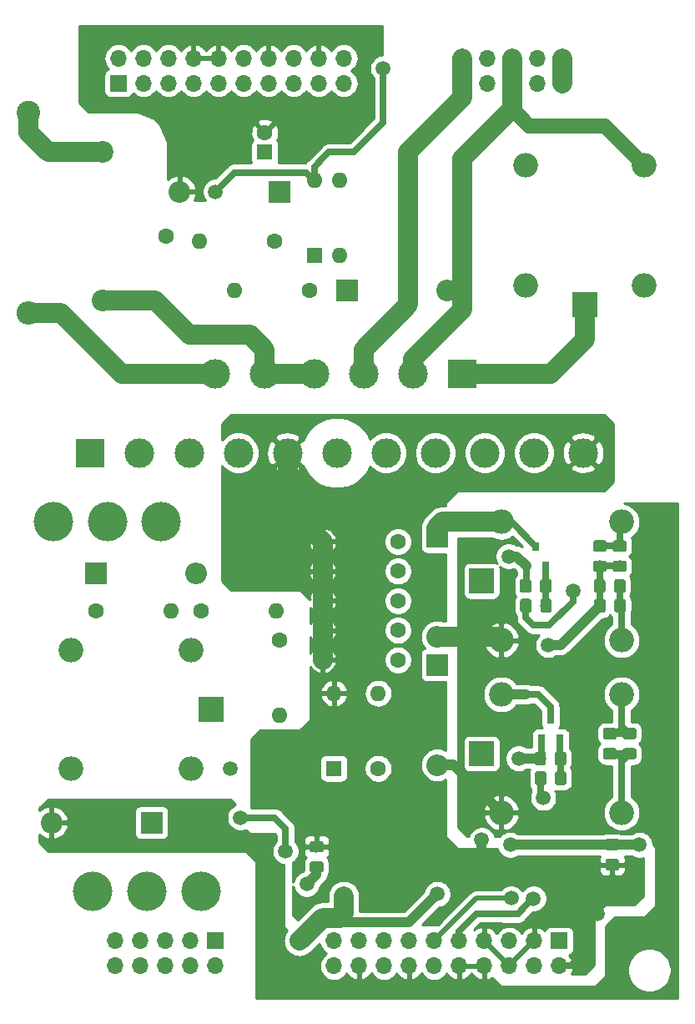
<source format=gbl>
G04 #@! TF.GenerationSoftware,KiCad,Pcbnew,(5.1.4)-1*
G04 #@! TF.CreationDate,2020-06-04T10:58:22-03:00*
G04 #@! TF.ProjectId,Mod_Temp_Driver,4d6f645f-5465-46d7-905f-447269766572,rev?*
G04 #@! TF.SameCoordinates,Original*
G04 #@! TF.FileFunction,Copper,L2,Bot*
G04 #@! TF.FilePolarity,Positive*
%FSLAX46Y46*%
G04 Gerber Fmt 4.6, Leading zero omitted, Abs format (unit mm)*
G04 Created by KiCad (PCBNEW (5.1.4)-1) date 2020-06-04 10:58:22*
%MOMM*%
%LPD*%
G04 APERTURE LIST*
%ADD10O,2.200000X2.200000*%
%ADD11R,2.200000X2.200000*%
%ADD12C,4.000500*%
%ADD13O,1.600000X1.600000*%
%ADD14C,1.600000*%
%ADD15R,1.600000X1.600000*%
%ADD16O,2.400000X2.400000*%
%ADD17C,2.400000*%
%ADD18C,0.100000*%
%ADD19C,1.150000*%
%ADD20R,0.800000X0.900000*%
%ADD21O,2.500000X2.500000*%
%ADD22R,2.500000X2.500000*%
%ADD23C,3.000000*%
%ADD24R,3.000000X3.000000*%
%ADD25O,1.700000X1.700000*%
%ADD26R,1.700000X1.700000*%
%ADD27C,2.200000*%
%ADD28C,1.500000*%
%ADD29C,2.000000*%
%ADD30C,2.000000*%
%ADD31C,0.500000*%
%ADD32C,0.700000*%
%ADD33C,1.000000*%
%ADD34C,1.500000*%
%ADD35C,0.254000*%
G04 APERTURE END LIST*
D10*
X88840000Y-66500000D03*
D11*
X99000000Y-66500000D03*
D10*
X115000000Y-111660000D03*
D11*
X115000000Y-101500000D03*
D10*
X115000000Y-124660000D03*
D11*
X115000000Y-114500000D03*
D10*
X75840000Y-130500000D03*
D11*
X86000000Y-130500000D03*
D12*
X76000000Y-100000000D03*
X81500000Y-100000000D03*
X87000000Y-100000000D03*
X91000000Y-137500000D03*
X85500000Y-137500000D03*
X80000000Y-137500000D03*
D13*
X103380000Y-105000000D03*
D14*
X111000000Y-105000000D03*
D13*
X103380000Y-108000000D03*
D14*
X111000000Y-108000000D03*
D13*
X103380000Y-114000000D03*
D14*
X111000000Y-114000000D03*
D13*
X103380000Y-102000000D03*
D14*
X111000000Y-102000000D03*
D13*
X103380000Y-111000000D03*
D14*
X111000000Y-111000000D03*
D13*
X87500000Y-78620000D03*
D14*
X87500000Y-71000000D03*
D13*
X90880000Y-71500000D03*
D14*
X98500000Y-71500000D03*
D13*
X94380000Y-76500000D03*
D14*
X102000000Y-76500000D03*
D13*
X109000000Y-117380000D03*
D14*
X109000000Y-125000000D03*
D13*
X99000000Y-119620000D03*
D14*
X99000000Y-112000000D03*
D13*
X98620000Y-109000000D03*
D14*
X91000000Y-109000000D03*
D13*
X88000000Y-109000000D03*
D14*
X80380000Y-109000000D03*
D13*
X102500000Y-65380000D03*
X105040000Y-73000000D03*
X105040000Y-65380000D03*
D15*
X102500000Y-73000000D03*
D16*
X73500000Y-78820000D03*
D17*
X73500000Y-58500000D03*
D18*
G36*
X131849505Y-107801204D02*
G01*
X131873773Y-107804804D01*
X131897572Y-107810765D01*
X131920671Y-107819030D01*
X131942850Y-107829520D01*
X131963893Y-107842132D01*
X131983599Y-107856747D01*
X132001777Y-107873223D01*
X132018253Y-107891401D01*
X132032868Y-107911107D01*
X132045480Y-107932150D01*
X132055970Y-107954329D01*
X132064235Y-107977428D01*
X132070196Y-108001227D01*
X132073796Y-108025495D01*
X132075000Y-108049999D01*
X132075000Y-108950001D01*
X132073796Y-108974505D01*
X132070196Y-108998773D01*
X132064235Y-109022572D01*
X132055970Y-109045671D01*
X132045480Y-109067850D01*
X132032868Y-109088893D01*
X132018253Y-109108599D01*
X132001777Y-109126777D01*
X131983599Y-109143253D01*
X131963893Y-109157868D01*
X131942850Y-109170480D01*
X131920671Y-109180970D01*
X131897572Y-109189235D01*
X131873773Y-109195196D01*
X131849505Y-109198796D01*
X131825001Y-109200000D01*
X131174999Y-109200000D01*
X131150495Y-109198796D01*
X131126227Y-109195196D01*
X131102428Y-109189235D01*
X131079329Y-109180970D01*
X131057150Y-109170480D01*
X131036107Y-109157868D01*
X131016401Y-109143253D01*
X130998223Y-109126777D01*
X130981747Y-109108599D01*
X130967132Y-109088893D01*
X130954520Y-109067850D01*
X130944030Y-109045671D01*
X130935765Y-109022572D01*
X130929804Y-108998773D01*
X130926204Y-108974505D01*
X130925000Y-108950001D01*
X130925000Y-108049999D01*
X130926204Y-108025495D01*
X130929804Y-108001227D01*
X130935765Y-107977428D01*
X130944030Y-107954329D01*
X130954520Y-107932150D01*
X130967132Y-107911107D01*
X130981747Y-107891401D01*
X130998223Y-107873223D01*
X131016401Y-107856747D01*
X131036107Y-107842132D01*
X131057150Y-107829520D01*
X131079329Y-107819030D01*
X131102428Y-107810765D01*
X131126227Y-107804804D01*
X131150495Y-107801204D01*
X131174999Y-107800000D01*
X131825001Y-107800000D01*
X131849505Y-107801204D01*
X131849505Y-107801204D01*
G37*
D19*
X131500000Y-108500000D03*
D18*
G36*
X133899505Y-107801204D02*
G01*
X133923773Y-107804804D01*
X133947572Y-107810765D01*
X133970671Y-107819030D01*
X133992850Y-107829520D01*
X134013893Y-107842132D01*
X134033599Y-107856747D01*
X134051777Y-107873223D01*
X134068253Y-107891401D01*
X134082868Y-107911107D01*
X134095480Y-107932150D01*
X134105970Y-107954329D01*
X134114235Y-107977428D01*
X134120196Y-108001227D01*
X134123796Y-108025495D01*
X134125000Y-108049999D01*
X134125000Y-108950001D01*
X134123796Y-108974505D01*
X134120196Y-108998773D01*
X134114235Y-109022572D01*
X134105970Y-109045671D01*
X134095480Y-109067850D01*
X134082868Y-109088893D01*
X134068253Y-109108599D01*
X134051777Y-109126777D01*
X134033599Y-109143253D01*
X134013893Y-109157868D01*
X133992850Y-109170480D01*
X133970671Y-109180970D01*
X133947572Y-109189235D01*
X133923773Y-109195196D01*
X133899505Y-109198796D01*
X133875001Y-109200000D01*
X133224999Y-109200000D01*
X133200495Y-109198796D01*
X133176227Y-109195196D01*
X133152428Y-109189235D01*
X133129329Y-109180970D01*
X133107150Y-109170480D01*
X133086107Y-109157868D01*
X133066401Y-109143253D01*
X133048223Y-109126777D01*
X133031747Y-109108599D01*
X133017132Y-109088893D01*
X133004520Y-109067850D01*
X132994030Y-109045671D01*
X132985765Y-109022572D01*
X132979804Y-108998773D01*
X132976204Y-108974505D01*
X132975000Y-108950001D01*
X132975000Y-108049999D01*
X132976204Y-108025495D01*
X132979804Y-108001227D01*
X132985765Y-107977428D01*
X132994030Y-107954329D01*
X133004520Y-107932150D01*
X133017132Y-107911107D01*
X133031747Y-107891401D01*
X133048223Y-107873223D01*
X133066401Y-107856747D01*
X133086107Y-107842132D01*
X133107150Y-107829520D01*
X133129329Y-107819030D01*
X133152428Y-107810765D01*
X133176227Y-107804804D01*
X133200495Y-107801204D01*
X133224999Y-107800000D01*
X133875001Y-107800000D01*
X133899505Y-107801204D01*
X133899505Y-107801204D01*
G37*
D19*
X133550000Y-108500000D03*
D18*
G36*
X131824505Y-105801204D02*
G01*
X131848773Y-105804804D01*
X131872572Y-105810765D01*
X131895671Y-105819030D01*
X131917850Y-105829520D01*
X131938893Y-105842132D01*
X131958599Y-105856747D01*
X131976777Y-105873223D01*
X131993253Y-105891401D01*
X132007868Y-105911107D01*
X132020480Y-105932150D01*
X132030970Y-105954329D01*
X132039235Y-105977428D01*
X132045196Y-106001227D01*
X132048796Y-106025495D01*
X132050000Y-106049999D01*
X132050000Y-106950001D01*
X132048796Y-106974505D01*
X132045196Y-106998773D01*
X132039235Y-107022572D01*
X132030970Y-107045671D01*
X132020480Y-107067850D01*
X132007868Y-107088893D01*
X131993253Y-107108599D01*
X131976777Y-107126777D01*
X131958599Y-107143253D01*
X131938893Y-107157868D01*
X131917850Y-107170480D01*
X131895671Y-107180970D01*
X131872572Y-107189235D01*
X131848773Y-107195196D01*
X131824505Y-107198796D01*
X131800001Y-107200000D01*
X131149999Y-107200000D01*
X131125495Y-107198796D01*
X131101227Y-107195196D01*
X131077428Y-107189235D01*
X131054329Y-107180970D01*
X131032150Y-107170480D01*
X131011107Y-107157868D01*
X130991401Y-107143253D01*
X130973223Y-107126777D01*
X130956747Y-107108599D01*
X130942132Y-107088893D01*
X130929520Y-107067850D01*
X130919030Y-107045671D01*
X130910765Y-107022572D01*
X130904804Y-106998773D01*
X130901204Y-106974505D01*
X130900000Y-106950001D01*
X130900000Y-106049999D01*
X130901204Y-106025495D01*
X130904804Y-106001227D01*
X130910765Y-105977428D01*
X130919030Y-105954329D01*
X130929520Y-105932150D01*
X130942132Y-105911107D01*
X130956747Y-105891401D01*
X130973223Y-105873223D01*
X130991401Y-105856747D01*
X131011107Y-105842132D01*
X131032150Y-105829520D01*
X131054329Y-105819030D01*
X131077428Y-105810765D01*
X131101227Y-105804804D01*
X131125495Y-105801204D01*
X131149999Y-105800000D01*
X131800001Y-105800000D01*
X131824505Y-105801204D01*
X131824505Y-105801204D01*
G37*
D19*
X131475000Y-106500000D03*
D18*
G36*
X133874505Y-105801204D02*
G01*
X133898773Y-105804804D01*
X133922572Y-105810765D01*
X133945671Y-105819030D01*
X133967850Y-105829520D01*
X133988893Y-105842132D01*
X134008599Y-105856747D01*
X134026777Y-105873223D01*
X134043253Y-105891401D01*
X134057868Y-105911107D01*
X134070480Y-105932150D01*
X134080970Y-105954329D01*
X134089235Y-105977428D01*
X134095196Y-106001227D01*
X134098796Y-106025495D01*
X134100000Y-106049999D01*
X134100000Y-106950001D01*
X134098796Y-106974505D01*
X134095196Y-106998773D01*
X134089235Y-107022572D01*
X134080970Y-107045671D01*
X134070480Y-107067850D01*
X134057868Y-107088893D01*
X134043253Y-107108599D01*
X134026777Y-107126777D01*
X134008599Y-107143253D01*
X133988893Y-107157868D01*
X133967850Y-107170480D01*
X133945671Y-107180970D01*
X133922572Y-107189235D01*
X133898773Y-107195196D01*
X133874505Y-107198796D01*
X133850001Y-107200000D01*
X133199999Y-107200000D01*
X133175495Y-107198796D01*
X133151227Y-107195196D01*
X133127428Y-107189235D01*
X133104329Y-107180970D01*
X133082150Y-107170480D01*
X133061107Y-107157868D01*
X133041401Y-107143253D01*
X133023223Y-107126777D01*
X133006747Y-107108599D01*
X132992132Y-107088893D01*
X132979520Y-107067850D01*
X132969030Y-107045671D01*
X132960765Y-107022572D01*
X132954804Y-106998773D01*
X132951204Y-106974505D01*
X132950000Y-106950001D01*
X132950000Y-106049999D01*
X132951204Y-106025495D01*
X132954804Y-106001227D01*
X132960765Y-105977428D01*
X132969030Y-105954329D01*
X132979520Y-105932150D01*
X132992132Y-105911107D01*
X133006747Y-105891401D01*
X133023223Y-105873223D01*
X133041401Y-105856747D01*
X133061107Y-105842132D01*
X133082150Y-105829520D01*
X133104329Y-105819030D01*
X133127428Y-105810765D01*
X133151227Y-105804804D01*
X133175495Y-105801204D01*
X133199999Y-105800000D01*
X133850001Y-105800000D01*
X133874505Y-105801204D01*
X133874505Y-105801204D01*
G37*
D19*
X133525000Y-106500000D03*
D18*
G36*
X131974505Y-103926204D02*
G01*
X131998773Y-103929804D01*
X132022572Y-103935765D01*
X132045671Y-103944030D01*
X132067850Y-103954520D01*
X132088893Y-103967132D01*
X132108599Y-103981747D01*
X132126777Y-103998223D01*
X132143253Y-104016401D01*
X132157868Y-104036107D01*
X132170480Y-104057150D01*
X132180970Y-104079329D01*
X132189235Y-104102428D01*
X132195196Y-104126227D01*
X132198796Y-104150495D01*
X132200000Y-104174999D01*
X132200000Y-104825001D01*
X132198796Y-104849505D01*
X132195196Y-104873773D01*
X132189235Y-104897572D01*
X132180970Y-104920671D01*
X132170480Y-104942850D01*
X132157868Y-104963893D01*
X132143253Y-104983599D01*
X132126777Y-105001777D01*
X132108599Y-105018253D01*
X132088893Y-105032868D01*
X132067850Y-105045480D01*
X132045671Y-105055970D01*
X132022572Y-105064235D01*
X131998773Y-105070196D01*
X131974505Y-105073796D01*
X131950001Y-105075000D01*
X131049999Y-105075000D01*
X131025495Y-105073796D01*
X131001227Y-105070196D01*
X130977428Y-105064235D01*
X130954329Y-105055970D01*
X130932150Y-105045480D01*
X130911107Y-105032868D01*
X130891401Y-105018253D01*
X130873223Y-105001777D01*
X130856747Y-104983599D01*
X130842132Y-104963893D01*
X130829520Y-104942850D01*
X130819030Y-104920671D01*
X130810765Y-104897572D01*
X130804804Y-104873773D01*
X130801204Y-104849505D01*
X130800000Y-104825001D01*
X130800000Y-104174999D01*
X130801204Y-104150495D01*
X130804804Y-104126227D01*
X130810765Y-104102428D01*
X130819030Y-104079329D01*
X130829520Y-104057150D01*
X130842132Y-104036107D01*
X130856747Y-104016401D01*
X130873223Y-103998223D01*
X130891401Y-103981747D01*
X130911107Y-103967132D01*
X130932150Y-103954520D01*
X130954329Y-103944030D01*
X130977428Y-103935765D01*
X131001227Y-103929804D01*
X131025495Y-103926204D01*
X131049999Y-103925000D01*
X131950001Y-103925000D01*
X131974505Y-103926204D01*
X131974505Y-103926204D01*
G37*
D19*
X131500000Y-104500000D03*
D18*
G36*
X131974505Y-101876204D02*
G01*
X131998773Y-101879804D01*
X132022572Y-101885765D01*
X132045671Y-101894030D01*
X132067850Y-101904520D01*
X132088893Y-101917132D01*
X132108599Y-101931747D01*
X132126777Y-101948223D01*
X132143253Y-101966401D01*
X132157868Y-101986107D01*
X132170480Y-102007150D01*
X132180970Y-102029329D01*
X132189235Y-102052428D01*
X132195196Y-102076227D01*
X132198796Y-102100495D01*
X132200000Y-102124999D01*
X132200000Y-102775001D01*
X132198796Y-102799505D01*
X132195196Y-102823773D01*
X132189235Y-102847572D01*
X132180970Y-102870671D01*
X132170480Y-102892850D01*
X132157868Y-102913893D01*
X132143253Y-102933599D01*
X132126777Y-102951777D01*
X132108599Y-102968253D01*
X132088893Y-102982868D01*
X132067850Y-102995480D01*
X132045671Y-103005970D01*
X132022572Y-103014235D01*
X131998773Y-103020196D01*
X131974505Y-103023796D01*
X131950001Y-103025000D01*
X131049999Y-103025000D01*
X131025495Y-103023796D01*
X131001227Y-103020196D01*
X130977428Y-103014235D01*
X130954329Y-103005970D01*
X130932150Y-102995480D01*
X130911107Y-102982868D01*
X130891401Y-102968253D01*
X130873223Y-102951777D01*
X130856747Y-102933599D01*
X130842132Y-102913893D01*
X130829520Y-102892850D01*
X130819030Y-102870671D01*
X130810765Y-102847572D01*
X130804804Y-102823773D01*
X130801204Y-102799505D01*
X130800000Y-102775001D01*
X130800000Y-102124999D01*
X130801204Y-102100495D01*
X130804804Y-102076227D01*
X130810765Y-102052428D01*
X130819030Y-102029329D01*
X130829520Y-102007150D01*
X130842132Y-101986107D01*
X130856747Y-101966401D01*
X130873223Y-101948223D01*
X130891401Y-101931747D01*
X130911107Y-101917132D01*
X130932150Y-101904520D01*
X130954329Y-101894030D01*
X130977428Y-101885765D01*
X131001227Y-101879804D01*
X131025495Y-101876204D01*
X131049999Y-101875000D01*
X131950001Y-101875000D01*
X131974505Y-101876204D01*
X131974505Y-101876204D01*
G37*
D19*
X131500000Y-102450000D03*
D18*
G36*
X132974505Y-120901204D02*
G01*
X132998773Y-120904804D01*
X133022572Y-120910765D01*
X133045671Y-120919030D01*
X133067850Y-120929520D01*
X133088893Y-120942132D01*
X133108599Y-120956747D01*
X133126777Y-120973223D01*
X133143253Y-120991401D01*
X133157868Y-121011107D01*
X133170480Y-121032150D01*
X133180970Y-121054329D01*
X133189235Y-121077428D01*
X133195196Y-121101227D01*
X133198796Y-121125495D01*
X133200000Y-121149999D01*
X133200000Y-121800001D01*
X133198796Y-121824505D01*
X133195196Y-121848773D01*
X133189235Y-121872572D01*
X133180970Y-121895671D01*
X133170480Y-121917850D01*
X133157868Y-121938893D01*
X133143253Y-121958599D01*
X133126777Y-121976777D01*
X133108599Y-121993253D01*
X133088893Y-122007868D01*
X133067850Y-122020480D01*
X133045671Y-122030970D01*
X133022572Y-122039235D01*
X132998773Y-122045196D01*
X132974505Y-122048796D01*
X132950001Y-122050000D01*
X132049999Y-122050000D01*
X132025495Y-122048796D01*
X132001227Y-122045196D01*
X131977428Y-122039235D01*
X131954329Y-122030970D01*
X131932150Y-122020480D01*
X131911107Y-122007868D01*
X131891401Y-121993253D01*
X131873223Y-121976777D01*
X131856747Y-121958599D01*
X131842132Y-121938893D01*
X131829520Y-121917850D01*
X131819030Y-121895671D01*
X131810765Y-121872572D01*
X131804804Y-121848773D01*
X131801204Y-121824505D01*
X131800000Y-121800001D01*
X131800000Y-121149999D01*
X131801204Y-121125495D01*
X131804804Y-121101227D01*
X131810765Y-121077428D01*
X131819030Y-121054329D01*
X131829520Y-121032150D01*
X131842132Y-121011107D01*
X131856747Y-120991401D01*
X131873223Y-120973223D01*
X131891401Y-120956747D01*
X131911107Y-120942132D01*
X131932150Y-120929520D01*
X131954329Y-120919030D01*
X131977428Y-120910765D01*
X132001227Y-120904804D01*
X132025495Y-120901204D01*
X132049999Y-120900000D01*
X132950001Y-120900000D01*
X132974505Y-120901204D01*
X132974505Y-120901204D01*
G37*
D19*
X132500000Y-121475000D03*
D18*
G36*
X132974505Y-122951204D02*
G01*
X132998773Y-122954804D01*
X133022572Y-122960765D01*
X133045671Y-122969030D01*
X133067850Y-122979520D01*
X133088893Y-122992132D01*
X133108599Y-123006747D01*
X133126777Y-123023223D01*
X133143253Y-123041401D01*
X133157868Y-123061107D01*
X133170480Y-123082150D01*
X133180970Y-123104329D01*
X133189235Y-123127428D01*
X133195196Y-123151227D01*
X133198796Y-123175495D01*
X133200000Y-123199999D01*
X133200000Y-123850001D01*
X133198796Y-123874505D01*
X133195196Y-123898773D01*
X133189235Y-123922572D01*
X133180970Y-123945671D01*
X133170480Y-123967850D01*
X133157868Y-123988893D01*
X133143253Y-124008599D01*
X133126777Y-124026777D01*
X133108599Y-124043253D01*
X133088893Y-124057868D01*
X133067850Y-124070480D01*
X133045671Y-124080970D01*
X133022572Y-124089235D01*
X132998773Y-124095196D01*
X132974505Y-124098796D01*
X132950001Y-124100000D01*
X132049999Y-124100000D01*
X132025495Y-124098796D01*
X132001227Y-124095196D01*
X131977428Y-124089235D01*
X131954329Y-124080970D01*
X131932150Y-124070480D01*
X131911107Y-124057868D01*
X131891401Y-124043253D01*
X131873223Y-124026777D01*
X131856747Y-124008599D01*
X131842132Y-123988893D01*
X131829520Y-123967850D01*
X131819030Y-123945671D01*
X131810765Y-123922572D01*
X131804804Y-123898773D01*
X131801204Y-123874505D01*
X131800000Y-123850001D01*
X131800000Y-123199999D01*
X131801204Y-123175495D01*
X131804804Y-123151227D01*
X131810765Y-123127428D01*
X131819030Y-123104329D01*
X131829520Y-123082150D01*
X131842132Y-123061107D01*
X131856747Y-123041401D01*
X131873223Y-123023223D01*
X131891401Y-123006747D01*
X131911107Y-122992132D01*
X131932150Y-122979520D01*
X131954329Y-122969030D01*
X131977428Y-122960765D01*
X132001227Y-122954804D01*
X132025495Y-122951204D01*
X132049999Y-122950000D01*
X132950001Y-122950000D01*
X132974505Y-122951204D01*
X132974505Y-122951204D01*
G37*
D19*
X132500000Y-123525000D03*
D18*
G36*
X134974505Y-120901204D02*
G01*
X134998773Y-120904804D01*
X135022572Y-120910765D01*
X135045671Y-120919030D01*
X135067850Y-120929520D01*
X135088893Y-120942132D01*
X135108599Y-120956747D01*
X135126777Y-120973223D01*
X135143253Y-120991401D01*
X135157868Y-121011107D01*
X135170480Y-121032150D01*
X135180970Y-121054329D01*
X135189235Y-121077428D01*
X135195196Y-121101227D01*
X135198796Y-121125495D01*
X135200000Y-121149999D01*
X135200000Y-121800001D01*
X135198796Y-121824505D01*
X135195196Y-121848773D01*
X135189235Y-121872572D01*
X135180970Y-121895671D01*
X135170480Y-121917850D01*
X135157868Y-121938893D01*
X135143253Y-121958599D01*
X135126777Y-121976777D01*
X135108599Y-121993253D01*
X135088893Y-122007868D01*
X135067850Y-122020480D01*
X135045671Y-122030970D01*
X135022572Y-122039235D01*
X134998773Y-122045196D01*
X134974505Y-122048796D01*
X134950001Y-122050000D01*
X134049999Y-122050000D01*
X134025495Y-122048796D01*
X134001227Y-122045196D01*
X133977428Y-122039235D01*
X133954329Y-122030970D01*
X133932150Y-122020480D01*
X133911107Y-122007868D01*
X133891401Y-121993253D01*
X133873223Y-121976777D01*
X133856747Y-121958599D01*
X133842132Y-121938893D01*
X133829520Y-121917850D01*
X133819030Y-121895671D01*
X133810765Y-121872572D01*
X133804804Y-121848773D01*
X133801204Y-121824505D01*
X133800000Y-121800001D01*
X133800000Y-121149999D01*
X133801204Y-121125495D01*
X133804804Y-121101227D01*
X133810765Y-121077428D01*
X133819030Y-121054329D01*
X133829520Y-121032150D01*
X133842132Y-121011107D01*
X133856747Y-120991401D01*
X133873223Y-120973223D01*
X133891401Y-120956747D01*
X133911107Y-120942132D01*
X133932150Y-120929520D01*
X133954329Y-120919030D01*
X133977428Y-120910765D01*
X134001227Y-120904804D01*
X134025495Y-120901204D01*
X134049999Y-120900000D01*
X134950001Y-120900000D01*
X134974505Y-120901204D01*
X134974505Y-120901204D01*
G37*
D19*
X134500000Y-121475000D03*
D18*
G36*
X134974505Y-122951204D02*
G01*
X134998773Y-122954804D01*
X135022572Y-122960765D01*
X135045671Y-122969030D01*
X135067850Y-122979520D01*
X135088893Y-122992132D01*
X135108599Y-123006747D01*
X135126777Y-123023223D01*
X135143253Y-123041401D01*
X135157868Y-123061107D01*
X135170480Y-123082150D01*
X135180970Y-123104329D01*
X135189235Y-123127428D01*
X135195196Y-123151227D01*
X135198796Y-123175495D01*
X135200000Y-123199999D01*
X135200000Y-123850001D01*
X135198796Y-123874505D01*
X135195196Y-123898773D01*
X135189235Y-123922572D01*
X135180970Y-123945671D01*
X135170480Y-123967850D01*
X135157868Y-123988893D01*
X135143253Y-124008599D01*
X135126777Y-124026777D01*
X135108599Y-124043253D01*
X135088893Y-124057868D01*
X135067850Y-124070480D01*
X135045671Y-124080970D01*
X135022572Y-124089235D01*
X134998773Y-124095196D01*
X134974505Y-124098796D01*
X134950001Y-124100000D01*
X134049999Y-124100000D01*
X134025495Y-124098796D01*
X134001227Y-124095196D01*
X133977428Y-124089235D01*
X133954329Y-124080970D01*
X133932150Y-124070480D01*
X133911107Y-124057868D01*
X133891401Y-124043253D01*
X133873223Y-124026777D01*
X133856747Y-124008599D01*
X133842132Y-123988893D01*
X133829520Y-123967850D01*
X133819030Y-123945671D01*
X133810765Y-123922572D01*
X133804804Y-123898773D01*
X133801204Y-123874505D01*
X133800000Y-123850001D01*
X133800000Y-123199999D01*
X133801204Y-123175495D01*
X133804804Y-123151227D01*
X133810765Y-123127428D01*
X133819030Y-123104329D01*
X133829520Y-123082150D01*
X133842132Y-123061107D01*
X133856747Y-123041401D01*
X133873223Y-123023223D01*
X133891401Y-123006747D01*
X133911107Y-122992132D01*
X133932150Y-122979520D01*
X133954329Y-122969030D01*
X133977428Y-122960765D01*
X134001227Y-122954804D01*
X134025495Y-122951204D01*
X134049999Y-122950000D01*
X134950001Y-122950000D01*
X134974505Y-122951204D01*
X134974505Y-122951204D01*
G37*
D19*
X134500000Y-123525000D03*
D18*
G36*
X133974505Y-103926204D02*
G01*
X133998773Y-103929804D01*
X134022572Y-103935765D01*
X134045671Y-103944030D01*
X134067850Y-103954520D01*
X134088893Y-103967132D01*
X134108599Y-103981747D01*
X134126777Y-103998223D01*
X134143253Y-104016401D01*
X134157868Y-104036107D01*
X134170480Y-104057150D01*
X134180970Y-104079329D01*
X134189235Y-104102428D01*
X134195196Y-104126227D01*
X134198796Y-104150495D01*
X134200000Y-104174999D01*
X134200000Y-104825001D01*
X134198796Y-104849505D01*
X134195196Y-104873773D01*
X134189235Y-104897572D01*
X134180970Y-104920671D01*
X134170480Y-104942850D01*
X134157868Y-104963893D01*
X134143253Y-104983599D01*
X134126777Y-105001777D01*
X134108599Y-105018253D01*
X134088893Y-105032868D01*
X134067850Y-105045480D01*
X134045671Y-105055970D01*
X134022572Y-105064235D01*
X133998773Y-105070196D01*
X133974505Y-105073796D01*
X133950001Y-105075000D01*
X133049999Y-105075000D01*
X133025495Y-105073796D01*
X133001227Y-105070196D01*
X132977428Y-105064235D01*
X132954329Y-105055970D01*
X132932150Y-105045480D01*
X132911107Y-105032868D01*
X132891401Y-105018253D01*
X132873223Y-105001777D01*
X132856747Y-104983599D01*
X132842132Y-104963893D01*
X132829520Y-104942850D01*
X132819030Y-104920671D01*
X132810765Y-104897572D01*
X132804804Y-104873773D01*
X132801204Y-104849505D01*
X132800000Y-104825001D01*
X132800000Y-104174999D01*
X132801204Y-104150495D01*
X132804804Y-104126227D01*
X132810765Y-104102428D01*
X132819030Y-104079329D01*
X132829520Y-104057150D01*
X132842132Y-104036107D01*
X132856747Y-104016401D01*
X132873223Y-103998223D01*
X132891401Y-103981747D01*
X132911107Y-103967132D01*
X132932150Y-103954520D01*
X132954329Y-103944030D01*
X132977428Y-103935765D01*
X133001227Y-103929804D01*
X133025495Y-103926204D01*
X133049999Y-103925000D01*
X133950001Y-103925000D01*
X133974505Y-103926204D01*
X133974505Y-103926204D01*
G37*
D19*
X133500000Y-104500000D03*
D18*
G36*
X133974505Y-101876204D02*
G01*
X133998773Y-101879804D01*
X134022572Y-101885765D01*
X134045671Y-101894030D01*
X134067850Y-101904520D01*
X134088893Y-101917132D01*
X134108599Y-101931747D01*
X134126777Y-101948223D01*
X134143253Y-101966401D01*
X134157868Y-101986107D01*
X134170480Y-102007150D01*
X134180970Y-102029329D01*
X134189235Y-102052428D01*
X134195196Y-102076227D01*
X134198796Y-102100495D01*
X134200000Y-102124999D01*
X134200000Y-102775001D01*
X134198796Y-102799505D01*
X134195196Y-102823773D01*
X134189235Y-102847572D01*
X134180970Y-102870671D01*
X134170480Y-102892850D01*
X134157868Y-102913893D01*
X134143253Y-102933599D01*
X134126777Y-102951777D01*
X134108599Y-102968253D01*
X134088893Y-102982868D01*
X134067850Y-102995480D01*
X134045671Y-103005970D01*
X134022572Y-103014235D01*
X133998773Y-103020196D01*
X133974505Y-103023796D01*
X133950001Y-103025000D01*
X133049999Y-103025000D01*
X133025495Y-103023796D01*
X133001227Y-103020196D01*
X132977428Y-103014235D01*
X132954329Y-103005970D01*
X132932150Y-102995480D01*
X132911107Y-102982868D01*
X132891401Y-102968253D01*
X132873223Y-102951777D01*
X132856747Y-102933599D01*
X132842132Y-102913893D01*
X132829520Y-102892850D01*
X132819030Y-102870671D01*
X132810765Y-102847572D01*
X132804804Y-102823773D01*
X132801204Y-102799505D01*
X132800000Y-102775001D01*
X132800000Y-102124999D01*
X132801204Y-102100495D01*
X132804804Y-102076227D01*
X132810765Y-102052428D01*
X132819030Y-102029329D01*
X132829520Y-102007150D01*
X132842132Y-101986107D01*
X132856747Y-101966401D01*
X132873223Y-101948223D01*
X132891401Y-101931747D01*
X132911107Y-101917132D01*
X132932150Y-101904520D01*
X132954329Y-101894030D01*
X132977428Y-101885765D01*
X133001227Y-101879804D01*
X133025495Y-101876204D01*
X133049999Y-101875000D01*
X133950001Y-101875000D01*
X133974505Y-101876204D01*
X133974505Y-101876204D01*
G37*
D19*
X133500000Y-102450000D03*
D18*
G36*
X126349505Y-105801204D02*
G01*
X126373773Y-105804804D01*
X126397572Y-105810765D01*
X126420671Y-105819030D01*
X126442850Y-105829520D01*
X126463893Y-105842132D01*
X126483599Y-105856747D01*
X126501777Y-105873223D01*
X126518253Y-105891401D01*
X126532868Y-105911107D01*
X126545480Y-105932150D01*
X126555970Y-105954329D01*
X126564235Y-105977428D01*
X126570196Y-106001227D01*
X126573796Y-106025495D01*
X126575000Y-106049999D01*
X126575000Y-106950001D01*
X126573796Y-106974505D01*
X126570196Y-106998773D01*
X126564235Y-107022572D01*
X126555970Y-107045671D01*
X126545480Y-107067850D01*
X126532868Y-107088893D01*
X126518253Y-107108599D01*
X126501777Y-107126777D01*
X126483599Y-107143253D01*
X126463893Y-107157868D01*
X126442850Y-107170480D01*
X126420671Y-107180970D01*
X126397572Y-107189235D01*
X126373773Y-107195196D01*
X126349505Y-107198796D01*
X126325001Y-107200000D01*
X125674999Y-107200000D01*
X125650495Y-107198796D01*
X125626227Y-107195196D01*
X125602428Y-107189235D01*
X125579329Y-107180970D01*
X125557150Y-107170480D01*
X125536107Y-107157868D01*
X125516401Y-107143253D01*
X125498223Y-107126777D01*
X125481747Y-107108599D01*
X125467132Y-107088893D01*
X125454520Y-107067850D01*
X125444030Y-107045671D01*
X125435765Y-107022572D01*
X125429804Y-106998773D01*
X125426204Y-106974505D01*
X125425000Y-106950001D01*
X125425000Y-106049999D01*
X125426204Y-106025495D01*
X125429804Y-106001227D01*
X125435765Y-105977428D01*
X125444030Y-105954329D01*
X125454520Y-105932150D01*
X125467132Y-105911107D01*
X125481747Y-105891401D01*
X125498223Y-105873223D01*
X125516401Y-105856747D01*
X125536107Y-105842132D01*
X125557150Y-105829520D01*
X125579329Y-105819030D01*
X125602428Y-105810765D01*
X125626227Y-105804804D01*
X125650495Y-105801204D01*
X125674999Y-105800000D01*
X126325001Y-105800000D01*
X126349505Y-105801204D01*
X126349505Y-105801204D01*
G37*
D19*
X126000000Y-106500000D03*
D18*
G36*
X124299505Y-105801204D02*
G01*
X124323773Y-105804804D01*
X124347572Y-105810765D01*
X124370671Y-105819030D01*
X124392850Y-105829520D01*
X124413893Y-105842132D01*
X124433599Y-105856747D01*
X124451777Y-105873223D01*
X124468253Y-105891401D01*
X124482868Y-105911107D01*
X124495480Y-105932150D01*
X124505970Y-105954329D01*
X124514235Y-105977428D01*
X124520196Y-106001227D01*
X124523796Y-106025495D01*
X124525000Y-106049999D01*
X124525000Y-106950001D01*
X124523796Y-106974505D01*
X124520196Y-106998773D01*
X124514235Y-107022572D01*
X124505970Y-107045671D01*
X124495480Y-107067850D01*
X124482868Y-107088893D01*
X124468253Y-107108599D01*
X124451777Y-107126777D01*
X124433599Y-107143253D01*
X124413893Y-107157868D01*
X124392850Y-107170480D01*
X124370671Y-107180970D01*
X124347572Y-107189235D01*
X124323773Y-107195196D01*
X124299505Y-107198796D01*
X124275001Y-107200000D01*
X123624999Y-107200000D01*
X123600495Y-107198796D01*
X123576227Y-107195196D01*
X123552428Y-107189235D01*
X123529329Y-107180970D01*
X123507150Y-107170480D01*
X123486107Y-107157868D01*
X123466401Y-107143253D01*
X123448223Y-107126777D01*
X123431747Y-107108599D01*
X123417132Y-107088893D01*
X123404520Y-107067850D01*
X123394030Y-107045671D01*
X123385765Y-107022572D01*
X123379804Y-106998773D01*
X123376204Y-106974505D01*
X123375000Y-106950001D01*
X123375000Y-106049999D01*
X123376204Y-106025495D01*
X123379804Y-106001227D01*
X123385765Y-105977428D01*
X123394030Y-105954329D01*
X123404520Y-105932150D01*
X123417132Y-105911107D01*
X123431747Y-105891401D01*
X123448223Y-105873223D01*
X123466401Y-105856747D01*
X123486107Y-105842132D01*
X123507150Y-105829520D01*
X123529329Y-105819030D01*
X123552428Y-105810765D01*
X123576227Y-105804804D01*
X123600495Y-105801204D01*
X123624999Y-105800000D01*
X124275001Y-105800000D01*
X124299505Y-105801204D01*
X124299505Y-105801204D01*
G37*
D19*
X123950000Y-106500000D03*
D18*
G36*
X127849505Y-123301204D02*
G01*
X127873773Y-123304804D01*
X127897572Y-123310765D01*
X127920671Y-123319030D01*
X127942850Y-123329520D01*
X127963893Y-123342132D01*
X127983599Y-123356747D01*
X128001777Y-123373223D01*
X128018253Y-123391401D01*
X128032868Y-123411107D01*
X128045480Y-123432150D01*
X128055970Y-123454329D01*
X128064235Y-123477428D01*
X128070196Y-123501227D01*
X128073796Y-123525495D01*
X128075000Y-123549999D01*
X128075000Y-124450001D01*
X128073796Y-124474505D01*
X128070196Y-124498773D01*
X128064235Y-124522572D01*
X128055970Y-124545671D01*
X128045480Y-124567850D01*
X128032868Y-124588893D01*
X128018253Y-124608599D01*
X128001777Y-124626777D01*
X127983599Y-124643253D01*
X127963893Y-124657868D01*
X127942850Y-124670480D01*
X127920671Y-124680970D01*
X127897572Y-124689235D01*
X127873773Y-124695196D01*
X127849505Y-124698796D01*
X127825001Y-124700000D01*
X127174999Y-124700000D01*
X127150495Y-124698796D01*
X127126227Y-124695196D01*
X127102428Y-124689235D01*
X127079329Y-124680970D01*
X127057150Y-124670480D01*
X127036107Y-124657868D01*
X127016401Y-124643253D01*
X126998223Y-124626777D01*
X126981747Y-124608599D01*
X126967132Y-124588893D01*
X126954520Y-124567850D01*
X126944030Y-124545671D01*
X126935765Y-124522572D01*
X126929804Y-124498773D01*
X126926204Y-124474505D01*
X126925000Y-124450001D01*
X126925000Y-123549999D01*
X126926204Y-123525495D01*
X126929804Y-123501227D01*
X126935765Y-123477428D01*
X126944030Y-123454329D01*
X126954520Y-123432150D01*
X126967132Y-123411107D01*
X126981747Y-123391401D01*
X126998223Y-123373223D01*
X127016401Y-123356747D01*
X127036107Y-123342132D01*
X127057150Y-123329520D01*
X127079329Y-123319030D01*
X127102428Y-123310765D01*
X127126227Y-123304804D01*
X127150495Y-123301204D01*
X127174999Y-123300000D01*
X127825001Y-123300000D01*
X127849505Y-123301204D01*
X127849505Y-123301204D01*
G37*
D19*
X127500000Y-124000000D03*
D18*
G36*
X125799505Y-123301204D02*
G01*
X125823773Y-123304804D01*
X125847572Y-123310765D01*
X125870671Y-123319030D01*
X125892850Y-123329520D01*
X125913893Y-123342132D01*
X125933599Y-123356747D01*
X125951777Y-123373223D01*
X125968253Y-123391401D01*
X125982868Y-123411107D01*
X125995480Y-123432150D01*
X126005970Y-123454329D01*
X126014235Y-123477428D01*
X126020196Y-123501227D01*
X126023796Y-123525495D01*
X126025000Y-123549999D01*
X126025000Y-124450001D01*
X126023796Y-124474505D01*
X126020196Y-124498773D01*
X126014235Y-124522572D01*
X126005970Y-124545671D01*
X125995480Y-124567850D01*
X125982868Y-124588893D01*
X125968253Y-124608599D01*
X125951777Y-124626777D01*
X125933599Y-124643253D01*
X125913893Y-124657868D01*
X125892850Y-124670480D01*
X125870671Y-124680970D01*
X125847572Y-124689235D01*
X125823773Y-124695196D01*
X125799505Y-124698796D01*
X125775001Y-124700000D01*
X125124999Y-124700000D01*
X125100495Y-124698796D01*
X125076227Y-124695196D01*
X125052428Y-124689235D01*
X125029329Y-124680970D01*
X125007150Y-124670480D01*
X124986107Y-124657868D01*
X124966401Y-124643253D01*
X124948223Y-124626777D01*
X124931747Y-124608599D01*
X124917132Y-124588893D01*
X124904520Y-124567850D01*
X124894030Y-124545671D01*
X124885765Y-124522572D01*
X124879804Y-124498773D01*
X124876204Y-124474505D01*
X124875000Y-124450001D01*
X124875000Y-123549999D01*
X124876204Y-123525495D01*
X124879804Y-123501227D01*
X124885765Y-123477428D01*
X124894030Y-123454329D01*
X124904520Y-123432150D01*
X124917132Y-123411107D01*
X124931747Y-123391401D01*
X124948223Y-123373223D01*
X124966401Y-123356747D01*
X124986107Y-123342132D01*
X125007150Y-123329520D01*
X125029329Y-123319030D01*
X125052428Y-123310765D01*
X125076227Y-123304804D01*
X125100495Y-123301204D01*
X125124999Y-123300000D01*
X125775001Y-123300000D01*
X125799505Y-123301204D01*
X125799505Y-123301204D01*
G37*
D19*
X125450000Y-124000000D03*
D18*
G36*
X126374505Y-107801204D02*
G01*
X126398773Y-107804804D01*
X126422572Y-107810765D01*
X126445671Y-107819030D01*
X126467850Y-107829520D01*
X126488893Y-107842132D01*
X126508599Y-107856747D01*
X126526777Y-107873223D01*
X126543253Y-107891401D01*
X126557868Y-107911107D01*
X126570480Y-107932150D01*
X126580970Y-107954329D01*
X126589235Y-107977428D01*
X126595196Y-108001227D01*
X126598796Y-108025495D01*
X126600000Y-108049999D01*
X126600000Y-108950001D01*
X126598796Y-108974505D01*
X126595196Y-108998773D01*
X126589235Y-109022572D01*
X126580970Y-109045671D01*
X126570480Y-109067850D01*
X126557868Y-109088893D01*
X126543253Y-109108599D01*
X126526777Y-109126777D01*
X126508599Y-109143253D01*
X126488893Y-109157868D01*
X126467850Y-109170480D01*
X126445671Y-109180970D01*
X126422572Y-109189235D01*
X126398773Y-109195196D01*
X126374505Y-109198796D01*
X126350001Y-109200000D01*
X125699999Y-109200000D01*
X125675495Y-109198796D01*
X125651227Y-109195196D01*
X125627428Y-109189235D01*
X125604329Y-109180970D01*
X125582150Y-109170480D01*
X125561107Y-109157868D01*
X125541401Y-109143253D01*
X125523223Y-109126777D01*
X125506747Y-109108599D01*
X125492132Y-109088893D01*
X125479520Y-109067850D01*
X125469030Y-109045671D01*
X125460765Y-109022572D01*
X125454804Y-108998773D01*
X125451204Y-108974505D01*
X125450000Y-108950001D01*
X125450000Y-108049999D01*
X125451204Y-108025495D01*
X125454804Y-108001227D01*
X125460765Y-107977428D01*
X125469030Y-107954329D01*
X125479520Y-107932150D01*
X125492132Y-107911107D01*
X125506747Y-107891401D01*
X125523223Y-107873223D01*
X125541401Y-107856747D01*
X125561107Y-107842132D01*
X125582150Y-107829520D01*
X125604329Y-107819030D01*
X125627428Y-107810765D01*
X125651227Y-107804804D01*
X125675495Y-107801204D01*
X125699999Y-107800000D01*
X126350001Y-107800000D01*
X126374505Y-107801204D01*
X126374505Y-107801204D01*
G37*
D19*
X126025000Y-108500000D03*
D18*
G36*
X124324505Y-107801204D02*
G01*
X124348773Y-107804804D01*
X124372572Y-107810765D01*
X124395671Y-107819030D01*
X124417850Y-107829520D01*
X124438893Y-107842132D01*
X124458599Y-107856747D01*
X124476777Y-107873223D01*
X124493253Y-107891401D01*
X124507868Y-107911107D01*
X124520480Y-107932150D01*
X124530970Y-107954329D01*
X124539235Y-107977428D01*
X124545196Y-108001227D01*
X124548796Y-108025495D01*
X124550000Y-108049999D01*
X124550000Y-108950001D01*
X124548796Y-108974505D01*
X124545196Y-108998773D01*
X124539235Y-109022572D01*
X124530970Y-109045671D01*
X124520480Y-109067850D01*
X124507868Y-109088893D01*
X124493253Y-109108599D01*
X124476777Y-109126777D01*
X124458599Y-109143253D01*
X124438893Y-109157868D01*
X124417850Y-109170480D01*
X124395671Y-109180970D01*
X124372572Y-109189235D01*
X124348773Y-109195196D01*
X124324505Y-109198796D01*
X124300001Y-109200000D01*
X123649999Y-109200000D01*
X123625495Y-109198796D01*
X123601227Y-109195196D01*
X123577428Y-109189235D01*
X123554329Y-109180970D01*
X123532150Y-109170480D01*
X123511107Y-109157868D01*
X123491401Y-109143253D01*
X123473223Y-109126777D01*
X123456747Y-109108599D01*
X123442132Y-109088893D01*
X123429520Y-109067850D01*
X123419030Y-109045671D01*
X123410765Y-109022572D01*
X123404804Y-108998773D01*
X123401204Y-108974505D01*
X123400000Y-108950001D01*
X123400000Y-108049999D01*
X123401204Y-108025495D01*
X123404804Y-108001227D01*
X123410765Y-107977428D01*
X123419030Y-107954329D01*
X123429520Y-107932150D01*
X123442132Y-107911107D01*
X123456747Y-107891401D01*
X123473223Y-107873223D01*
X123491401Y-107856747D01*
X123511107Y-107842132D01*
X123532150Y-107829520D01*
X123554329Y-107819030D01*
X123577428Y-107810765D01*
X123601227Y-107804804D01*
X123625495Y-107801204D01*
X123649999Y-107800000D01*
X124300001Y-107800000D01*
X124324505Y-107801204D01*
X124324505Y-107801204D01*
G37*
D19*
X123975000Y-108500000D03*
D18*
G36*
X127874505Y-125301204D02*
G01*
X127898773Y-125304804D01*
X127922572Y-125310765D01*
X127945671Y-125319030D01*
X127967850Y-125329520D01*
X127988893Y-125342132D01*
X128008599Y-125356747D01*
X128026777Y-125373223D01*
X128043253Y-125391401D01*
X128057868Y-125411107D01*
X128070480Y-125432150D01*
X128080970Y-125454329D01*
X128089235Y-125477428D01*
X128095196Y-125501227D01*
X128098796Y-125525495D01*
X128100000Y-125549999D01*
X128100000Y-126450001D01*
X128098796Y-126474505D01*
X128095196Y-126498773D01*
X128089235Y-126522572D01*
X128080970Y-126545671D01*
X128070480Y-126567850D01*
X128057868Y-126588893D01*
X128043253Y-126608599D01*
X128026777Y-126626777D01*
X128008599Y-126643253D01*
X127988893Y-126657868D01*
X127967850Y-126670480D01*
X127945671Y-126680970D01*
X127922572Y-126689235D01*
X127898773Y-126695196D01*
X127874505Y-126698796D01*
X127850001Y-126700000D01*
X127199999Y-126700000D01*
X127175495Y-126698796D01*
X127151227Y-126695196D01*
X127127428Y-126689235D01*
X127104329Y-126680970D01*
X127082150Y-126670480D01*
X127061107Y-126657868D01*
X127041401Y-126643253D01*
X127023223Y-126626777D01*
X127006747Y-126608599D01*
X126992132Y-126588893D01*
X126979520Y-126567850D01*
X126969030Y-126545671D01*
X126960765Y-126522572D01*
X126954804Y-126498773D01*
X126951204Y-126474505D01*
X126950000Y-126450001D01*
X126950000Y-125549999D01*
X126951204Y-125525495D01*
X126954804Y-125501227D01*
X126960765Y-125477428D01*
X126969030Y-125454329D01*
X126979520Y-125432150D01*
X126992132Y-125411107D01*
X127006747Y-125391401D01*
X127023223Y-125373223D01*
X127041401Y-125356747D01*
X127061107Y-125342132D01*
X127082150Y-125329520D01*
X127104329Y-125319030D01*
X127127428Y-125310765D01*
X127151227Y-125304804D01*
X127175495Y-125301204D01*
X127199999Y-125300000D01*
X127850001Y-125300000D01*
X127874505Y-125301204D01*
X127874505Y-125301204D01*
G37*
D19*
X127525000Y-126000000D03*
D18*
G36*
X125824505Y-125301204D02*
G01*
X125848773Y-125304804D01*
X125872572Y-125310765D01*
X125895671Y-125319030D01*
X125917850Y-125329520D01*
X125938893Y-125342132D01*
X125958599Y-125356747D01*
X125976777Y-125373223D01*
X125993253Y-125391401D01*
X126007868Y-125411107D01*
X126020480Y-125432150D01*
X126030970Y-125454329D01*
X126039235Y-125477428D01*
X126045196Y-125501227D01*
X126048796Y-125525495D01*
X126050000Y-125549999D01*
X126050000Y-126450001D01*
X126048796Y-126474505D01*
X126045196Y-126498773D01*
X126039235Y-126522572D01*
X126030970Y-126545671D01*
X126020480Y-126567850D01*
X126007868Y-126588893D01*
X125993253Y-126608599D01*
X125976777Y-126626777D01*
X125958599Y-126643253D01*
X125938893Y-126657868D01*
X125917850Y-126670480D01*
X125895671Y-126680970D01*
X125872572Y-126689235D01*
X125848773Y-126695196D01*
X125824505Y-126698796D01*
X125800001Y-126700000D01*
X125149999Y-126700000D01*
X125125495Y-126698796D01*
X125101227Y-126695196D01*
X125077428Y-126689235D01*
X125054329Y-126680970D01*
X125032150Y-126670480D01*
X125011107Y-126657868D01*
X124991401Y-126643253D01*
X124973223Y-126626777D01*
X124956747Y-126608599D01*
X124942132Y-126588893D01*
X124929520Y-126567850D01*
X124919030Y-126545671D01*
X124910765Y-126522572D01*
X124904804Y-126498773D01*
X124901204Y-126474505D01*
X124900000Y-126450001D01*
X124900000Y-125549999D01*
X124901204Y-125525495D01*
X124904804Y-125501227D01*
X124910765Y-125477428D01*
X124919030Y-125454329D01*
X124929520Y-125432150D01*
X124942132Y-125411107D01*
X124956747Y-125391401D01*
X124973223Y-125373223D01*
X124991401Y-125356747D01*
X125011107Y-125342132D01*
X125032150Y-125329520D01*
X125054329Y-125319030D01*
X125077428Y-125310765D01*
X125101227Y-125304804D01*
X125125495Y-125301204D01*
X125149999Y-125300000D01*
X125800001Y-125300000D01*
X125824505Y-125301204D01*
X125824505Y-125301204D01*
G37*
D19*
X125475000Y-126000000D03*
D20*
X125000000Y-102500000D03*
X124050000Y-104500000D03*
X125950000Y-104500000D03*
X126500000Y-120000000D03*
X125550000Y-122000000D03*
X127450000Y-122000000D03*
D21*
X124000000Y-76000000D03*
X124000000Y-63800000D03*
X136000000Y-63800000D03*
X136000000Y-76000000D03*
D22*
X130000000Y-78000000D03*
D21*
X121500000Y-100000000D03*
X133700000Y-100000000D03*
X133700000Y-112000000D03*
X121500000Y-112000000D03*
D22*
X119500000Y-106000000D03*
D21*
X121500000Y-117500000D03*
X133700000Y-117500000D03*
X133700000Y-129500000D03*
X121500000Y-129500000D03*
D22*
X119500000Y-123500000D03*
D21*
X90000000Y-125000000D03*
X77800000Y-125000000D03*
X77800000Y-113000000D03*
X90000000Y-113000000D03*
D22*
X92000000Y-119000000D03*
D23*
X112500000Y-85000000D03*
X107500000Y-85000000D03*
D24*
X117500000Y-85000000D03*
D23*
X102500000Y-85000000D03*
X97500000Y-85000000D03*
X92500000Y-85000000D03*
D25*
X127660000Y-52960000D03*
X127660000Y-55500000D03*
X125120000Y-52960000D03*
X125120000Y-55500000D03*
X122580000Y-52960000D03*
X122580000Y-55500000D03*
X120040000Y-52960000D03*
X120040000Y-55500000D03*
X117500000Y-52960000D03*
D26*
X117500000Y-55500000D03*
D25*
X105500000Y-52960000D03*
X105500000Y-55500000D03*
X102960000Y-52960000D03*
X102960000Y-55500000D03*
X100420000Y-52960000D03*
X100420000Y-55500000D03*
X97880000Y-52960000D03*
X97880000Y-55500000D03*
X95340000Y-52960000D03*
X95340000Y-55500000D03*
X92800000Y-52960000D03*
X92800000Y-55500000D03*
X90260000Y-52960000D03*
X90260000Y-55500000D03*
X87720000Y-52960000D03*
X87720000Y-55500000D03*
X85180000Y-52960000D03*
X85180000Y-55500000D03*
X82640000Y-52960000D03*
D26*
X82640000Y-55500000D03*
D25*
X104500000Y-145040000D03*
X104500000Y-142500000D03*
X107040000Y-145040000D03*
X107040000Y-142500000D03*
X109580000Y-145040000D03*
X109580000Y-142500000D03*
X112120000Y-145040000D03*
X112120000Y-142500000D03*
X114660000Y-145040000D03*
X114660000Y-142500000D03*
X117200000Y-145040000D03*
X117200000Y-142500000D03*
X119740000Y-145040000D03*
X119740000Y-142500000D03*
X122280000Y-145040000D03*
X122280000Y-142500000D03*
X124820000Y-145040000D03*
X124820000Y-142500000D03*
X127360000Y-145040000D03*
D26*
X127360000Y-142500000D03*
D25*
X82340000Y-145040000D03*
X82340000Y-142500000D03*
X84880000Y-145040000D03*
X84880000Y-142500000D03*
X87420000Y-145040000D03*
X87420000Y-142500000D03*
X89960000Y-145040000D03*
X89960000Y-142500000D03*
X92500000Y-145040000D03*
D26*
X92500000Y-142500000D03*
D23*
X129800000Y-93000000D03*
X124800000Y-93000000D03*
X119800000Y-93000000D03*
X114800000Y-93000000D03*
X109800000Y-93000000D03*
X104800000Y-93000000D03*
X99800000Y-93000000D03*
X94800000Y-93000000D03*
D24*
X79800000Y-93000000D03*
D23*
X89800000Y-93000000D03*
X84800000Y-93000000D03*
D10*
X116000000Y-76500000D03*
D11*
X105840000Y-76500000D03*
D13*
X104500000Y-117380000D03*
D15*
X104500000Y-125000000D03*
D10*
X90500000Y-105250000D03*
D11*
X80340000Y-105250000D03*
D27*
X81000000Y-62500000D03*
X81000000Y-77500000D03*
D14*
X97500000Y-60500000D03*
D15*
X97500000Y-62500000D03*
D18*
G36*
X133224505Y-134201204D02*
G01*
X133248773Y-134204804D01*
X133272572Y-134210765D01*
X133295671Y-134219030D01*
X133317850Y-134229520D01*
X133338893Y-134242132D01*
X133358599Y-134256747D01*
X133376777Y-134273223D01*
X133393253Y-134291401D01*
X133407868Y-134311107D01*
X133420480Y-134332150D01*
X133430970Y-134354329D01*
X133439235Y-134377428D01*
X133445196Y-134401227D01*
X133448796Y-134425495D01*
X133450000Y-134449999D01*
X133450000Y-135100001D01*
X133448796Y-135124505D01*
X133445196Y-135148773D01*
X133439235Y-135172572D01*
X133430970Y-135195671D01*
X133420480Y-135217850D01*
X133407868Y-135238893D01*
X133393253Y-135258599D01*
X133376777Y-135276777D01*
X133358599Y-135293253D01*
X133338893Y-135307868D01*
X133317850Y-135320480D01*
X133295671Y-135330970D01*
X133272572Y-135339235D01*
X133248773Y-135345196D01*
X133224505Y-135348796D01*
X133200001Y-135350000D01*
X132299999Y-135350000D01*
X132275495Y-135348796D01*
X132251227Y-135345196D01*
X132227428Y-135339235D01*
X132204329Y-135330970D01*
X132182150Y-135320480D01*
X132161107Y-135307868D01*
X132141401Y-135293253D01*
X132123223Y-135276777D01*
X132106747Y-135258599D01*
X132092132Y-135238893D01*
X132079520Y-135217850D01*
X132069030Y-135195671D01*
X132060765Y-135172572D01*
X132054804Y-135148773D01*
X132051204Y-135124505D01*
X132050000Y-135100001D01*
X132050000Y-134449999D01*
X132051204Y-134425495D01*
X132054804Y-134401227D01*
X132060765Y-134377428D01*
X132069030Y-134354329D01*
X132079520Y-134332150D01*
X132092132Y-134311107D01*
X132106747Y-134291401D01*
X132123223Y-134273223D01*
X132141401Y-134256747D01*
X132161107Y-134242132D01*
X132182150Y-134229520D01*
X132204329Y-134219030D01*
X132227428Y-134210765D01*
X132251227Y-134204804D01*
X132275495Y-134201204D01*
X132299999Y-134200000D01*
X133200001Y-134200000D01*
X133224505Y-134201204D01*
X133224505Y-134201204D01*
G37*
D19*
X132750000Y-134775000D03*
D18*
G36*
X133224505Y-132151204D02*
G01*
X133248773Y-132154804D01*
X133272572Y-132160765D01*
X133295671Y-132169030D01*
X133317850Y-132179520D01*
X133338893Y-132192132D01*
X133358599Y-132206747D01*
X133376777Y-132223223D01*
X133393253Y-132241401D01*
X133407868Y-132261107D01*
X133420480Y-132282150D01*
X133430970Y-132304329D01*
X133439235Y-132327428D01*
X133445196Y-132351227D01*
X133448796Y-132375495D01*
X133450000Y-132399999D01*
X133450000Y-133050001D01*
X133448796Y-133074505D01*
X133445196Y-133098773D01*
X133439235Y-133122572D01*
X133430970Y-133145671D01*
X133420480Y-133167850D01*
X133407868Y-133188893D01*
X133393253Y-133208599D01*
X133376777Y-133226777D01*
X133358599Y-133243253D01*
X133338893Y-133257868D01*
X133317850Y-133270480D01*
X133295671Y-133280970D01*
X133272572Y-133289235D01*
X133248773Y-133295196D01*
X133224505Y-133298796D01*
X133200001Y-133300000D01*
X132299999Y-133300000D01*
X132275495Y-133298796D01*
X132251227Y-133295196D01*
X132227428Y-133289235D01*
X132204329Y-133280970D01*
X132182150Y-133270480D01*
X132161107Y-133257868D01*
X132141401Y-133243253D01*
X132123223Y-133226777D01*
X132106747Y-133208599D01*
X132092132Y-133188893D01*
X132079520Y-133167850D01*
X132069030Y-133145671D01*
X132060765Y-133122572D01*
X132054804Y-133098773D01*
X132051204Y-133074505D01*
X132050000Y-133050001D01*
X132050000Y-132399999D01*
X132051204Y-132375495D01*
X132054804Y-132351227D01*
X132060765Y-132327428D01*
X132069030Y-132304329D01*
X132079520Y-132282150D01*
X132092132Y-132261107D01*
X132106747Y-132241401D01*
X132123223Y-132223223D01*
X132141401Y-132206747D01*
X132161107Y-132192132D01*
X132182150Y-132179520D01*
X132204329Y-132169030D01*
X132227428Y-132160765D01*
X132251227Y-132154804D01*
X132275495Y-132151204D01*
X132299999Y-132150000D01*
X133200001Y-132150000D01*
X133224505Y-132151204D01*
X133224505Y-132151204D01*
G37*
D19*
X132750000Y-132725000D03*
D18*
G36*
X103224505Y-132376204D02*
G01*
X103248773Y-132379804D01*
X103272572Y-132385765D01*
X103295671Y-132394030D01*
X103317850Y-132404520D01*
X103338893Y-132417132D01*
X103358599Y-132431747D01*
X103376777Y-132448223D01*
X103393253Y-132466401D01*
X103407868Y-132486107D01*
X103420480Y-132507150D01*
X103430970Y-132529329D01*
X103439235Y-132552428D01*
X103445196Y-132576227D01*
X103448796Y-132600495D01*
X103450000Y-132624999D01*
X103450000Y-133275001D01*
X103448796Y-133299505D01*
X103445196Y-133323773D01*
X103439235Y-133347572D01*
X103430970Y-133370671D01*
X103420480Y-133392850D01*
X103407868Y-133413893D01*
X103393253Y-133433599D01*
X103376777Y-133451777D01*
X103358599Y-133468253D01*
X103338893Y-133482868D01*
X103317850Y-133495480D01*
X103295671Y-133505970D01*
X103272572Y-133514235D01*
X103248773Y-133520196D01*
X103224505Y-133523796D01*
X103200001Y-133525000D01*
X102299999Y-133525000D01*
X102275495Y-133523796D01*
X102251227Y-133520196D01*
X102227428Y-133514235D01*
X102204329Y-133505970D01*
X102182150Y-133495480D01*
X102161107Y-133482868D01*
X102141401Y-133468253D01*
X102123223Y-133451777D01*
X102106747Y-133433599D01*
X102092132Y-133413893D01*
X102079520Y-133392850D01*
X102069030Y-133370671D01*
X102060765Y-133347572D01*
X102054804Y-133323773D01*
X102051204Y-133299505D01*
X102050000Y-133275001D01*
X102050000Y-132624999D01*
X102051204Y-132600495D01*
X102054804Y-132576227D01*
X102060765Y-132552428D01*
X102069030Y-132529329D01*
X102079520Y-132507150D01*
X102092132Y-132486107D01*
X102106747Y-132466401D01*
X102123223Y-132448223D01*
X102141401Y-132431747D01*
X102161107Y-132417132D01*
X102182150Y-132404520D01*
X102204329Y-132394030D01*
X102227428Y-132385765D01*
X102251227Y-132379804D01*
X102275495Y-132376204D01*
X102299999Y-132375000D01*
X103200001Y-132375000D01*
X103224505Y-132376204D01*
X103224505Y-132376204D01*
G37*
D19*
X102750000Y-132950000D03*
D18*
G36*
X103224505Y-134426204D02*
G01*
X103248773Y-134429804D01*
X103272572Y-134435765D01*
X103295671Y-134444030D01*
X103317850Y-134454520D01*
X103338893Y-134467132D01*
X103358599Y-134481747D01*
X103376777Y-134498223D01*
X103393253Y-134516401D01*
X103407868Y-134536107D01*
X103420480Y-134557150D01*
X103430970Y-134579329D01*
X103439235Y-134602428D01*
X103445196Y-134626227D01*
X103448796Y-134650495D01*
X103450000Y-134674999D01*
X103450000Y-135325001D01*
X103448796Y-135349505D01*
X103445196Y-135373773D01*
X103439235Y-135397572D01*
X103430970Y-135420671D01*
X103420480Y-135442850D01*
X103407868Y-135463893D01*
X103393253Y-135483599D01*
X103376777Y-135501777D01*
X103358599Y-135518253D01*
X103338893Y-135532868D01*
X103317850Y-135545480D01*
X103295671Y-135555970D01*
X103272572Y-135564235D01*
X103248773Y-135570196D01*
X103224505Y-135573796D01*
X103200001Y-135575000D01*
X102299999Y-135575000D01*
X102275495Y-135573796D01*
X102251227Y-135570196D01*
X102227428Y-135564235D01*
X102204329Y-135555970D01*
X102182150Y-135545480D01*
X102161107Y-135532868D01*
X102141401Y-135518253D01*
X102123223Y-135501777D01*
X102106747Y-135483599D01*
X102092132Y-135463893D01*
X102079520Y-135442850D01*
X102069030Y-135420671D01*
X102060765Y-135397572D01*
X102054804Y-135373773D01*
X102051204Y-135349505D01*
X102050000Y-135325001D01*
X102050000Y-134674999D01*
X102051204Y-134650495D01*
X102054804Y-134626227D01*
X102060765Y-134602428D01*
X102069030Y-134579329D01*
X102079520Y-134557150D01*
X102092132Y-134536107D01*
X102106747Y-134516401D01*
X102123223Y-134498223D01*
X102141401Y-134481747D01*
X102161107Y-134467132D01*
X102182150Y-134454520D01*
X102204329Y-134444030D01*
X102227428Y-134435765D01*
X102251227Y-134429804D01*
X102275495Y-134426204D01*
X102299999Y-134425000D01*
X103200001Y-134425000D01*
X103224505Y-134426204D01*
X103224505Y-134426204D01*
G37*
D19*
X102750000Y-135000000D03*
D28*
X131250000Y-139750000D03*
X119500000Y-132250000D03*
X108000000Y-131750000D03*
X107750000Y-137750000D03*
X99000000Y-127500000D03*
X101750000Y-136750000D03*
X94000000Y-125000000D03*
D29*
X101000000Y-142500000D03*
D28*
X115000000Y-137750000D03*
X122400000Y-132750000D03*
X135500000Y-132750000D03*
X123250000Y-124000000D03*
X122250000Y-103500000D03*
X105500000Y-138000000D03*
X105500000Y-58000000D03*
X99590995Y-133409004D03*
X95000000Y-130000000D03*
X122493629Y-138193609D03*
X125750000Y-128000000D03*
X124750000Y-138199980D03*
X128750000Y-107000000D03*
X92500000Y-66500000D03*
X109500000Y-54000000D03*
X126250000Y-112500000D03*
D30*
X99800000Y-98420000D02*
X103380000Y-102000000D01*
X99800000Y-93000000D02*
X99800000Y-98420000D01*
X103380000Y-102000000D02*
X103380000Y-105000000D01*
X103380000Y-105000000D02*
X103380000Y-108000000D01*
X103380000Y-108000000D02*
X103380000Y-111000000D01*
X103380000Y-111000000D02*
X103380000Y-114000000D01*
D31*
X122280000Y-145040000D02*
X124820000Y-142500000D01*
X122280000Y-145040000D02*
X119740000Y-142500000D01*
D32*
X131250000Y-139750000D02*
X130500000Y-140500000D01*
X128562081Y-145040000D02*
X127360000Y-145040000D01*
X130500000Y-143102081D02*
X128562081Y-145040000D01*
X130500000Y-140500000D02*
X130500000Y-143102081D01*
D33*
X119500000Y-132250000D02*
X119500000Y-134000000D01*
X102750000Y-135750000D02*
X101750000Y-136750000D01*
X102750000Y-135000000D02*
X102750000Y-135750000D01*
D30*
X101000000Y-142500000D02*
X103350001Y-140149999D01*
D33*
X112100001Y-140649999D02*
X115000000Y-137750000D01*
X101000000Y-142500000D02*
X102850001Y-140649999D01*
X102850001Y-140649999D02*
X112100001Y-140649999D01*
X122400000Y-132750000D02*
X135500000Y-132750000D01*
D32*
X124050000Y-106400000D02*
X123950000Y-106500000D01*
X124050000Y-104500000D02*
X124050000Y-106400000D01*
D33*
X123250000Y-124000000D02*
X125450000Y-124000000D01*
X123050000Y-103500000D02*
X124050000Y-104500000D01*
X122250000Y-103500000D02*
X123050000Y-103500000D01*
D32*
X125550000Y-123900000D02*
X125450000Y-124000000D01*
X125550000Y-122000000D02*
X125550000Y-123900000D01*
D30*
X105500000Y-138000000D02*
X105500000Y-139750000D01*
X103350001Y-140149999D02*
X102875000Y-140625000D01*
X105100001Y-140149999D02*
X103350001Y-140149999D01*
X105500000Y-139750000D02*
X105100001Y-140149999D01*
X101000000Y-142500000D02*
X102875000Y-140625000D01*
X73500000Y-58500000D02*
X73500000Y-60500000D01*
X75500000Y-62500000D02*
X73500000Y-60500000D01*
X81000000Y-62500000D02*
X75500000Y-62500000D01*
X86380000Y-77500000D02*
X87500000Y-78620000D01*
X81000000Y-77500000D02*
X86380000Y-77500000D01*
X89879999Y-80999999D02*
X95999999Y-80999999D01*
X87500000Y-78620000D02*
X89879999Y-80999999D01*
X97500000Y-82500000D02*
X97500000Y-85000000D01*
X97500000Y-85000000D02*
X102500000Y-85000000D01*
X95999999Y-80999999D02*
X97500000Y-82500000D01*
D33*
X114500000Y-124620000D02*
X116620000Y-124620000D01*
D30*
X121160000Y-111660000D02*
X115000000Y-111660000D01*
X121500000Y-112000000D02*
X121160000Y-111660000D01*
D33*
X121500000Y-129500000D02*
X116620000Y-124620000D01*
X116580000Y-124660000D02*
X116620000Y-124620000D01*
X115000000Y-124660000D02*
X116580000Y-124660000D01*
X121500000Y-117500000D02*
X124000000Y-117500000D01*
D32*
X125250000Y-117500000D02*
X124000000Y-117500000D01*
X126500000Y-120000000D02*
X126500000Y-118750000D01*
X126500000Y-118750000D02*
X125250000Y-117500000D01*
X122500000Y-100000000D02*
X125000000Y-102500000D01*
X121500000Y-100000000D02*
X122500000Y-100000000D01*
D30*
X115000000Y-101500000D02*
X115000000Y-100500000D01*
X115500000Y-100000000D02*
X121500000Y-100000000D01*
X115000000Y-100500000D02*
X115500000Y-100000000D01*
D32*
X132500000Y-121475000D02*
X134500000Y-121475000D01*
X133700000Y-120675000D02*
X134500000Y-121475000D01*
X133700000Y-117500000D02*
X133700000Y-120675000D01*
X133700000Y-120975000D02*
X133700000Y-120675000D01*
X133200000Y-121475000D02*
X133700000Y-120975000D01*
X132500000Y-121475000D02*
X133200000Y-121475000D01*
X99590995Y-133409004D02*
X99590995Y-131090995D01*
X99590995Y-131090995D02*
X98500000Y-130000000D01*
X98500000Y-130000000D02*
X95000000Y-130000000D01*
D31*
X118966391Y-138193609D02*
X122493629Y-138193609D01*
X114660000Y-142500000D02*
X118966391Y-138193609D01*
D32*
X125600000Y-126125000D02*
X125475000Y-126000000D01*
X125475000Y-127725000D02*
X125750000Y-128000000D01*
X125475000Y-126000000D02*
X125475000Y-127725000D01*
X124000000Y-108525000D02*
X123975000Y-108500000D01*
X117200000Y-142500000D02*
X117223998Y-142500000D01*
X117200000Y-142500000D02*
X117200000Y-141550000D01*
X117200000Y-141550000D02*
X119000000Y-139750000D01*
X123156370Y-139793610D02*
X124000001Y-138949979D01*
X121725628Y-139793610D02*
X123156370Y-139793610D01*
X124000001Y-138949979D02*
X124750000Y-138199980D01*
X121682018Y-139750000D02*
X121725628Y-139793610D01*
X119000000Y-139750000D02*
X121682018Y-139750000D01*
X126355652Y-110500000D02*
X124750000Y-110500000D01*
X124750000Y-110500000D02*
X123975000Y-109725000D01*
X128750000Y-107000000D02*
X128750000Y-108105652D01*
X123975000Y-109725000D02*
X123975000Y-108500000D01*
X128750000Y-108105652D02*
X126355652Y-110500000D01*
X101669999Y-64549999D02*
X94450001Y-64549999D01*
X102500000Y-65380000D02*
X101669999Y-64549999D01*
X94450001Y-64549999D02*
X92500000Y-66500000D01*
X102500000Y-65380000D02*
X102500000Y-64000000D01*
X102500000Y-64000000D02*
X103500000Y-63000000D01*
X103500000Y-63000000D02*
X104000000Y-62500000D01*
X104000000Y-62500000D02*
X106500000Y-62500000D01*
X106500000Y-62500000D02*
X108000000Y-61000000D01*
X108000000Y-61000000D02*
X109000000Y-60000000D01*
X109000000Y-60000000D02*
X109500000Y-59500000D01*
X109500000Y-59500000D02*
X109500000Y-54000000D01*
D30*
X127660000Y-52960000D02*
X127660000Y-55500000D01*
X122580000Y-52960000D02*
X122580000Y-55500000D01*
X122580000Y-55500000D02*
X122580000Y-58080000D01*
X117500000Y-63160000D02*
X122580000Y-58080000D01*
X117500000Y-78500000D02*
X117500000Y-63160000D01*
X112500000Y-85000000D02*
X112500000Y-83500000D01*
X112500000Y-83500000D02*
X117500000Y-78500000D01*
X92500000Y-85000000D02*
X83000000Y-85000000D01*
X76820000Y-78820000D02*
X73500000Y-78820000D01*
X83000000Y-85000000D02*
X76820000Y-78820000D01*
D34*
X124299999Y-59799999D02*
X122580000Y-58080000D01*
X131999999Y-59799999D02*
X124299999Y-59799999D01*
X136000000Y-63800000D02*
X131999999Y-59799999D01*
D30*
X117500000Y-55500000D02*
X117500000Y-52960000D01*
X117500000Y-57000000D02*
X117500000Y-55500000D01*
X112000000Y-62500000D02*
X117500000Y-57000000D01*
X112000000Y-78000000D02*
X112000000Y-62500000D01*
X107500000Y-85000000D02*
X107500000Y-82500000D01*
X107500000Y-82500000D02*
X112000000Y-78000000D01*
X117500000Y-85000000D02*
X126500000Y-85000000D01*
X130000000Y-81500000D02*
X130000000Y-78000000D01*
X126500000Y-85000000D02*
X130000000Y-81500000D01*
D32*
X131500000Y-106525000D02*
X131475000Y-106500000D01*
X131500000Y-108500000D02*
X131500000Y-106525000D01*
X131475000Y-104525000D02*
X131500000Y-104500000D01*
X131475000Y-106500000D02*
X131475000Y-104525000D01*
X131500000Y-104500000D02*
X133500000Y-104500000D01*
D33*
X127500000Y-112500000D02*
X131500000Y-108500000D01*
X126250000Y-112500000D02*
X127500000Y-112500000D01*
D32*
X131500000Y-102450000D02*
X133500000Y-102450000D01*
X133500000Y-100200000D02*
X133700000Y-100000000D01*
X133500000Y-102450000D02*
X133500000Y-100200000D01*
X133700000Y-108650000D02*
X133550000Y-108500000D01*
X133700000Y-112000000D02*
X133700000Y-108650000D01*
X133550000Y-106525000D02*
X133525000Y-106500000D01*
X133550000Y-108500000D02*
X133550000Y-106525000D01*
X127450000Y-123950000D02*
X127500000Y-124000000D01*
X127450000Y-122000000D02*
X127450000Y-123950000D01*
X127500000Y-125975000D02*
X127525000Y-126000000D01*
X127500000Y-124000000D02*
X127500000Y-125975000D01*
X126025000Y-106525000D02*
X126000000Y-106500000D01*
X126025000Y-108500000D02*
X126025000Y-106525000D01*
X125950000Y-106450000D02*
X126000000Y-106500000D01*
X125950000Y-104500000D02*
X125950000Y-106450000D01*
X134500000Y-123525000D02*
X132500000Y-123525000D01*
X133700000Y-124325000D02*
X134500000Y-123525000D01*
X133700000Y-129500000D02*
X133700000Y-124325000D01*
X133700000Y-124025000D02*
X133700000Y-124325000D01*
X133200000Y-123525000D02*
X133700000Y-124025000D01*
X132500000Y-123525000D02*
X133200000Y-123525000D01*
D35*
G36*
X139340001Y-148340000D02*
G01*
X96627000Y-148340000D01*
X96627000Y-134500000D01*
X96624560Y-134475224D01*
X96617333Y-134451399D01*
X96605597Y-134429443D01*
X96589803Y-134410197D01*
X95589803Y-133410197D01*
X95570557Y-133394403D01*
X95548601Y-133382667D01*
X95524776Y-133375440D01*
X95500000Y-133373000D01*
X75552606Y-133373000D01*
X74627000Y-132447394D01*
X74627000Y-131732628D01*
X74827609Y-131909008D01*
X75121946Y-132079442D01*
X75443877Y-132189179D01*
X75713000Y-132071600D01*
X75713000Y-130627000D01*
X75967000Y-130627000D01*
X75967000Y-132071600D01*
X76236123Y-132189179D01*
X76558054Y-132079442D01*
X76852391Y-131909008D01*
X77107822Y-131684427D01*
X77314531Y-131414329D01*
X77464575Y-131109094D01*
X77529175Y-130896122D01*
X77411125Y-130627000D01*
X75967000Y-130627000D01*
X75713000Y-130627000D01*
X75693000Y-130627000D01*
X75693000Y-130373000D01*
X75713000Y-130373000D01*
X75713000Y-128928400D01*
X75967000Y-128928400D01*
X75967000Y-130373000D01*
X77411125Y-130373000D01*
X77529175Y-130103878D01*
X77464575Y-129890906D01*
X77314531Y-129585671D01*
X77172435Y-129400000D01*
X84261928Y-129400000D01*
X84261928Y-131600000D01*
X84274188Y-131724482D01*
X84310498Y-131844180D01*
X84369463Y-131954494D01*
X84448815Y-132051185D01*
X84545506Y-132130537D01*
X84655820Y-132189502D01*
X84775518Y-132225812D01*
X84900000Y-132238072D01*
X87100000Y-132238072D01*
X87224482Y-132225812D01*
X87344180Y-132189502D01*
X87454494Y-132130537D01*
X87551185Y-132051185D01*
X87630537Y-131954494D01*
X87689502Y-131844180D01*
X87725812Y-131724482D01*
X87738072Y-131600000D01*
X87738072Y-129400000D01*
X87725812Y-129275518D01*
X87689502Y-129155820D01*
X87630537Y-129045506D01*
X87551185Y-128948815D01*
X87454494Y-128869463D01*
X87344180Y-128810498D01*
X87224482Y-128774188D01*
X87100000Y-128761928D01*
X84900000Y-128761928D01*
X84775518Y-128774188D01*
X84655820Y-128810498D01*
X84545506Y-128869463D01*
X84448815Y-128948815D01*
X84369463Y-129045506D01*
X84310498Y-129155820D01*
X84274188Y-129275518D01*
X84261928Y-129400000D01*
X77172435Y-129400000D01*
X77107822Y-129315573D01*
X76852391Y-129090992D01*
X76558054Y-128920558D01*
X76236123Y-128810821D01*
X75967000Y-128928400D01*
X75713000Y-128928400D01*
X75443877Y-128810821D01*
X75121946Y-128920558D01*
X74827609Y-129090992D01*
X74627000Y-129267372D01*
X74627000Y-129052606D01*
X75552606Y-128127000D01*
X93947394Y-128127000D01*
X94520073Y-128699679D01*
X94343957Y-128772629D01*
X94117114Y-128924201D01*
X93924201Y-129117114D01*
X93772629Y-129343957D01*
X93668225Y-129596011D01*
X93615000Y-129863589D01*
X93615000Y-130136411D01*
X93668225Y-130403989D01*
X93772629Y-130656043D01*
X93924201Y-130882886D01*
X94117114Y-131075799D01*
X94343957Y-131227371D01*
X94596011Y-131331775D01*
X94863589Y-131385000D01*
X95136411Y-131385000D01*
X95403989Y-131331775D01*
X95579479Y-131259085D01*
X95910197Y-131589803D01*
X95929443Y-131605597D01*
X95951399Y-131617333D01*
X95975224Y-131624560D01*
X96000000Y-131627000D01*
X98447394Y-131627000D01*
X98605996Y-131785602D01*
X98605995Y-132435319D01*
X98515196Y-132526118D01*
X98363624Y-132752961D01*
X98259220Y-133005015D01*
X98205995Y-133272593D01*
X98205995Y-133545415D01*
X98259220Y-133812993D01*
X98363624Y-134065047D01*
X98515196Y-134291890D01*
X98708109Y-134484803D01*
X98934952Y-134636375D01*
X99187006Y-134740779D01*
X99373000Y-134777776D01*
X99373000Y-141000000D01*
X99375440Y-141024776D01*
X99382667Y-141048601D01*
X99394403Y-141070557D01*
X99410197Y-141089803D01*
X99754078Y-141433684D01*
X99730013Y-141457748D01*
X99685168Y-141524863D01*
X99633970Y-141587248D01*
X99595926Y-141658424D01*
X99551082Y-141725537D01*
X99520194Y-141800108D01*
X99482148Y-141871286D01*
X99458721Y-141948517D01*
X99427832Y-142023088D01*
X99412084Y-142102257D01*
X99388658Y-142179484D01*
X99380747Y-142259799D01*
X99365000Y-142338967D01*
X99365000Y-142419681D01*
X99357089Y-142500000D01*
X99365000Y-142580319D01*
X99365000Y-142661033D01*
X99380747Y-142740201D01*
X99388658Y-142820516D01*
X99412084Y-142897743D01*
X99427832Y-142976912D01*
X99458721Y-143051483D01*
X99482148Y-143128714D01*
X99520194Y-143199892D01*
X99551082Y-143274463D01*
X99595926Y-143341576D01*
X99633970Y-143412752D01*
X99685169Y-143475138D01*
X99730013Y-143542252D01*
X99787089Y-143599328D01*
X99838287Y-143661713D01*
X99900672Y-143712911D01*
X99957748Y-143769987D01*
X100024862Y-143814831D01*
X100087248Y-143866030D01*
X100158424Y-143904074D01*
X100225537Y-143948918D01*
X100300108Y-143979806D01*
X100371286Y-144017852D01*
X100448517Y-144041279D01*
X100523088Y-144072168D01*
X100602257Y-144087916D01*
X100679484Y-144111342D01*
X100759799Y-144119253D01*
X100838967Y-144135000D01*
X100919681Y-144135000D01*
X101000000Y-144142911D01*
X101080319Y-144135000D01*
X101161033Y-144135000D01*
X101240201Y-144119253D01*
X101320516Y-144111342D01*
X101397743Y-144087916D01*
X101476912Y-144072168D01*
X101551483Y-144041279D01*
X101628714Y-144017852D01*
X101699892Y-143979806D01*
X101774463Y-143948918D01*
X101841576Y-143904074D01*
X101912752Y-143866030D01*
X101975137Y-143814832D01*
X102042252Y-143769987D01*
X102269987Y-143542252D01*
X102269989Y-143542249D01*
X103035110Y-142777129D01*
X103036487Y-142791111D01*
X103121401Y-143071034D01*
X103259294Y-143329014D01*
X103444866Y-143555134D01*
X103670986Y-143740706D01*
X103725791Y-143770000D01*
X103670986Y-143799294D01*
X103444866Y-143984866D01*
X103259294Y-144210986D01*
X103121401Y-144468966D01*
X103036487Y-144748889D01*
X103007815Y-145040000D01*
X103036487Y-145331111D01*
X103121401Y-145611034D01*
X103259294Y-145869014D01*
X103444866Y-146095134D01*
X103670986Y-146280706D01*
X103928966Y-146418599D01*
X104208889Y-146503513D01*
X104427050Y-146525000D01*
X104572950Y-146525000D01*
X104791111Y-146503513D01*
X105071034Y-146418599D01*
X105329014Y-146280706D01*
X105555134Y-146095134D01*
X105740706Y-145869014D01*
X105775201Y-145804477D01*
X105844822Y-145921355D01*
X106039731Y-146137588D01*
X106273080Y-146311641D01*
X106535901Y-146436825D01*
X106683110Y-146481476D01*
X106913000Y-146360155D01*
X106913000Y-145167000D01*
X106893000Y-145167000D01*
X106893000Y-144913000D01*
X106913000Y-144913000D01*
X106913000Y-144893000D01*
X107167000Y-144893000D01*
X107167000Y-144913000D01*
X107187000Y-144913000D01*
X107187000Y-145167000D01*
X107167000Y-145167000D01*
X107167000Y-146360155D01*
X107396890Y-146481476D01*
X107544099Y-146436825D01*
X107806920Y-146311641D01*
X108040269Y-146137588D01*
X108235178Y-145921355D01*
X108304799Y-145804477D01*
X108339294Y-145869014D01*
X108524866Y-146095134D01*
X108750986Y-146280706D01*
X109008966Y-146418599D01*
X109288889Y-146503513D01*
X109507050Y-146525000D01*
X109652950Y-146525000D01*
X109871111Y-146503513D01*
X110151034Y-146418599D01*
X110409014Y-146280706D01*
X110635134Y-146095134D01*
X110820706Y-145869014D01*
X110855201Y-145804477D01*
X110924822Y-145921355D01*
X111119731Y-146137588D01*
X111353080Y-146311641D01*
X111615901Y-146436825D01*
X111763110Y-146481476D01*
X111993000Y-146360155D01*
X111993000Y-145167000D01*
X111973000Y-145167000D01*
X111973000Y-144913000D01*
X111993000Y-144913000D01*
X111993000Y-144893000D01*
X112247000Y-144893000D01*
X112247000Y-144913000D01*
X112267000Y-144913000D01*
X112267000Y-145167000D01*
X112247000Y-145167000D01*
X112247000Y-146360155D01*
X112476890Y-146481476D01*
X112624099Y-146436825D01*
X112886920Y-146311641D01*
X113120269Y-146137588D01*
X113315178Y-145921355D01*
X113384799Y-145804477D01*
X113419294Y-145869014D01*
X113604866Y-146095134D01*
X113830986Y-146280706D01*
X114088966Y-146418599D01*
X114368889Y-146503513D01*
X114587050Y-146525000D01*
X114732950Y-146525000D01*
X114951111Y-146503513D01*
X115231034Y-146418599D01*
X115489014Y-146280706D01*
X115715134Y-146095134D01*
X115900706Y-145869014D01*
X115935201Y-145804477D01*
X116004822Y-145921355D01*
X116199731Y-146137588D01*
X116433080Y-146311641D01*
X116695901Y-146436825D01*
X116843110Y-146481476D01*
X117073000Y-146360155D01*
X117073000Y-145167000D01*
X117327000Y-145167000D01*
X117327000Y-146360155D01*
X117556890Y-146481476D01*
X117704099Y-146436825D01*
X117966920Y-146311641D01*
X118200269Y-146137588D01*
X118395178Y-145921355D01*
X118470000Y-145795745D01*
X118544822Y-145921355D01*
X118739731Y-146137588D01*
X118973080Y-146311641D01*
X119235901Y-146436825D01*
X119383110Y-146481476D01*
X119613000Y-146360155D01*
X119613000Y-145167000D01*
X117327000Y-145167000D01*
X117073000Y-145167000D01*
X117053000Y-145167000D01*
X117053000Y-144913000D01*
X117073000Y-144913000D01*
X117073000Y-144893000D01*
X117327000Y-144893000D01*
X117327000Y-144913000D01*
X119613000Y-144913000D01*
X119613000Y-144893000D01*
X119713394Y-144893000D01*
X119887000Y-145066606D01*
X119887000Y-145167000D01*
X119867000Y-145167000D01*
X119867000Y-146360155D01*
X120096890Y-146481476D01*
X120244099Y-146436825D01*
X120506920Y-146311641D01*
X120578583Y-146258189D01*
X121410197Y-147089803D01*
X121429443Y-147105597D01*
X121451399Y-147117333D01*
X121475224Y-147124560D01*
X121500000Y-147127000D01*
X131000000Y-147127000D01*
X131024776Y-147124560D01*
X131048601Y-147117333D01*
X131070557Y-147105597D01*
X131089803Y-147089803D01*
X132089803Y-146089803D01*
X132105597Y-146070557D01*
X132117333Y-146048601D01*
X132124560Y-146024776D01*
X132127000Y-146000000D01*
X132127000Y-145279872D01*
X134265000Y-145279872D01*
X134265000Y-145720128D01*
X134350890Y-146151925D01*
X134519369Y-146558669D01*
X134763962Y-146924729D01*
X135075271Y-147236038D01*
X135441331Y-147480631D01*
X135848075Y-147649110D01*
X136279872Y-147735000D01*
X136720128Y-147735000D01*
X137151925Y-147649110D01*
X137558669Y-147480631D01*
X137924729Y-147236038D01*
X138236038Y-146924729D01*
X138480631Y-146558669D01*
X138649110Y-146151925D01*
X138735000Y-145720128D01*
X138735000Y-145279872D01*
X138649110Y-144848075D01*
X138480631Y-144441331D01*
X138236038Y-144075271D01*
X137924729Y-143763962D01*
X137558669Y-143519369D01*
X137151925Y-143350890D01*
X136720128Y-143265000D01*
X136279872Y-143265000D01*
X135848075Y-143350890D01*
X135441331Y-143519369D01*
X135075271Y-143763962D01*
X134763962Y-144075271D01*
X134519369Y-144441331D01*
X134350890Y-144848075D01*
X134265000Y-145279872D01*
X132127000Y-145279872D01*
X132127000Y-141052606D01*
X133052606Y-140127000D01*
X136000000Y-140127000D01*
X136024776Y-140124560D01*
X136048601Y-140117333D01*
X136070557Y-140105597D01*
X136089803Y-140089803D01*
X137089803Y-139089803D01*
X137105597Y-139070557D01*
X137117333Y-139048601D01*
X137124560Y-139024776D01*
X137127000Y-139000000D01*
X137127000Y-133000000D01*
X137124560Y-132975224D01*
X137117333Y-132951399D01*
X137105597Y-132929443D01*
X137089803Y-132910197D01*
X136885000Y-132705394D01*
X136885000Y-132613589D01*
X136831775Y-132346011D01*
X136727371Y-132093957D01*
X136575799Y-131867114D01*
X136382886Y-131674201D01*
X136156043Y-131522629D01*
X135903989Y-131418225D01*
X135636411Y-131365000D01*
X135363589Y-131365000D01*
X135096011Y-131418225D01*
X134843957Y-131522629D01*
X134705714Y-131615000D01*
X133606214Y-131615000D01*
X133539851Y-131579528D01*
X133373255Y-131528992D01*
X133200001Y-131511928D01*
X132299999Y-131511928D01*
X132126745Y-131528992D01*
X131960149Y-131579528D01*
X131893786Y-131615000D01*
X123194286Y-131615000D01*
X123056043Y-131522629D01*
X122803989Y-131418225D01*
X122536411Y-131365000D01*
X122263589Y-131365000D01*
X121996011Y-131418225D01*
X121743957Y-131522629D01*
X121517114Y-131674201D01*
X121324201Y-131867114D01*
X121320268Y-131873000D01*
X120837143Y-131873000D01*
X120831775Y-131846011D01*
X120727371Y-131593957D01*
X120575799Y-131367114D01*
X120382886Y-131174201D01*
X120156043Y-131022629D01*
X119903989Y-130918225D01*
X119636411Y-130865000D01*
X119363589Y-130865000D01*
X119096011Y-130918225D01*
X118843957Y-131022629D01*
X118617114Y-131174201D01*
X118424201Y-131367114D01*
X118272629Y-131593957D01*
X118168225Y-131846011D01*
X118162857Y-131873000D01*
X118052606Y-131873000D01*
X117127000Y-130947394D01*
X117127000Y-129919646D01*
X119662301Y-129919646D01*
X119779481Y-130270100D01*
X119962779Y-130590959D01*
X120205152Y-130869893D01*
X120497285Y-131096183D01*
X120827952Y-131261133D01*
X121080355Y-131337695D01*
X121373000Y-131221572D01*
X121373000Y-129627000D01*
X121627000Y-129627000D01*
X121627000Y-131221572D01*
X121919645Y-131337695D01*
X122172048Y-131261133D01*
X122502715Y-131096183D01*
X122794848Y-130869893D01*
X123037221Y-130590959D01*
X123220519Y-130270100D01*
X123337699Y-129919646D01*
X123221971Y-129627000D01*
X121627000Y-129627000D01*
X121373000Y-129627000D01*
X119778029Y-129627000D01*
X119662301Y-129919646D01*
X117127000Y-129919646D01*
X117127000Y-129080354D01*
X119662301Y-129080354D01*
X119778029Y-129373000D01*
X121373000Y-129373000D01*
X121373000Y-127778428D01*
X121627000Y-127778428D01*
X121627000Y-129373000D01*
X123221971Y-129373000D01*
X123337699Y-129080354D01*
X123220519Y-128729900D01*
X123037221Y-128409041D01*
X122794848Y-128130107D01*
X122502715Y-127903817D01*
X122172048Y-127738867D01*
X121919645Y-127662305D01*
X121627000Y-127778428D01*
X121373000Y-127778428D01*
X121080355Y-127662305D01*
X120827952Y-127738867D01*
X120497285Y-127903817D01*
X120205152Y-128130107D01*
X119962779Y-128409041D01*
X119779481Y-128729900D01*
X119662301Y-129080354D01*
X117127000Y-129080354D01*
X117127000Y-122250000D01*
X117611928Y-122250000D01*
X117611928Y-124750000D01*
X117624188Y-124874482D01*
X117660498Y-124994180D01*
X117719463Y-125104494D01*
X117798815Y-125201185D01*
X117895506Y-125280537D01*
X118005820Y-125339502D01*
X118125518Y-125375812D01*
X118250000Y-125388072D01*
X120750000Y-125388072D01*
X120874482Y-125375812D01*
X120994180Y-125339502D01*
X121104494Y-125280537D01*
X121201185Y-125201185D01*
X121280537Y-125104494D01*
X121339502Y-124994180D01*
X121375812Y-124874482D01*
X121388072Y-124750000D01*
X121388072Y-122250000D01*
X121375812Y-122125518D01*
X121339502Y-122005820D01*
X121280537Y-121895506D01*
X121201185Y-121798815D01*
X121104494Y-121719463D01*
X120994180Y-121660498D01*
X120874482Y-121624188D01*
X120750000Y-121611928D01*
X118250000Y-121611928D01*
X118125518Y-121624188D01*
X118005820Y-121660498D01*
X117895506Y-121719463D01*
X117798815Y-121798815D01*
X117719463Y-121895506D01*
X117660498Y-122005820D01*
X117624188Y-122125518D01*
X117611928Y-122250000D01*
X117127000Y-122250000D01*
X117127000Y-117500000D01*
X119605880Y-117500000D01*
X119642275Y-117869524D01*
X119750061Y-118224848D01*
X119925097Y-118552317D01*
X120160655Y-118839345D01*
X120447683Y-119074903D01*
X120775152Y-119249939D01*
X121130476Y-119357725D01*
X121407403Y-119385000D01*
X121592597Y-119385000D01*
X121869524Y-119357725D01*
X122224848Y-119249939D01*
X122552317Y-119074903D01*
X122839345Y-118839345D01*
X123007047Y-118635000D01*
X124055752Y-118635000D01*
X124222499Y-118618577D01*
X124436447Y-118553676D01*
X124564932Y-118485000D01*
X124842000Y-118485000D01*
X125515001Y-119158001D01*
X125515001Y-119297396D01*
X125510498Y-119305820D01*
X125474188Y-119425518D01*
X125461928Y-119550000D01*
X125461928Y-120450000D01*
X125474188Y-120574482D01*
X125510498Y-120694180D01*
X125569463Y-120804494D01*
X125648815Y-120901185D01*
X125661905Y-120911928D01*
X125150000Y-120911928D01*
X125025518Y-120924188D01*
X124905820Y-120960498D01*
X124795506Y-121019463D01*
X124698815Y-121098815D01*
X124619463Y-121195506D01*
X124560498Y-121305820D01*
X124524188Y-121425518D01*
X124511928Y-121550000D01*
X124511928Y-122450000D01*
X124524188Y-122574482D01*
X124560498Y-122694180D01*
X124565000Y-122702603D01*
X124565000Y-122865000D01*
X124044286Y-122865000D01*
X123906043Y-122772629D01*
X123653989Y-122668225D01*
X123386411Y-122615000D01*
X123113589Y-122615000D01*
X122846011Y-122668225D01*
X122593957Y-122772629D01*
X122367114Y-122924201D01*
X122174201Y-123117114D01*
X122022629Y-123343957D01*
X121918225Y-123596011D01*
X121865000Y-123863589D01*
X121865000Y-124136411D01*
X121918225Y-124403989D01*
X122022629Y-124656043D01*
X122174201Y-124882886D01*
X122367114Y-125075799D01*
X122593957Y-125227371D01*
X122846011Y-125331775D01*
X123113589Y-125385000D01*
X123386411Y-125385000D01*
X123653989Y-125331775D01*
X123906043Y-125227371D01*
X124044286Y-125135000D01*
X124369696Y-125135000D01*
X124329528Y-125210149D01*
X124278992Y-125376745D01*
X124261928Y-125549999D01*
X124261928Y-126450001D01*
X124278992Y-126623255D01*
X124329528Y-126789851D01*
X124411595Y-126943387D01*
X124490001Y-127038924D01*
X124490001Y-127422729D01*
X124418225Y-127596011D01*
X124365000Y-127863589D01*
X124365000Y-128136411D01*
X124418225Y-128403989D01*
X124522629Y-128656043D01*
X124674201Y-128882886D01*
X124867114Y-129075799D01*
X125093957Y-129227371D01*
X125346011Y-129331775D01*
X125613589Y-129385000D01*
X125886411Y-129385000D01*
X126153989Y-129331775D01*
X126406043Y-129227371D01*
X126632886Y-129075799D01*
X126825799Y-128882886D01*
X126977371Y-128656043D01*
X127081775Y-128403989D01*
X127135000Y-128136411D01*
X127135000Y-127863589D01*
X127081775Y-127596011D01*
X126977371Y-127343957D01*
X126945587Y-127296389D01*
X127026745Y-127321008D01*
X127199999Y-127338072D01*
X127850001Y-127338072D01*
X128023255Y-127321008D01*
X128189851Y-127270472D01*
X128343387Y-127188405D01*
X128477962Y-127077962D01*
X128588405Y-126943387D01*
X128670472Y-126789851D01*
X128721008Y-126623255D01*
X128738072Y-126450001D01*
X128738072Y-125549999D01*
X128721008Y-125376745D01*
X128670472Y-125210149D01*
X128588405Y-125056613D01*
X128529444Y-124984769D01*
X128563405Y-124943387D01*
X128645472Y-124789851D01*
X128696008Y-124623255D01*
X128713072Y-124450001D01*
X128713072Y-123549999D01*
X128696008Y-123376745D01*
X128645472Y-123210149D01*
X128563405Y-123056613D01*
X128452962Y-122922038D01*
X128435000Y-122907297D01*
X128435000Y-122702603D01*
X128439502Y-122694180D01*
X128475812Y-122574482D01*
X128488072Y-122450000D01*
X128488072Y-121550000D01*
X128475812Y-121425518D01*
X128439502Y-121305820D01*
X128380537Y-121195506D01*
X128343191Y-121149999D01*
X131161928Y-121149999D01*
X131161928Y-121800001D01*
X131178992Y-121973255D01*
X131229528Y-122139851D01*
X131311595Y-122293387D01*
X131422038Y-122427962D01*
X131509816Y-122500000D01*
X131422038Y-122572038D01*
X131311595Y-122706613D01*
X131229528Y-122860149D01*
X131178992Y-123026745D01*
X131161928Y-123199999D01*
X131161928Y-123850001D01*
X131178992Y-124023255D01*
X131229528Y-124189851D01*
X131311595Y-124343387D01*
X131422038Y-124477962D01*
X131556613Y-124588405D01*
X131710149Y-124670472D01*
X131876745Y-124721008D01*
X132049999Y-124738072D01*
X132715001Y-124738072D01*
X132715000Y-127889115D01*
X132647683Y-127925097D01*
X132360655Y-128160655D01*
X132125097Y-128447683D01*
X131950061Y-128775152D01*
X131842275Y-129130476D01*
X131805880Y-129500000D01*
X131842275Y-129869524D01*
X131950061Y-130224848D01*
X132125097Y-130552317D01*
X132360655Y-130839345D01*
X132647683Y-131074903D01*
X132975152Y-131249939D01*
X133330476Y-131357725D01*
X133607403Y-131385000D01*
X133792597Y-131385000D01*
X134069524Y-131357725D01*
X134424848Y-131249939D01*
X134752317Y-131074903D01*
X135039345Y-130839345D01*
X135274903Y-130552317D01*
X135449939Y-130224848D01*
X135557725Y-129869524D01*
X135594120Y-129500000D01*
X135557725Y-129130476D01*
X135449939Y-128775152D01*
X135274903Y-128447683D01*
X135039345Y-128160655D01*
X134752317Y-127925097D01*
X134685000Y-127889115D01*
X134685000Y-124738072D01*
X134950001Y-124738072D01*
X135123255Y-124721008D01*
X135289851Y-124670472D01*
X135443387Y-124588405D01*
X135577962Y-124477962D01*
X135688405Y-124343387D01*
X135770472Y-124189851D01*
X135821008Y-124023255D01*
X135838072Y-123850001D01*
X135838072Y-123199999D01*
X135821008Y-123026745D01*
X135770472Y-122860149D01*
X135688405Y-122706613D01*
X135577962Y-122572038D01*
X135490184Y-122500000D01*
X135577962Y-122427962D01*
X135688405Y-122293387D01*
X135770472Y-122139851D01*
X135821008Y-121973255D01*
X135838072Y-121800001D01*
X135838072Y-121149999D01*
X135821008Y-120976745D01*
X135770472Y-120810149D01*
X135688405Y-120656613D01*
X135577962Y-120522038D01*
X135443387Y-120411595D01*
X135289851Y-120329528D01*
X135123255Y-120278992D01*
X134950001Y-120261928D01*
X134685000Y-120261928D01*
X134685000Y-119110885D01*
X134752317Y-119074903D01*
X135039345Y-118839345D01*
X135274903Y-118552317D01*
X135449939Y-118224848D01*
X135557725Y-117869524D01*
X135594120Y-117500000D01*
X135557725Y-117130476D01*
X135449939Y-116775152D01*
X135274903Y-116447683D01*
X135039345Y-116160655D01*
X134752317Y-115925097D01*
X134424848Y-115750061D01*
X134069524Y-115642275D01*
X133792597Y-115615000D01*
X133607403Y-115615000D01*
X133330476Y-115642275D01*
X132975152Y-115750061D01*
X132647683Y-115925097D01*
X132360655Y-116160655D01*
X132125097Y-116447683D01*
X131950061Y-116775152D01*
X131842275Y-117130476D01*
X131805880Y-117500000D01*
X131842275Y-117869524D01*
X131950061Y-118224848D01*
X132125097Y-118552317D01*
X132360655Y-118839345D01*
X132647683Y-119074903D01*
X132715001Y-119110885D01*
X132715001Y-120261928D01*
X132049999Y-120261928D01*
X131876745Y-120278992D01*
X131710149Y-120329528D01*
X131556613Y-120411595D01*
X131422038Y-120522038D01*
X131311595Y-120656613D01*
X131229528Y-120810149D01*
X131178992Y-120976745D01*
X131161928Y-121149999D01*
X128343191Y-121149999D01*
X128301185Y-121098815D01*
X128204494Y-121019463D01*
X128094180Y-120960498D01*
X127974482Y-120924188D01*
X127850000Y-120911928D01*
X127338095Y-120911928D01*
X127351185Y-120901185D01*
X127430537Y-120804494D01*
X127489502Y-120694180D01*
X127525812Y-120574482D01*
X127538072Y-120450000D01*
X127538072Y-119550000D01*
X127525812Y-119425518D01*
X127489502Y-119305820D01*
X127485000Y-119297397D01*
X127485000Y-118798380D01*
X127489765Y-118750000D01*
X127470747Y-118556906D01*
X127414424Y-118371233D01*
X127322960Y-118200116D01*
X127199870Y-118050130D01*
X127162290Y-118019289D01*
X125980715Y-116837715D01*
X125949870Y-116800130D01*
X125799884Y-116677040D01*
X125628767Y-116585576D01*
X125443094Y-116529253D01*
X125298380Y-116515000D01*
X125250000Y-116510235D01*
X125201620Y-116515000D01*
X124564932Y-116515000D01*
X124436447Y-116446324D01*
X124222499Y-116381423D01*
X124055752Y-116365000D01*
X123007047Y-116365000D01*
X122839345Y-116160655D01*
X122552317Y-115925097D01*
X122224848Y-115750061D01*
X121869524Y-115642275D01*
X121592597Y-115615000D01*
X121407403Y-115615000D01*
X121130476Y-115642275D01*
X120775152Y-115750061D01*
X120447683Y-115925097D01*
X120160655Y-116160655D01*
X119925097Y-116447683D01*
X119750061Y-116775152D01*
X119642275Y-117130476D01*
X119605880Y-117500000D01*
X117127000Y-117500000D01*
X117127000Y-112419646D01*
X119662301Y-112419646D01*
X119779481Y-112770100D01*
X119962779Y-113090959D01*
X120205152Y-113369893D01*
X120497285Y-113596183D01*
X120827952Y-113761133D01*
X121080355Y-113837695D01*
X121373000Y-113721572D01*
X121373000Y-112127000D01*
X121627000Y-112127000D01*
X121627000Y-113721572D01*
X121919645Y-113837695D01*
X122172048Y-113761133D01*
X122502715Y-113596183D01*
X122794848Y-113369893D01*
X123037221Y-113090959D01*
X123220519Y-112770100D01*
X123337699Y-112419646D01*
X123221971Y-112127000D01*
X121627000Y-112127000D01*
X121373000Y-112127000D01*
X119778029Y-112127000D01*
X119662301Y-112419646D01*
X117127000Y-112419646D01*
X117127000Y-111580354D01*
X119662301Y-111580354D01*
X119778029Y-111873000D01*
X121373000Y-111873000D01*
X121373000Y-110278428D01*
X121627000Y-110278428D01*
X121627000Y-111873000D01*
X123221971Y-111873000D01*
X123337699Y-111580354D01*
X123220519Y-111229900D01*
X123037221Y-110909041D01*
X122794848Y-110630107D01*
X122502715Y-110403817D01*
X122172048Y-110238867D01*
X121919645Y-110162305D01*
X121627000Y-110278428D01*
X121373000Y-110278428D01*
X121080355Y-110162305D01*
X120827952Y-110238867D01*
X120497285Y-110403817D01*
X120205152Y-110630107D01*
X119962779Y-110909041D01*
X119779481Y-111229900D01*
X119662301Y-111580354D01*
X117127000Y-111580354D01*
X117127000Y-101635000D01*
X120560116Y-101635000D01*
X120775152Y-101749939D01*
X121130476Y-101857725D01*
X121407403Y-101885000D01*
X121592597Y-101885000D01*
X121869524Y-101857725D01*
X122224848Y-101749939D01*
X122552317Y-101574903D01*
X122623491Y-101516492D01*
X123630115Y-102523115D01*
X123486447Y-102446324D01*
X123272499Y-102381423D01*
X123105752Y-102365000D01*
X123105751Y-102365000D01*
X123050000Y-102359509D01*
X123037858Y-102360705D01*
X122906043Y-102272629D01*
X122653989Y-102168225D01*
X122386411Y-102115000D01*
X122113589Y-102115000D01*
X121846011Y-102168225D01*
X121593957Y-102272629D01*
X121367114Y-102424201D01*
X121174201Y-102617114D01*
X121022629Y-102843957D01*
X120918225Y-103096011D01*
X120865000Y-103363589D01*
X120865000Y-103636411D01*
X120918225Y-103903989D01*
X121022629Y-104156043D01*
X121043065Y-104186628D01*
X120994180Y-104160498D01*
X120874482Y-104124188D01*
X120750000Y-104111928D01*
X118250000Y-104111928D01*
X118125518Y-104124188D01*
X118005820Y-104160498D01*
X117895506Y-104219463D01*
X117798815Y-104298815D01*
X117719463Y-104395506D01*
X117660498Y-104505820D01*
X117624188Y-104625518D01*
X117611928Y-104750000D01*
X117611928Y-107250000D01*
X117624188Y-107374482D01*
X117660498Y-107494180D01*
X117719463Y-107604494D01*
X117798815Y-107701185D01*
X117895506Y-107780537D01*
X118005820Y-107839502D01*
X118125518Y-107875812D01*
X118250000Y-107888072D01*
X120750000Y-107888072D01*
X120874482Y-107875812D01*
X120994180Y-107839502D01*
X121104494Y-107780537D01*
X121201185Y-107701185D01*
X121280537Y-107604494D01*
X121339502Y-107494180D01*
X121375812Y-107374482D01*
X121388072Y-107250000D01*
X121388072Y-104750000D01*
X121375812Y-104625518D01*
X121357950Y-104566635D01*
X121367114Y-104575799D01*
X121593957Y-104727371D01*
X121846011Y-104831775D01*
X122113589Y-104885000D01*
X122386411Y-104885000D01*
X122653989Y-104831775D01*
X122740719Y-104795851D01*
X123026295Y-105081427D01*
X123060498Y-105194180D01*
X123065000Y-105202603D01*
X123065000Y-105366263D01*
X122997038Y-105422038D01*
X122886595Y-105556613D01*
X122804528Y-105710149D01*
X122753992Y-105876745D01*
X122736928Y-106049999D01*
X122736928Y-106950001D01*
X122753992Y-107123255D01*
X122804528Y-107289851D01*
X122886595Y-107443387D01*
X122945556Y-107515231D01*
X122911595Y-107556613D01*
X122829528Y-107710149D01*
X122778992Y-107876745D01*
X122761928Y-108049999D01*
X122761928Y-108950001D01*
X122778992Y-109123255D01*
X122829528Y-109289851D01*
X122911595Y-109443387D01*
X122990000Y-109538924D01*
X122990000Y-109676619D01*
X122985235Y-109725000D01*
X122990000Y-109773379D01*
X123004253Y-109918093D01*
X123060576Y-110103766D01*
X123152040Y-110274884D01*
X123275130Y-110424870D01*
X123312715Y-110455715D01*
X124019288Y-111162289D01*
X124050130Y-111199870D01*
X124149364Y-111281309D01*
X124200116Y-111322960D01*
X124371233Y-111414424D01*
X124556906Y-111470747D01*
X124750000Y-111489765D01*
X124798380Y-111485000D01*
X125306315Y-111485000D01*
X125174201Y-111617114D01*
X125022629Y-111843957D01*
X124918225Y-112096011D01*
X124865000Y-112363589D01*
X124865000Y-112636411D01*
X124918225Y-112903989D01*
X125022629Y-113156043D01*
X125174201Y-113382886D01*
X125367114Y-113575799D01*
X125593957Y-113727371D01*
X125846011Y-113831775D01*
X126113589Y-113885000D01*
X126386411Y-113885000D01*
X126653989Y-113831775D01*
X126906043Y-113727371D01*
X127044286Y-113635000D01*
X127444249Y-113635000D01*
X127500000Y-113640491D01*
X127555751Y-113635000D01*
X127555752Y-113635000D01*
X127722499Y-113618577D01*
X127936447Y-113553676D01*
X128133623Y-113448284D01*
X128306449Y-113306449D01*
X128341996Y-113263135D01*
X131767060Y-109838072D01*
X131825001Y-109838072D01*
X131998255Y-109821008D01*
X132164851Y-109770472D01*
X132318387Y-109688405D01*
X132452962Y-109577962D01*
X132525000Y-109490184D01*
X132597038Y-109577962D01*
X132715001Y-109674772D01*
X132715000Y-110389115D01*
X132647683Y-110425097D01*
X132360655Y-110660655D01*
X132125097Y-110947683D01*
X131950061Y-111275152D01*
X131842275Y-111630476D01*
X131805880Y-112000000D01*
X131842275Y-112369524D01*
X131950061Y-112724848D01*
X132125097Y-113052317D01*
X132360655Y-113339345D01*
X132647683Y-113574903D01*
X132975152Y-113749939D01*
X133330476Y-113857725D01*
X133607403Y-113885000D01*
X133792597Y-113885000D01*
X134069524Y-113857725D01*
X134424848Y-113749939D01*
X134752317Y-113574903D01*
X135039345Y-113339345D01*
X135274903Y-113052317D01*
X135449939Y-112724848D01*
X135557725Y-112369524D01*
X135594120Y-112000000D01*
X135557725Y-111630476D01*
X135449939Y-111275152D01*
X135274903Y-110947683D01*
X135039345Y-110660655D01*
X134752317Y-110425097D01*
X134685000Y-110389115D01*
X134685000Y-109309443D01*
X134695472Y-109289851D01*
X134746008Y-109123255D01*
X134763072Y-108950001D01*
X134763072Y-108049999D01*
X134746008Y-107876745D01*
X134695472Y-107710149D01*
X134613405Y-107556613D01*
X134554444Y-107484769D01*
X134588405Y-107443387D01*
X134670472Y-107289851D01*
X134721008Y-107123255D01*
X134738072Y-106950001D01*
X134738072Y-106049999D01*
X134721008Y-105876745D01*
X134670472Y-105710149D01*
X134588405Y-105556613D01*
X134533372Y-105489556D01*
X134577962Y-105452962D01*
X134688405Y-105318387D01*
X134770472Y-105164851D01*
X134821008Y-104998255D01*
X134838072Y-104825001D01*
X134838072Y-104174999D01*
X134821008Y-104001745D01*
X134770472Y-103835149D01*
X134688405Y-103681613D01*
X134577962Y-103547038D01*
X134490184Y-103475000D01*
X134577962Y-103402962D01*
X134688405Y-103268387D01*
X134770472Y-103114851D01*
X134821008Y-102948255D01*
X134838072Y-102775001D01*
X134838072Y-102124999D01*
X134821008Y-101951745D01*
X134770472Y-101785149D01*
X134688405Y-101631613D01*
X134675542Y-101615940D01*
X134752317Y-101574903D01*
X135039345Y-101339345D01*
X135274903Y-101052317D01*
X135449939Y-100724848D01*
X135557725Y-100369524D01*
X135594120Y-100000000D01*
X135557725Y-99630476D01*
X135449939Y-99275152D01*
X135274903Y-98947683D01*
X135039345Y-98660655D01*
X134752317Y-98425097D01*
X134424848Y-98250061D01*
X134069524Y-98142275D01*
X133914435Y-98127000D01*
X139340000Y-98127000D01*
X139340001Y-148340000D01*
X139340001Y-148340000D01*
G37*
X139340001Y-148340000D02*
X96627000Y-148340000D01*
X96627000Y-134500000D01*
X96624560Y-134475224D01*
X96617333Y-134451399D01*
X96605597Y-134429443D01*
X96589803Y-134410197D01*
X95589803Y-133410197D01*
X95570557Y-133394403D01*
X95548601Y-133382667D01*
X95524776Y-133375440D01*
X95500000Y-133373000D01*
X75552606Y-133373000D01*
X74627000Y-132447394D01*
X74627000Y-131732628D01*
X74827609Y-131909008D01*
X75121946Y-132079442D01*
X75443877Y-132189179D01*
X75713000Y-132071600D01*
X75713000Y-130627000D01*
X75967000Y-130627000D01*
X75967000Y-132071600D01*
X76236123Y-132189179D01*
X76558054Y-132079442D01*
X76852391Y-131909008D01*
X77107822Y-131684427D01*
X77314531Y-131414329D01*
X77464575Y-131109094D01*
X77529175Y-130896122D01*
X77411125Y-130627000D01*
X75967000Y-130627000D01*
X75713000Y-130627000D01*
X75693000Y-130627000D01*
X75693000Y-130373000D01*
X75713000Y-130373000D01*
X75713000Y-128928400D01*
X75967000Y-128928400D01*
X75967000Y-130373000D01*
X77411125Y-130373000D01*
X77529175Y-130103878D01*
X77464575Y-129890906D01*
X77314531Y-129585671D01*
X77172435Y-129400000D01*
X84261928Y-129400000D01*
X84261928Y-131600000D01*
X84274188Y-131724482D01*
X84310498Y-131844180D01*
X84369463Y-131954494D01*
X84448815Y-132051185D01*
X84545506Y-132130537D01*
X84655820Y-132189502D01*
X84775518Y-132225812D01*
X84900000Y-132238072D01*
X87100000Y-132238072D01*
X87224482Y-132225812D01*
X87344180Y-132189502D01*
X87454494Y-132130537D01*
X87551185Y-132051185D01*
X87630537Y-131954494D01*
X87689502Y-131844180D01*
X87725812Y-131724482D01*
X87738072Y-131600000D01*
X87738072Y-129400000D01*
X87725812Y-129275518D01*
X87689502Y-129155820D01*
X87630537Y-129045506D01*
X87551185Y-128948815D01*
X87454494Y-128869463D01*
X87344180Y-128810498D01*
X87224482Y-128774188D01*
X87100000Y-128761928D01*
X84900000Y-128761928D01*
X84775518Y-128774188D01*
X84655820Y-128810498D01*
X84545506Y-128869463D01*
X84448815Y-128948815D01*
X84369463Y-129045506D01*
X84310498Y-129155820D01*
X84274188Y-129275518D01*
X84261928Y-129400000D01*
X77172435Y-129400000D01*
X77107822Y-129315573D01*
X76852391Y-129090992D01*
X76558054Y-128920558D01*
X76236123Y-128810821D01*
X75967000Y-128928400D01*
X75713000Y-128928400D01*
X75443877Y-128810821D01*
X75121946Y-128920558D01*
X74827609Y-129090992D01*
X74627000Y-129267372D01*
X74627000Y-129052606D01*
X75552606Y-128127000D01*
X93947394Y-128127000D01*
X94520073Y-128699679D01*
X94343957Y-128772629D01*
X94117114Y-128924201D01*
X93924201Y-129117114D01*
X93772629Y-129343957D01*
X93668225Y-129596011D01*
X93615000Y-129863589D01*
X93615000Y-130136411D01*
X93668225Y-130403989D01*
X93772629Y-130656043D01*
X93924201Y-130882886D01*
X94117114Y-131075799D01*
X94343957Y-131227371D01*
X94596011Y-131331775D01*
X94863589Y-131385000D01*
X95136411Y-131385000D01*
X95403989Y-131331775D01*
X95579479Y-131259085D01*
X95910197Y-131589803D01*
X95929443Y-131605597D01*
X95951399Y-131617333D01*
X95975224Y-131624560D01*
X96000000Y-131627000D01*
X98447394Y-131627000D01*
X98605996Y-131785602D01*
X98605995Y-132435319D01*
X98515196Y-132526118D01*
X98363624Y-132752961D01*
X98259220Y-133005015D01*
X98205995Y-133272593D01*
X98205995Y-133545415D01*
X98259220Y-133812993D01*
X98363624Y-134065047D01*
X98515196Y-134291890D01*
X98708109Y-134484803D01*
X98934952Y-134636375D01*
X99187006Y-134740779D01*
X99373000Y-134777776D01*
X99373000Y-141000000D01*
X99375440Y-141024776D01*
X99382667Y-141048601D01*
X99394403Y-141070557D01*
X99410197Y-141089803D01*
X99754078Y-141433684D01*
X99730013Y-141457748D01*
X99685168Y-141524863D01*
X99633970Y-141587248D01*
X99595926Y-141658424D01*
X99551082Y-141725537D01*
X99520194Y-141800108D01*
X99482148Y-141871286D01*
X99458721Y-141948517D01*
X99427832Y-142023088D01*
X99412084Y-142102257D01*
X99388658Y-142179484D01*
X99380747Y-142259799D01*
X99365000Y-142338967D01*
X99365000Y-142419681D01*
X99357089Y-142500000D01*
X99365000Y-142580319D01*
X99365000Y-142661033D01*
X99380747Y-142740201D01*
X99388658Y-142820516D01*
X99412084Y-142897743D01*
X99427832Y-142976912D01*
X99458721Y-143051483D01*
X99482148Y-143128714D01*
X99520194Y-143199892D01*
X99551082Y-143274463D01*
X99595926Y-143341576D01*
X99633970Y-143412752D01*
X99685169Y-143475138D01*
X99730013Y-143542252D01*
X99787089Y-143599328D01*
X99838287Y-143661713D01*
X99900672Y-143712911D01*
X99957748Y-143769987D01*
X100024862Y-143814831D01*
X100087248Y-143866030D01*
X100158424Y-143904074D01*
X100225537Y-143948918D01*
X100300108Y-143979806D01*
X100371286Y-144017852D01*
X100448517Y-144041279D01*
X100523088Y-144072168D01*
X100602257Y-144087916D01*
X100679484Y-144111342D01*
X100759799Y-144119253D01*
X100838967Y-144135000D01*
X100919681Y-144135000D01*
X101000000Y-144142911D01*
X101080319Y-144135000D01*
X101161033Y-144135000D01*
X101240201Y-144119253D01*
X101320516Y-144111342D01*
X101397743Y-144087916D01*
X101476912Y-144072168D01*
X101551483Y-144041279D01*
X101628714Y-144017852D01*
X101699892Y-143979806D01*
X101774463Y-143948918D01*
X101841576Y-143904074D01*
X101912752Y-143866030D01*
X101975137Y-143814832D01*
X102042252Y-143769987D01*
X102269987Y-143542252D01*
X102269989Y-143542249D01*
X103035110Y-142777129D01*
X103036487Y-142791111D01*
X103121401Y-143071034D01*
X103259294Y-143329014D01*
X103444866Y-143555134D01*
X103670986Y-143740706D01*
X103725791Y-143770000D01*
X103670986Y-143799294D01*
X103444866Y-143984866D01*
X103259294Y-144210986D01*
X103121401Y-144468966D01*
X103036487Y-144748889D01*
X103007815Y-145040000D01*
X103036487Y-145331111D01*
X103121401Y-145611034D01*
X103259294Y-145869014D01*
X103444866Y-146095134D01*
X103670986Y-146280706D01*
X103928966Y-146418599D01*
X104208889Y-146503513D01*
X104427050Y-146525000D01*
X104572950Y-146525000D01*
X104791111Y-146503513D01*
X105071034Y-146418599D01*
X105329014Y-146280706D01*
X105555134Y-146095134D01*
X105740706Y-145869014D01*
X105775201Y-145804477D01*
X105844822Y-145921355D01*
X106039731Y-146137588D01*
X106273080Y-146311641D01*
X106535901Y-146436825D01*
X106683110Y-146481476D01*
X106913000Y-146360155D01*
X106913000Y-145167000D01*
X106893000Y-145167000D01*
X106893000Y-144913000D01*
X106913000Y-144913000D01*
X106913000Y-144893000D01*
X107167000Y-144893000D01*
X107167000Y-144913000D01*
X107187000Y-144913000D01*
X107187000Y-145167000D01*
X107167000Y-145167000D01*
X107167000Y-146360155D01*
X107396890Y-146481476D01*
X107544099Y-146436825D01*
X107806920Y-146311641D01*
X108040269Y-146137588D01*
X108235178Y-145921355D01*
X108304799Y-145804477D01*
X108339294Y-145869014D01*
X108524866Y-146095134D01*
X108750986Y-146280706D01*
X109008966Y-146418599D01*
X109288889Y-146503513D01*
X109507050Y-146525000D01*
X109652950Y-146525000D01*
X109871111Y-146503513D01*
X110151034Y-146418599D01*
X110409014Y-146280706D01*
X110635134Y-146095134D01*
X110820706Y-145869014D01*
X110855201Y-145804477D01*
X110924822Y-145921355D01*
X111119731Y-146137588D01*
X111353080Y-146311641D01*
X111615901Y-146436825D01*
X111763110Y-146481476D01*
X111993000Y-146360155D01*
X111993000Y-145167000D01*
X111973000Y-145167000D01*
X111973000Y-144913000D01*
X111993000Y-144913000D01*
X111993000Y-144893000D01*
X112247000Y-144893000D01*
X112247000Y-144913000D01*
X112267000Y-144913000D01*
X112267000Y-145167000D01*
X112247000Y-145167000D01*
X112247000Y-146360155D01*
X112476890Y-146481476D01*
X112624099Y-146436825D01*
X112886920Y-146311641D01*
X113120269Y-146137588D01*
X113315178Y-145921355D01*
X113384799Y-145804477D01*
X113419294Y-145869014D01*
X113604866Y-146095134D01*
X113830986Y-146280706D01*
X114088966Y-146418599D01*
X114368889Y-146503513D01*
X114587050Y-146525000D01*
X114732950Y-146525000D01*
X114951111Y-146503513D01*
X115231034Y-146418599D01*
X115489014Y-146280706D01*
X115715134Y-146095134D01*
X115900706Y-145869014D01*
X115935201Y-145804477D01*
X116004822Y-145921355D01*
X116199731Y-146137588D01*
X116433080Y-146311641D01*
X116695901Y-146436825D01*
X116843110Y-146481476D01*
X117073000Y-146360155D01*
X117073000Y-145167000D01*
X117327000Y-145167000D01*
X117327000Y-146360155D01*
X117556890Y-146481476D01*
X117704099Y-146436825D01*
X117966920Y-146311641D01*
X118200269Y-146137588D01*
X118395178Y-145921355D01*
X118470000Y-145795745D01*
X118544822Y-145921355D01*
X118739731Y-146137588D01*
X118973080Y-146311641D01*
X119235901Y-146436825D01*
X119383110Y-146481476D01*
X119613000Y-146360155D01*
X119613000Y-145167000D01*
X117327000Y-145167000D01*
X117073000Y-145167000D01*
X117053000Y-145167000D01*
X117053000Y-144913000D01*
X117073000Y-144913000D01*
X117073000Y-144893000D01*
X117327000Y-144893000D01*
X117327000Y-144913000D01*
X119613000Y-144913000D01*
X119613000Y-144893000D01*
X119713394Y-144893000D01*
X119887000Y-145066606D01*
X119887000Y-145167000D01*
X119867000Y-145167000D01*
X119867000Y-146360155D01*
X120096890Y-146481476D01*
X120244099Y-146436825D01*
X120506920Y-146311641D01*
X120578583Y-146258189D01*
X121410197Y-147089803D01*
X121429443Y-147105597D01*
X121451399Y-147117333D01*
X121475224Y-147124560D01*
X121500000Y-147127000D01*
X131000000Y-147127000D01*
X131024776Y-147124560D01*
X131048601Y-147117333D01*
X131070557Y-147105597D01*
X131089803Y-147089803D01*
X132089803Y-146089803D01*
X132105597Y-146070557D01*
X132117333Y-146048601D01*
X132124560Y-146024776D01*
X132127000Y-146000000D01*
X132127000Y-145279872D01*
X134265000Y-145279872D01*
X134265000Y-145720128D01*
X134350890Y-146151925D01*
X134519369Y-146558669D01*
X134763962Y-146924729D01*
X135075271Y-147236038D01*
X135441331Y-147480631D01*
X135848075Y-147649110D01*
X136279872Y-147735000D01*
X136720128Y-147735000D01*
X137151925Y-147649110D01*
X137558669Y-147480631D01*
X137924729Y-147236038D01*
X138236038Y-146924729D01*
X138480631Y-146558669D01*
X138649110Y-146151925D01*
X138735000Y-145720128D01*
X138735000Y-145279872D01*
X138649110Y-144848075D01*
X138480631Y-144441331D01*
X138236038Y-144075271D01*
X137924729Y-143763962D01*
X137558669Y-143519369D01*
X137151925Y-143350890D01*
X136720128Y-143265000D01*
X136279872Y-143265000D01*
X135848075Y-143350890D01*
X135441331Y-143519369D01*
X135075271Y-143763962D01*
X134763962Y-144075271D01*
X134519369Y-144441331D01*
X134350890Y-144848075D01*
X134265000Y-145279872D01*
X132127000Y-145279872D01*
X132127000Y-141052606D01*
X133052606Y-140127000D01*
X136000000Y-140127000D01*
X136024776Y-140124560D01*
X136048601Y-140117333D01*
X136070557Y-140105597D01*
X136089803Y-140089803D01*
X137089803Y-139089803D01*
X137105597Y-139070557D01*
X137117333Y-139048601D01*
X137124560Y-139024776D01*
X137127000Y-139000000D01*
X137127000Y-133000000D01*
X137124560Y-132975224D01*
X137117333Y-132951399D01*
X137105597Y-132929443D01*
X137089803Y-132910197D01*
X136885000Y-132705394D01*
X136885000Y-132613589D01*
X136831775Y-132346011D01*
X136727371Y-132093957D01*
X136575799Y-131867114D01*
X136382886Y-131674201D01*
X136156043Y-131522629D01*
X135903989Y-131418225D01*
X135636411Y-131365000D01*
X135363589Y-131365000D01*
X135096011Y-131418225D01*
X134843957Y-131522629D01*
X134705714Y-131615000D01*
X133606214Y-131615000D01*
X133539851Y-131579528D01*
X133373255Y-131528992D01*
X133200001Y-131511928D01*
X132299999Y-131511928D01*
X132126745Y-131528992D01*
X131960149Y-131579528D01*
X131893786Y-131615000D01*
X123194286Y-131615000D01*
X123056043Y-131522629D01*
X122803989Y-131418225D01*
X122536411Y-131365000D01*
X122263589Y-131365000D01*
X121996011Y-131418225D01*
X121743957Y-131522629D01*
X121517114Y-131674201D01*
X121324201Y-131867114D01*
X121320268Y-131873000D01*
X120837143Y-131873000D01*
X120831775Y-131846011D01*
X120727371Y-131593957D01*
X120575799Y-131367114D01*
X120382886Y-131174201D01*
X120156043Y-131022629D01*
X119903989Y-130918225D01*
X119636411Y-130865000D01*
X119363589Y-130865000D01*
X119096011Y-130918225D01*
X118843957Y-131022629D01*
X118617114Y-131174201D01*
X118424201Y-131367114D01*
X118272629Y-131593957D01*
X118168225Y-131846011D01*
X118162857Y-131873000D01*
X118052606Y-131873000D01*
X117127000Y-130947394D01*
X117127000Y-129919646D01*
X119662301Y-129919646D01*
X119779481Y-130270100D01*
X119962779Y-130590959D01*
X120205152Y-130869893D01*
X120497285Y-131096183D01*
X120827952Y-131261133D01*
X121080355Y-131337695D01*
X121373000Y-131221572D01*
X121373000Y-129627000D01*
X121627000Y-129627000D01*
X121627000Y-131221572D01*
X121919645Y-131337695D01*
X122172048Y-131261133D01*
X122502715Y-131096183D01*
X122794848Y-130869893D01*
X123037221Y-130590959D01*
X123220519Y-130270100D01*
X123337699Y-129919646D01*
X123221971Y-129627000D01*
X121627000Y-129627000D01*
X121373000Y-129627000D01*
X119778029Y-129627000D01*
X119662301Y-129919646D01*
X117127000Y-129919646D01*
X117127000Y-129080354D01*
X119662301Y-129080354D01*
X119778029Y-129373000D01*
X121373000Y-129373000D01*
X121373000Y-127778428D01*
X121627000Y-127778428D01*
X121627000Y-129373000D01*
X123221971Y-129373000D01*
X123337699Y-129080354D01*
X123220519Y-128729900D01*
X123037221Y-128409041D01*
X122794848Y-128130107D01*
X122502715Y-127903817D01*
X122172048Y-127738867D01*
X121919645Y-127662305D01*
X121627000Y-127778428D01*
X121373000Y-127778428D01*
X121080355Y-127662305D01*
X120827952Y-127738867D01*
X120497285Y-127903817D01*
X120205152Y-128130107D01*
X119962779Y-128409041D01*
X119779481Y-128729900D01*
X119662301Y-129080354D01*
X117127000Y-129080354D01*
X117127000Y-122250000D01*
X117611928Y-122250000D01*
X117611928Y-124750000D01*
X117624188Y-124874482D01*
X117660498Y-124994180D01*
X117719463Y-125104494D01*
X117798815Y-125201185D01*
X117895506Y-125280537D01*
X118005820Y-125339502D01*
X118125518Y-125375812D01*
X118250000Y-125388072D01*
X120750000Y-125388072D01*
X120874482Y-125375812D01*
X120994180Y-125339502D01*
X121104494Y-125280537D01*
X121201185Y-125201185D01*
X121280537Y-125104494D01*
X121339502Y-124994180D01*
X121375812Y-124874482D01*
X121388072Y-124750000D01*
X121388072Y-122250000D01*
X121375812Y-122125518D01*
X121339502Y-122005820D01*
X121280537Y-121895506D01*
X121201185Y-121798815D01*
X121104494Y-121719463D01*
X120994180Y-121660498D01*
X120874482Y-121624188D01*
X120750000Y-121611928D01*
X118250000Y-121611928D01*
X118125518Y-121624188D01*
X118005820Y-121660498D01*
X117895506Y-121719463D01*
X117798815Y-121798815D01*
X117719463Y-121895506D01*
X117660498Y-122005820D01*
X117624188Y-122125518D01*
X117611928Y-122250000D01*
X117127000Y-122250000D01*
X117127000Y-117500000D01*
X119605880Y-117500000D01*
X119642275Y-117869524D01*
X119750061Y-118224848D01*
X119925097Y-118552317D01*
X120160655Y-118839345D01*
X120447683Y-119074903D01*
X120775152Y-119249939D01*
X121130476Y-119357725D01*
X121407403Y-119385000D01*
X121592597Y-119385000D01*
X121869524Y-119357725D01*
X122224848Y-119249939D01*
X122552317Y-119074903D01*
X122839345Y-118839345D01*
X123007047Y-118635000D01*
X124055752Y-118635000D01*
X124222499Y-118618577D01*
X124436447Y-118553676D01*
X124564932Y-118485000D01*
X124842000Y-118485000D01*
X125515001Y-119158001D01*
X125515001Y-119297396D01*
X125510498Y-119305820D01*
X125474188Y-119425518D01*
X125461928Y-119550000D01*
X125461928Y-120450000D01*
X125474188Y-120574482D01*
X125510498Y-120694180D01*
X125569463Y-120804494D01*
X125648815Y-120901185D01*
X125661905Y-120911928D01*
X125150000Y-120911928D01*
X125025518Y-120924188D01*
X124905820Y-120960498D01*
X124795506Y-121019463D01*
X124698815Y-121098815D01*
X124619463Y-121195506D01*
X124560498Y-121305820D01*
X124524188Y-121425518D01*
X124511928Y-121550000D01*
X124511928Y-122450000D01*
X124524188Y-122574482D01*
X124560498Y-122694180D01*
X124565000Y-122702603D01*
X124565000Y-122865000D01*
X124044286Y-122865000D01*
X123906043Y-122772629D01*
X123653989Y-122668225D01*
X123386411Y-122615000D01*
X123113589Y-122615000D01*
X122846011Y-122668225D01*
X122593957Y-122772629D01*
X122367114Y-122924201D01*
X122174201Y-123117114D01*
X122022629Y-123343957D01*
X121918225Y-123596011D01*
X121865000Y-123863589D01*
X121865000Y-124136411D01*
X121918225Y-124403989D01*
X122022629Y-124656043D01*
X122174201Y-124882886D01*
X122367114Y-125075799D01*
X122593957Y-125227371D01*
X122846011Y-125331775D01*
X123113589Y-125385000D01*
X123386411Y-125385000D01*
X123653989Y-125331775D01*
X123906043Y-125227371D01*
X124044286Y-125135000D01*
X124369696Y-125135000D01*
X124329528Y-125210149D01*
X124278992Y-125376745D01*
X124261928Y-125549999D01*
X124261928Y-126450001D01*
X124278992Y-126623255D01*
X124329528Y-126789851D01*
X124411595Y-126943387D01*
X124490001Y-127038924D01*
X124490001Y-127422729D01*
X124418225Y-127596011D01*
X124365000Y-127863589D01*
X124365000Y-128136411D01*
X124418225Y-128403989D01*
X124522629Y-128656043D01*
X124674201Y-128882886D01*
X124867114Y-129075799D01*
X125093957Y-129227371D01*
X125346011Y-129331775D01*
X125613589Y-129385000D01*
X125886411Y-129385000D01*
X126153989Y-129331775D01*
X126406043Y-129227371D01*
X126632886Y-129075799D01*
X126825799Y-128882886D01*
X126977371Y-128656043D01*
X127081775Y-128403989D01*
X127135000Y-128136411D01*
X127135000Y-127863589D01*
X127081775Y-127596011D01*
X126977371Y-127343957D01*
X126945587Y-127296389D01*
X127026745Y-127321008D01*
X127199999Y-127338072D01*
X127850001Y-127338072D01*
X128023255Y-127321008D01*
X128189851Y-127270472D01*
X128343387Y-127188405D01*
X128477962Y-127077962D01*
X128588405Y-126943387D01*
X128670472Y-126789851D01*
X128721008Y-126623255D01*
X128738072Y-126450001D01*
X128738072Y-125549999D01*
X128721008Y-125376745D01*
X128670472Y-125210149D01*
X128588405Y-125056613D01*
X128529444Y-124984769D01*
X128563405Y-124943387D01*
X128645472Y-124789851D01*
X128696008Y-124623255D01*
X128713072Y-124450001D01*
X128713072Y-123549999D01*
X128696008Y-123376745D01*
X128645472Y-123210149D01*
X128563405Y-123056613D01*
X128452962Y-122922038D01*
X128435000Y-122907297D01*
X128435000Y-122702603D01*
X128439502Y-122694180D01*
X128475812Y-122574482D01*
X128488072Y-122450000D01*
X128488072Y-121550000D01*
X128475812Y-121425518D01*
X128439502Y-121305820D01*
X128380537Y-121195506D01*
X128343191Y-121149999D01*
X131161928Y-121149999D01*
X131161928Y-121800001D01*
X131178992Y-121973255D01*
X131229528Y-122139851D01*
X131311595Y-122293387D01*
X131422038Y-122427962D01*
X131509816Y-122500000D01*
X131422038Y-122572038D01*
X131311595Y-122706613D01*
X131229528Y-122860149D01*
X131178992Y-123026745D01*
X131161928Y-123199999D01*
X131161928Y-123850001D01*
X131178992Y-124023255D01*
X131229528Y-124189851D01*
X131311595Y-124343387D01*
X131422038Y-124477962D01*
X131556613Y-124588405D01*
X131710149Y-124670472D01*
X131876745Y-124721008D01*
X132049999Y-124738072D01*
X132715001Y-124738072D01*
X132715000Y-127889115D01*
X132647683Y-127925097D01*
X132360655Y-128160655D01*
X132125097Y-128447683D01*
X131950061Y-128775152D01*
X131842275Y-129130476D01*
X131805880Y-129500000D01*
X131842275Y-129869524D01*
X131950061Y-130224848D01*
X132125097Y-130552317D01*
X132360655Y-130839345D01*
X132647683Y-131074903D01*
X132975152Y-131249939D01*
X133330476Y-131357725D01*
X133607403Y-131385000D01*
X133792597Y-131385000D01*
X134069524Y-131357725D01*
X134424848Y-131249939D01*
X134752317Y-131074903D01*
X135039345Y-130839345D01*
X135274903Y-130552317D01*
X135449939Y-130224848D01*
X135557725Y-129869524D01*
X135594120Y-129500000D01*
X135557725Y-129130476D01*
X135449939Y-128775152D01*
X135274903Y-128447683D01*
X135039345Y-128160655D01*
X134752317Y-127925097D01*
X134685000Y-127889115D01*
X134685000Y-124738072D01*
X134950001Y-124738072D01*
X135123255Y-124721008D01*
X135289851Y-124670472D01*
X135443387Y-124588405D01*
X135577962Y-124477962D01*
X135688405Y-124343387D01*
X135770472Y-124189851D01*
X135821008Y-124023255D01*
X135838072Y-123850001D01*
X135838072Y-123199999D01*
X135821008Y-123026745D01*
X135770472Y-122860149D01*
X135688405Y-122706613D01*
X135577962Y-122572038D01*
X135490184Y-122500000D01*
X135577962Y-122427962D01*
X135688405Y-122293387D01*
X135770472Y-122139851D01*
X135821008Y-121973255D01*
X135838072Y-121800001D01*
X135838072Y-121149999D01*
X135821008Y-120976745D01*
X135770472Y-120810149D01*
X135688405Y-120656613D01*
X135577962Y-120522038D01*
X135443387Y-120411595D01*
X135289851Y-120329528D01*
X135123255Y-120278992D01*
X134950001Y-120261928D01*
X134685000Y-120261928D01*
X134685000Y-119110885D01*
X134752317Y-119074903D01*
X135039345Y-118839345D01*
X135274903Y-118552317D01*
X135449939Y-118224848D01*
X135557725Y-117869524D01*
X135594120Y-117500000D01*
X135557725Y-117130476D01*
X135449939Y-116775152D01*
X135274903Y-116447683D01*
X135039345Y-116160655D01*
X134752317Y-115925097D01*
X134424848Y-115750061D01*
X134069524Y-115642275D01*
X133792597Y-115615000D01*
X133607403Y-115615000D01*
X133330476Y-115642275D01*
X132975152Y-115750061D01*
X132647683Y-115925097D01*
X132360655Y-116160655D01*
X132125097Y-116447683D01*
X131950061Y-116775152D01*
X131842275Y-117130476D01*
X131805880Y-117500000D01*
X131842275Y-117869524D01*
X131950061Y-118224848D01*
X132125097Y-118552317D01*
X132360655Y-118839345D01*
X132647683Y-119074903D01*
X132715001Y-119110885D01*
X132715001Y-120261928D01*
X132049999Y-120261928D01*
X131876745Y-120278992D01*
X131710149Y-120329528D01*
X131556613Y-120411595D01*
X131422038Y-120522038D01*
X131311595Y-120656613D01*
X131229528Y-120810149D01*
X131178992Y-120976745D01*
X131161928Y-121149999D01*
X128343191Y-121149999D01*
X128301185Y-121098815D01*
X128204494Y-121019463D01*
X128094180Y-120960498D01*
X127974482Y-120924188D01*
X127850000Y-120911928D01*
X127338095Y-120911928D01*
X127351185Y-120901185D01*
X127430537Y-120804494D01*
X127489502Y-120694180D01*
X127525812Y-120574482D01*
X127538072Y-120450000D01*
X127538072Y-119550000D01*
X127525812Y-119425518D01*
X127489502Y-119305820D01*
X127485000Y-119297397D01*
X127485000Y-118798380D01*
X127489765Y-118750000D01*
X127470747Y-118556906D01*
X127414424Y-118371233D01*
X127322960Y-118200116D01*
X127199870Y-118050130D01*
X127162290Y-118019289D01*
X125980715Y-116837715D01*
X125949870Y-116800130D01*
X125799884Y-116677040D01*
X125628767Y-116585576D01*
X125443094Y-116529253D01*
X125298380Y-116515000D01*
X125250000Y-116510235D01*
X125201620Y-116515000D01*
X124564932Y-116515000D01*
X124436447Y-116446324D01*
X124222499Y-116381423D01*
X124055752Y-116365000D01*
X123007047Y-116365000D01*
X122839345Y-116160655D01*
X122552317Y-115925097D01*
X122224848Y-115750061D01*
X121869524Y-115642275D01*
X121592597Y-115615000D01*
X121407403Y-115615000D01*
X121130476Y-115642275D01*
X120775152Y-115750061D01*
X120447683Y-115925097D01*
X120160655Y-116160655D01*
X119925097Y-116447683D01*
X119750061Y-116775152D01*
X119642275Y-117130476D01*
X119605880Y-117500000D01*
X117127000Y-117500000D01*
X117127000Y-112419646D01*
X119662301Y-112419646D01*
X119779481Y-112770100D01*
X119962779Y-113090959D01*
X120205152Y-113369893D01*
X120497285Y-113596183D01*
X120827952Y-113761133D01*
X121080355Y-113837695D01*
X121373000Y-113721572D01*
X121373000Y-112127000D01*
X121627000Y-112127000D01*
X121627000Y-113721572D01*
X121919645Y-113837695D01*
X122172048Y-113761133D01*
X122502715Y-113596183D01*
X122794848Y-113369893D01*
X123037221Y-113090959D01*
X123220519Y-112770100D01*
X123337699Y-112419646D01*
X123221971Y-112127000D01*
X121627000Y-112127000D01*
X121373000Y-112127000D01*
X119778029Y-112127000D01*
X119662301Y-112419646D01*
X117127000Y-112419646D01*
X117127000Y-111580354D01*
X119662301Y-111580354D01*
X119778029Y-111873000D01*
X121373000Y-111873000D01*
X121373000Y-110278428D01*
X121627000Y-110278428D01*
X121627000Y-111873000D01*
X123221971Y-111873000D01*
X123337699Y-111580354D01*
X123220519Y-111229900D01*
X123037221Y-110909041D01*
X122794848Y-110630107D01*
X122502715Y-110403817D01*
X122172048Y-110238867D01*
X121919645Y-110162305D01*
X121627000Y-110278428D01*
X121373000Y-110278428D01*
X121080355Y-110162305D01*
X120827952Y-110238867D01*
X120497285Y-110403817D01*
X120205152Y-110630107D01*
X119962779Y-110909041D01*
X119779481Y-111229900D01*
X119662301Y-111580354D01*
X117127000Y-111580354D01*
X117127000Y-101635000D01*
X120560116Y-101635000D01*
X120775152Y-101749939D01*
X121130476Y-101857725D01*
X121407403Y-101885000D01*
X121592597Y-101885000D01*
X121869524Y-101857725D01*
X122224848Y-101749939D01*
X122552317Y-101574903D01*
X122623491Y-101516492D01*
X123630115Y-102523115D01*
X123486447Y-102446324D01*
X123272499Y-102381423D01*
X123105752Y-102365000D01*
X123105751Y-102365000D01*
X123050000Y-102359509D01*
X123037858Y-102360705D01*
X122906043Y-102272629D01*
X122653989Y-102168225D01*
X122386411Y-102115000D01*
X122113589Y-102115000D01*
X121846011Y-102168225D01*
X121593957Y-102272629D01*
X121367114Y-102424201D01*
X121174201Y-102617114D01*
X121022629Y-102843957D01*
X120918225Y-103096011D01*
X120865000Y-103363589D01*
X120865000Y-103636411D01*
X120918225Y-103903989D01*
X121022629Y-104156043D01*
X121043065Y-104186628D01*
X120994180Y-104160498D01*
X120874482Y-104124188D01*
X120750000Y-104111928D01*
X118250000Y-104111928D01*
X118125518Y-104124188D01*
X118005820Y-104160498D01*
X117895506Y-104219463D01*
X117798815Y-104298815D01*
X117719463Y-104395506D01*
X117660498Y-104505820D01*
X117624188Y-104625518D01*
X117611928Y-104750000D01*
X117611928Y-107250000D01*
X117624188Y-107374482D01*
X117660498Y-107494180D01*
X117719463Y-107604494D01*
X117798815Y-107701185D01*
X117895506Y-107780537D01*
X118005820Y-107839502D01*
X118125518Y-107875812D01*
X118250000Y-107888072D01*
X120750000Y-107888072D01*
X120874482Y-107875812D01*
X120994180Y-107839502D01*
X121104494Y-107780537D01*
X121201185Y-107701185D01*
X121280537Y-107604494D01*
X121339502Y-107494180D01*
X121375812Y-107374482D01*
X121388072Y-107250000D01*
X121388072Y-104750000D01*
X121375812Y-104625518D01*
X121357950Y-104566635D01*
X121367114Y-104575799D01*
X121593957Y-104727371D01*
X121846011Y-104831775D01*
X122113589Y-104885000D01*
X122386411Y-104885000D01*
X122653989Y-104831775D01*
X122740719Y-104795851D01*
X123026295Y-105081427D01*
X123060498Y-105194180D01*
X123065000Y-105202603D01*
X123065000Y-105366263D01*
X122997038Y-105422038D01*
X122886595Y-105556613D01*
X122804528Y-105710149D01*
X122753992Y-105876745D01*
X122736928Y-106049999D01*
X122736928Y-106950001D01*
X122753992Y-107123255D01*
X122804528Y-107289851D01*
X122886595Y-107443387D01*
X122945556Y-107515231D01*
X122911595Y-107556613D01*
X122829528Y-107710149D01*
X122778992Y-107876745D01*
X122761928Y-108049999D01*
X122761928Y-108950001D01*
X122778992Y-109123255D01*
X122829528Y-109289851D01*
X122911595Y-109443387D01*
X122990000Y-109538924D01*
X122990000Y-109676619D01*
X122985235Y-109725000D01*
X122990000Y-109773379D01*
X123004253Y-109918093D01*
X123060576Y-110103766D01*
X123152040Y-110274884D01*
X123275130Y-110424870D01*
X123312715Y-110455715D01*
X124019288Y-111162289D01*
X124050130Y-111199870D01*
X124149364Y-111281309D01*
X124200116Y-111322960D01*
X124371233Y-111414424D01*
X124556906Y-111470747D01*
X124750000Y-111489765D01*
X124798380Y-111485000D01*
X125306315Y-111485000D01*
X125174201Y-111617114D01*
X125022629Y-111843957D01*
X124918225Y-112096011D01*
X124865000Y-112363589D01*
X124865000Y-112636411D01*
X124918225Y-112903989D01*
X125022629Y-113156043D01*
X125174201Y-113382886D01*
X125367114Y-113575799D01*
X125593957Y-113727371D01*
X125846011Y-113831775D01*
X126113589Y-113885000D01*
X126386411Y-113885000D01*
X126653989Y-113831775D01*
X126906043Y-113727371D01*
X127044286Y-113635000D01*
X127444249Y-113635000D01*
X127500000Y-113640491D01*
X127555751Y-113635000D01*
X127555752Y-113635000D01*
X127722499Y-113618577D01*
X127936447Y-113553676D01*
X128133623Y-113448284D01*
X128306449Y-113306449D01*
X128341996Y-113263135D01*
X131767060Y-109838072D01*
X131825001Y-109838072D01*
X131998255Y-109821008D01*
X132164851Y-109770472D01*
X132318387Y-109688405D01*
X132452962Y-109577962D01*
X132525000Y-109490184D01*
X132597038Y-109577962D01*
X132715001Y-109674772D01*
X132715000Y-110389115D01*
X132647683Y-110425097D01*
X132360655Y-110660655D01*
X132125097Y-110947683D01*
X131950061Y-111275152D01*
X131842275Y-111630476D01*
X131805880Y-112000000D01*
X131842275Y-112369524D01*
X131950061Y-112724848D01*
X132125097Y-113052317D01*
X132360655Y-113339345D01*
X132647683Y-113574903D01*
X132975152Y-113749939D01*
X133330476Y-113857725D01*
X133607403Y-113885000D01*
X133792597Y-113885000D01*
X134069524Y-113857725D01*
X134424848Y-113749939D01*
X134752317Y-113574903D01*
X135039345Y-113339345D01*
X135274903Y-113052317D01*
X135449939Y-112724848D01*
X135557725Y-112369524D01*
X135594120Y-112000000D01*
X135557725Y-111630476D01*
X135449939Y-111275152D01*
X135274903Y-110947683D01*
X135039345Y-110660655D01*
X134752317Y-110425097D01*
X134685000Y-110389115D01*
X134685000Y-109309443D01*
X134695472Y-109289851D01*
X134746008Y-109123255D01*
X134763072Y-108950001D01*
X134763072Y-108049999D01*
X134746008Y-107876745D01*
X134695472Y-107710149D01*
X134613405Y-107556613D01*
X134554444Y-107484769D01*
X134588405Y-107443387D01*
X134670472Y-107289851D01*
X134721008Y-107123255D01*
X134738072Y-106950001D01*
X134738072Y-106049999D01*
X134721008Y-105876745D01*
X134670472Y-105710149D01*
X134588405Y-105556613D01*
X134533372Y-105489556D01*
X134577962Y-105452962D01*
X134688405Y-105318387D01*
X134770472Y-105164851D01*
X134821008Y-104998255D01*
X134838072Y-104825001D01*
X134838072Y-104174999D01*
X134821008Y-104001745D01*
X134770472Y-103835149D01*
X134688405Y-103681613D01*
X134577962Y-103547038D01*
X134490184Y-103475000D01*
X134577962Y-103402962D01*
X134688405Y-103268387D01*
X134770472Y-103114851D01*
X134821008Y-102948255D01*
X134838072Y-102775001D01*
X134838072Y-102124999D01*
X134821008Y-101951745D01*
X134770472Y-101785149D01*
X134688405Y-101631613D01*
X134675542Y-101615940D01*
X134752317Y-101574903D01*
X135039345Y-101339345D01*
X135274903Y-101052317D01*
X135449939Y-100724848D01*
X135557725Y-100369524D01*
X135594120Y-100000000D01*
X135557725Y-99630476D01*
X135449939Y-99275152D01*
X135274903Y-98947683D01*
X135039345Y-98660655D01*
X134752317Y-98425097D01*
X134424848Y-98250061D01*
X134069524Y-98142275D01*
X133914435Y-98127000D01*
X139340000Y-98127000D01*
X139340001Y-148340000D01*
G36*
X132873000Y-90052606D02*
G01*
X132873000Y-95947394D01*
X131947394Y-96873000D01*
X117000000Y-96873000D01*
X116975224Y-96875440D01*
X116951399Y-96882667D01*
X116929443Y-96894403D01*
X116910197Y-96910197D01*
X115910197Y-97910197D01*
X115894403Y-97929443D01*
X115882667Y-97951399D01*
X115875440Y-97975224D01*
X115873000Y-98000000D01*
X115873000Y-98365000D01*
X115580322Y-98365000D01*
X115500000Y-98357089D01*
X115179483Y-98388657D01*
X115059357Y-98425097D01*
X114871285Y-98482148D01*
X114587248Y-98633969D01*
X114338286Y-98838286D01*
X114287075Y-98900687D01*
X113900682Y-99287080D01*
X113838287Y-99338286D01*
X113633970Y-99587248D01*
X113482148Y-99871285D01*
X113461883Y-99938091D01*
X113448815Y-99948815D01*
X113369463Y-100045506D01*
X113310498Y-100155820D01*
X113274188Y-100275518D01*
X113261928Y-100400000D01*
X113261928Y-102600000D01*
X113274188Y-102724482D01*
X113310498Y-102844180D01*
X113369463Y-102954494D01*
X113448815Y-103051185D01*
X113545506Y-103130537D01*
X113655820Y-103189502D01*
X113775518Y-103225812D01*
X113900000Y-103238072D01*
X115873000Y-103238072D01*
X115873000Y-110025000D01*
X115587015Y-110025000D01*
X115340119Y-109950105D01*
X115085225Y-109925000D01*
X114914775Y-109925000D01*
X114659881Y-109950105D01*
X114332832Y-110049314D01*
X114031422Y-110210421D01*
X113767234Y-110427234D01*
X113550421Y-110691422D01*
X113389314Y-110992832D01*
X113290105Y-111319881D01*
X113256606Y-111660000D01*
X113290105Y-112000119D01*
X113389314Y-112327168D01*
X113550421Y-112628578D01*
X113690968Y-112799836D01*
X113655820Y-112810498D01*
X113545506Y-112869463D01*
X113448815Y-112948815D01*
X113369463Y-113045506D01*
X113310498Y-113155820D01*
X113274188Y-113275518D01*
X113261928Y-113400000D01*
X113261928Y-115600000D01*
X113274188Y-115724482D01*
X113310498Y-115844180D01*
X113369463Y-115954494D01*
X113448815Y-116051185D01*
X113545506Y-116130537D01*
X113655820Y-116189502D01*
X113775518Y-116225812D01*
X113900000Y-116238072D01*
X115873000Y-116238072D01*
X115873000Y-123159333D01*
X115667168Y-123049314D01*
X115340119Y-122950105D01*
X115085225Y-122925000D01*
X114914775Y-122925000D01*
X114659881Y-122950105D01*
X114332832Y-123049314D01*
X114031422Y-123210421D01*
X113767234Y-123427234D01*
X113550421Y-123691422D01*
X113389314Y-123992832D01*
X113290105Y-124319881D01*
X113256606Y-124660000D01*
X113290105Y-125000119D01*
X113389314Y-125327168D01*
X113550421Y-125628578D01*
X113767234Y-125892766D01*
X114031422Y-126109579D01*
X114332832Y-126270686D01*
X114659881Y-126369895D01*
X114914775Y-126395000D01*
X115085225Y-126395000D01*
X115340119Y-126369895D01*
X115667168Y-126270686D01*
X115873000Y-126160667D01*
X115873000Y-132000000D01*
X115875440Y-132024776D01*
X115882667Y-132048601D01*
X115894403Y-132070557D01*
X115910197Y-132089803D01*
X116910197Y-133089803D01*
X116929443Y-133105597D01*
X116951399Y-133117333D01*
X116975224Y-133124560D01*
X117000000Y-133127000D01*
X121062857Y-133127000D01*
X121068225Y-133153989D01*
X121172629Y-133406043D01*
X121324201Y-133632886D01*
X121517114Y-133825799D01*
X121743957Y-133977371D01*
X121996011Y-134081775D01*
X122263589Y-134135000D01*
X122536411Y-134135000D01*
X122803989Y-134081775D01*
X123056043Y-133977371D01*
X123194286Y-133885000D01*
X131498353Y-133885000D01*
X131460498Y-133955820D01*
X131424188Y-134075518D01*
X131411928Y-134200000D01*
X131415000Y-134489250D01*
X131573750Y-134648000D01*
X132623000Y-134648000D01*
X132623000Y-134628000D01*
X132877000Y-134628000D01*
X132877000Y-134648000D01*
X133926250Y-134648000D01*
X134085000Y-134489250D01*
X134088072Y-134200000D01*
X134075812Y-134075518D01*
X134039502Y-133955820D01*
X134001647Y-133885000D01*
X134705714Y-133885000D01*
X134843957Y-133977371D01*
X135096011Y-134081775D01*
X135363589Y-134135000D01*
X135636411Y-134135000D01*
X135873000Y-134087939D01*
X135873000Y-137947394D01*
X134947394Y-138873000D01*
X132000000Y-138873000D01*
X131975224Y-138875440D01*
X131951399Y-138882667D01*
X131929443Y-138894403D01*
X131910197Y-138910197D01*
X130910197Y-139910197D01*
X130894403Y-139929443D01*
X130882667Y-139951399D01*
X130875440Y-139975224D01*
X130873000Y-140000000D01*
X130873000Y-144947394D01*
X129947394Y-145873000D01*
X128583982Y-145873000D01*
X128704157Y-145671252D01*
X128801481Y-145396891D01*
X128680814Y-145167000D01*
X127487000Y-145167000D01*
X127487000Y-145187000D01*
X127233000Y-145187000D01*
X127233000Y-145167000D01*
X127213000Y-145167000D01*
X127213000Y-144913000D01*
X127233000Y-144913000D01*
X127233000Y-144893000D01*
X127487000Y-144893000D01*
X127487000Y-144913000D01*
X128680814Y-144913000D01*
X128801481Y-144683109D01*
X128704157Y-144408748D01*
X128555178Y-144158645D01*
X128378374Y-143962498D01*
X128454180Y-143939502D01*
X128564494Y-143880537D01*
X128661185Y-143801185D01*
X128740537Y-143704494D01*
X128799502Y-143594180D01*
X128835812Y-143474482D01*
X128848072Y-143350000D01*
X128848072Y-141650000D01*
X128835812Y-141525518D01*
X128799502Y-141405820D01*
X128740537Y-141295506D01*
X128661185Y-141198815D01*
X128564494Y-141119463D01*
X128454180Y-141060498D01*
X128334482Y-141024188D01*
X128210000Y-141011928D01*
X126510000Y-141011928D01*
X126385518Y-141024188D01*
X126265820Y-141060498D01*
X126155506Y-141119463D01*
X126058815Y-141198815D01*
X125979463Y-141295506D01*
X125920498Y-141405820D01*
X125896034Y-141486466D01*
X125820269Y-141402412D01*
X125586920Y-141228359D01*
X125324099Y-141103175D01*
X125176890Y-141058524D01*
X124947000Y-141179845D01*
X124947000Y-142373000D01*
X124967000Y-142373000D01*
X124967000Y-142627000D01*
X124947000Y-142627000D01*
X124947000Y-142647000D01*
X124693000Y-142647000D01*
X124693000Y-142627000D01*
X124673000Y-142627000D01*
X124673000Y-142373000D01*
X124693000Y-142373000D01*
X124693000Y-141179845D01*
X124463110Y-141058524D01*
X124315901Y-141103175D01*
X124053080Y-141228359D01*
X123819731Y-141402412D01*
X123624822Y-141618645D01*
X123555201Y-141735523D01*
X123520706Y-141670986D01*
X123335134Y-141444866D01*
X123109014Y-141259294D01*
X122851034Y-141121401D01*
X122571111Y-141036487D01*
X122352950Y-141015000D01*
X122207050Y-141015000D01*
X121988889Y-141036487D01*
X121708966Y-141121401D01*
X121450986Y-141259294D01*
X121224866Y-141444866D01*
X121039294Y-141670986D01*
X121004799Y-141735523D01*
X120935178Y-141618645D01*
X120740269Y-141402412D01*
X120506920Y-141228359D01*
X120244099Y-141103175D01*
X120096890Y-141058524D01*
X119867000Y-141179845D01*
X119867000Y-142373000D01*
X119887000Y-142373000D01*
X119887000Y-142627000D01*
X119867000Y-142627000D01*
X119867000Y-142647000D01*
X119826606Y-142647000D01*
X119593000Y-142413394D01*
X119593000Y-142373000D01*
X119613000Y-142373000D01*
X119613000Y-141179845D01*
X119383110Y-141058524D01*
X119235901Y-141103175D01*
X118973080Y-141228359D01*
X118743104Y-141399896D01*
X119408000Y-140735000D01*
X121435756Y-140735000D01*
X121532534Y-140764357D01*
X121677248Y-140778610D01*
X121725628Y-140783375D01*
X121774008Y-140778610D01*
X123107990Y-140778610D01*
X123156370Y-140783375D01*
X123204750Y-140778610D01*
X123349464Y-140764357D01*
X123535137Y-140708034D01*
X123706254Y-140616570D01*
X123856240Y-140493480D01*
X123887086Y-140455894D01*
X124758000Y-139584980D01*
X124886411Y-139584980D01*
X125153989Y-139531755D01*
X125406043Y-139427351D01*
X125632886Y-139275779D01*
X125825799Y-139082866D01*
X125977371Y-138856023D01*
X126081775Y-138603969D01*
X126135000Y-138336391D01*
X126135000Y-138063569D01*
X126081775Y-137795991D01*
X125977371Y-137543937D01*
X125825799Y-137317094D01*
X125632886Y-137124181D01*
X125406043Y-136972609D01*
X125153989Y-136868205D01*
X124886411Y-136814980D01*
X124613589Y-136814980D01*
X124346011Y-136868205D01*
X124093957Y-136972609D01*
X123867114Y-137124181D01*
X123674201Y-137317094D01*
X123623943Y-137392310D01*
X123569428Y-137310723D01*
X123376515Y-137117810D01*
X123149672Y-136966238D01*
X122897618Y-136861834D01*
X122630040Y-136808609D01*
X122357218Y-136808609D01*
X122089640Y-136861834D01*
X121837586Y-136966238D01*
X121610743Y-137117810D01*
X121419944Y-137308609D01*
X119009860Y-137308609D01*
X118966391Y-137304328D01*
X118922922Y-137308609D01*
X118922914Y-137308609D01*
X118792901Y-137321414D01*
X118626077Y-137372020D01*
X118472332Y-137454198D01*
X118371344Y-137537077D01*
X118371342Y-137537079D01*
X118337574Y-137564792D01*
X118309861Y-137598560D01*
X115035422Y-140873000D01*
X113482131Y-140873000D01*
X115240920Y-139114212D01*
X115403989Y-139081775D01*
X115656043Y-138977371D01*
X115882886Y-138825799D01*
X116075799Y-138632886D01*
X116227371Y-138406043D01*
X116331775Y-138153989D01*
X116385000Y-137886411D01*
X116385000Y-137613589D01*
X116331775Y-137346011D01*
X116227371Y-137093957D01*
X116075799Y-136867114D01*
X115882886Y-136674201D01*
X115656043Y-136522629D01*
X115403989Y-136418225D01*
X115136411Y-136365000D01*
X114863589Y-136365000D01*
X114596011Y-136418225D01*
X114343957Y-136522629D01*
X114117114Y-136674201D01*
X113924201Y-136867114D01*
X113772629Y-137093957D01*
X113668225Y-137346011D01*
X113635788Y-137509080D01*
X111629870Y-139514999D01*
X107135000Y-139514999D01*
X107135000Y-137919678D01*
X107111343Y-137679484D01*
X107017852Y-137371285D01*
X106866031Y-137087248D01*
X106661714Y-136838286D01*
X106412751Y-136633969D01*
X106128714Y-136482148D01*
X105820515Y-136388657D01*
X105500000Y-136357089D01*
X105179484Y-136388657D01*
X104871285Y-136482148D01*
X104587248Y-136633969D01*
X104338286Y-136838286D01*
X104133969Y-137087249D01*
X103982148Y-137371286D01*
X103888657Y-137679485D01*
X103865000Y-137919679D01*
X103865000Y-138514999D01*
X103430323Y-138514999D01*
X103350001Y-138507088D01*
X103350000Y-138507088D01*
X103321262Y-138509918D01*
X103029484Y-138538656D01*
X102897322Y-138578747D01*
X102721286Y-138632147D01*
X102437249Y-138783968D01*
X102188287Y-138988285D01*
X102137081Y-139050681D01*
X101775677Y-139412084D01*
X101775676Y-139412085D01*
X100808684Y-140379078D01*
X100377000Y-139947394D01*
X100377000Y-136946739D01*
X100418225Y-137153989D01*
X100522629Y-137406043D01*
X100674201Y-137632886D01*
X100867114Y-137825799D01*
X101093957Y-137977371D01*
X101346011Y-138081775D01*
X101613589Y-138135000D01*
X101886411Y-138135000D01*
X102153989Y-138081775D01*
X102406043Y-137977371D01*
X102632886Y-137825799D01*
X102825799Y-137632886D01*
X102977371Y-137406043D01*
X103081775Y-137153989D01*
X103114212Y-136990921D01*
X103513145Y-136591987D01*
X103556449Y-136556449D01*
X103617427Y-136482148D01*
X103698284Y-136383623D01*
X103803676Y-136186447D01*
X103868577Y-135972499D01*
X103876303Y-135894059D01*
X103938405Y-135818387D01*
X104020472Y-135664851D01*
X104071008Y-135498255D01*
X104085609Y-135350000D01*
X131411928Y-135350000D01*
X131424188Y-135474482D01*
X131460498Y-135594180D01*
X131519463Y-135704494D01*
X131598815Y-135801185D01*
X131695506Y-135880537D01*
X131805820Y-135939502D01*
X131925518Y-135975812D01*
X132050000Y-135988072D01*
X132464250Y-135985000D01*
X132623000Y-135826250D01*
X132623000Y-134902000D01*
X132877000Y-134902000D01*
X132877000Y-135826250D01*
X133035750Y-135985000D01*
X133450000Y-135988072D01*
X133574482Y-135975812D01*
X133694180Y-135939502D01*
X133804494Y-135880537D01*
X133901185Y-135801185D01*
X133980537Y-135704494D01*
X134039502Y-135594180D01*
X134075812Y-135474482D01*
X134088072Y-135350000D01*
X134085000Y-135060750D01*
X133926250Y-134902000D01*
X132877000Y-134902000D01*
X132623000Y-134902000D01*
X131573750Y-134902000D01*
X131415000Y-135060750D01*
X131411928Y-135350000D01*
X104085609Y-135350000D01*
X104088072Y-135325001D01*
X104088072Y-134674999D01*
X104071008Y-134501745D01*
X104020472Y-134335149D01*
X103938405Y-134181613D01*
X103827962Y-134047038D01*
X103821406Y-134041658D01*
X103901185Y-133976185D01*
X103980537Y-133879494D01*
X104039502Y-133769180D01*
X104075812Y-133649482D01*
X104088072Y-133525000D01*
X104085000Y-133235750D01*
X103926250Y-133077000D01*
X102877000Y-133077000D01*
X102877000Y-133097000D01*
X102623000Y-133097000D01*
X102623000Y-133077000D01*
X101573750Y-133077000D01*
X101415000Y-133235750D01*
X101411928Y-133525000D01*
X101424188Y-133649482D01*
X101460498Y-133769180D01*
X101519463Y-133879494D01*
X101598815Y-133976185D01*
X101678594Y-134041658D01*
X101672038Y-134047038D01*
X101561595Y-134181613D01*
X101479528Y-134335149D01*
X101428992Y-134501745D01*
X101411928Y-134674999D01*
X101411928Y-135325001D01*
X101419667Y-135403574D01*
X101346011Y-135418225D01*
X101093957Y-135522629D01*
X100867114Y-135674201D01*
X100674201Y-135867114D01*
X100522629Y-136093957D01*
X100418225Y-136346011D01*
X100377000Y-136553261D01*
X100377000Y-134549537D01*
X100473881Y-134484803D01*
X100666794Y-134291890D01*
X100818366Y-134065047D01*
X100922770Y-133812993D01*
X100975995Y-133545415D01*
X100975995Y-133272593D01*
X100922770Y-133005015D01*
X100818366Y-132752961D01*
X100666794Y-132526118D01*
X100575995Y-132435319D01*
X100575995Y-132375000D01*
X101411928Y-132375000D01*
X101415000Y-132664250D01*
X101573750Y-132823000D01*
X102623000Y-132823000D01*
X102623000Y-131898750D01*
X102877000Y-131898750D01*
X102877000Y-132823000D01*
X103926250Y-132823000D01*
X104085000Y-132664250D01*
X104088072Y-132375000D01*
X104075812Y-132250518D01*
X104039502Y-132130820D01*
X103980537Y-132020506D01*
X103901185Y-131923815D01*
X103804494Y-131844463D01*
X103694180Y-131785498D01*
X103574482Y-131749188D01*
X103450000Y-131736928D01*
X103035750Y-131740000D01*
X102877000Y-131898750D01*
X102623000Y-131898750D01*
X102464250Y-131740000D01*
X102050000Y-131736928D01*
X101925518Y-131749188D01*
X101805820Y-131785498D01*
X101695506Y-131844463D01*
X101598815Y-131923815D01*
X101519463Y-132020506D01*
X101460498Y-132130820D01*
X101424188Y-132250518D01*
X101411928Y-132375000D01*
X100575995Y-132375000D01*
X100575995Y-131139375D01*
X100580760Y-131090995D01*
X100561742Y-130897901D01*
X100505419Y-130712228D01*
X100413955Y-130541111D01*
X100290865Y-130391125D01*
X100253285Y-130360284D01*
X99230715Y-129337715D01*
X99199870Y-129300130D01*
X99049884Y-129177040D01*
X98878767Y-129085576D01*
X98693094Y-129029253D01*
X98548380Y-129015000D01*
X98500000Y-129010235D01*
X98451620Y-129015000D01*
X96127000Y-129015000D01*
X96127000Y-124200000D01*
X103061928Y-124200000D01*
X103061928Y-125800000D01*
X103074188Y-125924482D01*
X103110498Y-126044180D01*
X103169463Y-126154494D01*
X103248815Y-126251185D01*
X103345506Y-126330537D01*
X103455820Y-126389502D01*
X103575518Y-126425812D01*
X103700000Y-126438072D01*
X105300000Y-126438072D01*
X105424482Y-126425812D01*
X105544180Y-126389502D01*
X105654494Y-126330537D01*
X105751185Y-126251185D01*
X105830537Y-126154494D01*
X105889502Y-126044180D01*
X105925812Y-125924482D01*
X105938072Y-125800000D01*
X105938072Y-124858665D01*
X107565000Y-124858665D01*
X107565000Y-125141335D01*
X107620147Y-125418574D01*
X107728320Y-125679727D01*
X107885363Y-125914759D01*
X108085241Y-126114637D01*
X108320273Y-126271680D01*
X108581426Y-126379853D01*
X108858665Y-126435000D01*
X109141335Y-126435000D01*
X109418574Y-126379853D01*
X109679727Y-126271680D01*
X109914759Y-126114637D01*
X110114637Y-125914759D01*
X110271680Y-125679727D01*
X110379853Y-125418574D01*
X110435000Y-125141335D01*
X110435000Y-124858665D01*
X110379853Y-124581426D01*
X110271680Y-124320273D01*
X110114637Y-124085241D01*
X109914759Y-123885363D01*
X109679727Y-123728320D01*
X109418574Y-123620147D01*
X109141335Y-123565000D01*
X108858665Y-123565000D01*
X108581426Y-123620147D01*
X108320273Y-123728320D01*
X108085241Y-123885363D01*
X107885363Y-124085241D01*
X107728320Y-124320273D01*
X107620147Y-124581426D01*
X107565000Y-124858665D01*
X105938072Y-124858665D01*
X105938072Y-124200000D01*
X105925812Y-124075518D01*
X105889502Y-123955820D01*
X105830537Y-123845506D01*
X105751185Y-123748815D01*
X105654494Y-123669463D01*
X105544180Y-123610498D01*
X105424482Y-123574188D01*
X105300000Y-123561928D01*
X103700000Y-123561928D01*
X103575518Y-123574188D01*
X103455820Y-123610498D01*
X103345506Y-123669463D01*
X103248815Y-123748815D01*
X103169463Y-123845506D01*
X103110498Y-123955820D01*
X103074188Y-124075518D01*
X103061928Y-124200000D01*
X96127000Y-124200000D01*
X96127000Y-122052606D01*
X97052606Y-121127000D01*
X101000000Y-121127000D01*
X101024776Y-121124560D01*
X101048601Y-121117333D01*
X101070557Y-121105597D01*
X101089803Y-121089803D01*
X102089803Y-120089803D01*
X102105597Y-120070557D01*
X102117333Y-120048601D01*
X102124560Y-120024776D01*
X102127000Y-120000000D01*
X102127000Y-117729040D01*
X103108091Y-117729040D01*
X103202930Y-117993881D01*
X103347615Y-118235131D01*
X103536586Y-118443519D01*
X103762580Y-118611037D01*
X104016913Y-118731246D01*
X104150961Y-118771904D01*
X104373000Y-118649915D01*
X104373000Y-117507000D01*
X104627000Y-117507000D01*
X104627000Y-118649915D01*
X104849039Y-118771904D01*
X104983087Y-118731246D01*
X105237420Y-118611037D01*
X105463414Y-118443519D01*
X105652385Y-118235131D01*
X105797070Y-117993881D01*
X105891909Y-117729040D01*
X105770624Y-117507000D01*
X104627000Y-117507000D01*
X104373000Y-117507000D01*
X103229376Y-117507000D01*
X103108091Y-117729040D01*
X102127000Y-117729040D01*
X102127000Y-117380000D01*
X107558057Y-117380000D01*
X107585764Y-117661309D01*
X107667818Y-117931808D01*
X107801068Y-118181101D01*
X107980392Y-118399608D01*
X108198899Y-118578932D01*
X108448192Y-118712182D01*
X108718691Y-118794236D01*
X108929508Y-118815000D01*
X109070492Y-118815000D01*
X109281309Y-118794236D01*
X109551808Y-118712182D01*
X109801101Y-118578932D01*
X110019608Y-118399608D01*
X110198932Y-118181101D01*
X110332182Y-117931808D01*
X110414236Y-117661309D01*
X110441943Y-117380000D01*
X110414236Y-117098691D01*
X110332182Y-116828192D01*
X110198932Y-116578899D01*
X110019608Y-116360392D01*
X109801101Y-116181068D01*
X109551808Y-116047818D01*
X109281309Y-115965764D01*
X109070492Y-115945000D01*
X108929508Y-115945000D01*
X108718691Y-115965764D01*
X108448192Y-116047818D01*
X108198899Y-116181068D01*
X107980392Y-116360392D01*
X107801068Y-116578899D01*
X107667818Y-116828192D01*
X107585764Y-117098691D01*
X107558057Y-117380000D01*
X102127000Y-117380000D01*
X102127000Y-117030960D01*
X103108091Y-117030960D01*
X103229376Y-117253000D01*
X104373000Y-117253000D01*
X104373000Y-116110085D01*
X104627000Y-116110085D01*
X104627000Y-117253000D01*
X105770624Y-117253000D01*
X105891909Y-117030960D01*
X105797070Y-116766119D01*
X105652385Y-116524869D01*
X105463414Y-116316481D01*
X105237420Y-116148963D01*
X104983087Y-116028754D01*
X104849039Y-115988096D01*
X104627000Y-116110085D01*
X104373000Y-116110085D01*
X104150961Y-115988096D01*
X104016913Y-116028754D01*
X103762580Y-116148963D01*
X103536586Y-116316481D01*
X103347615Y-116524869D01*
X103202930Y-116766119D01*
X103108091Y-117030960D01*
X102127000Y-117030960D01*
X102127000Y-114690952D01*
X102148963Y-114737420D01*
X102316481Y-114963414D01*
X102524869Y-115152385D01*
X102766119Y-115297070D01*
X103030960Y-115391909D01*
X103253000Y-115270624D01*
X103253000Y-114127000D01*
X103507000Y-114127000D01*
X103507000Y-115270624D01*
X103729040Y-115391909D01*
X103993881Y-115297070D01*
X104235131Y-115152385D01*
X104443519Y-114963414D01*
X104611037Y-114737420D01*
X104731246Y-114483087D01*
X104771904Y-114349039D01*
X104649915Y-114127000D01*
X103507000Y-114127000D01*
X103253000Y-114127000D01*
X103233000Y-114127000D01*
X103233000Y-113873000D01*
X103253000Y-113873000D01*
X103253000Y-112729376D01*
X103507000Y-112729376D01*
X103507000Y-113873000D01*
X104649915Y-113873000D01*
X104657790Y-113858665D01*
X109565000Y-113858665D01*
X109565000Y-114141335D01*
X109620147Y-114418574D01*
X109728320Y-114679727D01*
X109885363Y-114914759D01*
X110085241Y-115114637D01*
X110320273Y-115271680D01*
X110581426Y-115379853D01*
X110858665Y-115435000D01*
X111141335Y-115435000D01*
X111418574Y-115379853D01*
X111679727Y-115271680D01*
X111914759Y-115114637D01*
X112114637Y-114914759D01*
X112271680Y-114679727D01*
X112379853Y-114418574D01*
X112435000Y-114141335D01*
X112435000Y-113858665D01*
X112379853Y-113581426D01*
X112271680Y-113320273D01*
X112114637Y-113085241D01*
X111914759Y-112885363D01*
X111679727Y-112728320D01*
X111418574Y-112620147D01*
X111141335Y-112565000D01*
X110858665Y-112565000D01*
X110581426Y-112620147D01*
X110320273Y-112728320D01*
X110085241Y-112885363D01*
X109885363Y-113085241D01*
X109728320Y-113320273D01*
X109620147Y-113581426D01*
X109565000Y-113858665D01*
X104657790Y-113858665D01*
X104771904Y-113650961D01*
X104731246Y-113516913D01*
X104611037Y-113262580D01*
X104443519Y-113036586D01*
X104235131Y-112847615D01*
X103993881Y-112702930D01*
X103729040Y-112608091D01*
X103507000Y-112729376D01*
X103253000Y-112729376D01*
X103030960Y-112608091D01*
X102766119Y-112702930D01*
X102524869Y-112847615D01*
X102316481Y-113036586D01*
X102148963Y-113262580D01*
X102127000Y-113309048D01*
X102127000Y-111690952D01*
X102148963Y-111737420D01*
X102316481Y-111963414D01*
X102524869Y-112152385D01*
X102766119Y-112297070D01*
X103030960Y-112391909D01*
X103253000Y-112270624D01*
X103253000Y-111127000D01*
X103507000Y-111127000D01*
X103507000Y-112270624D01*
X103729040Y-112391909D01*
X103993881Y-112297070D01*
X104235131Y-112152385D01*
X104443519Y-111963414D01*
X104611037Y-111737420D01*
X104731246Y-111483087D01*
X104771904Y-111349039D01*
X104649915Y-111127000D01*
X103507000Y-111127000D01*
X103253000Y-111127000D01*
X103233000Y-111127000D01*
X103233000Y-110873000D01*
X103253000Y-110873000D01*
X103253000Y-109729376D01*
X103507000Y-109729376D01*
X103507000Y-110873000D01*
X104649915Y-110873000D01*
X104657790Y-110858665D01*
X109565000Y-110858665D01*
X109565000Y-111141335D01*
X109620147Y-111418574D01*
X109728320Y-111679727D01*
X109885363Y-111914759D01*
X110085241Y-112114637D01*
X110320273Y-112271680D01*
X110581426Y-112379853D01*
X110858665Y-112435000D01*
X111141335Y-112435000D01*
X111418574Y-112379853D01*
X111679727Y-112271680D01*
X111914759Y-112114637D01*
X112114637Y-111914759D01*
X112271680Y-111679727D01*
X112379853Y-111418574D01*
X112435000Y-111141335D01*
X112435000Y-110858665D01*
X112379853Y-110581426D01*
X112271680Y-110320273D01*
X112114637Y-110085241D01*
X111914759Y-109885363D01*
X111679727Y-109728320D01*
X111418574Y-109620147D01*
X111141335Y-109565000D01*
X110858665Y-109565000D01*
X110581426Y-109620147D01*
X110320273Y-109728320D01*
X110085241Y-109885363D01*
X109885363Y-110085241D01*
X109728320Y-110320273D01*
X109620147Y-110581426D01*
X109565000Y-110858665D01*
X104657790Y-110858665D01*
X104771904Y-110650961D01*
X104731246Y-110516913D01*
X104611037Y-110262580D01*
X104443519Y-110036586D01*
X104235131Y-109847615D01*
X103993881Y-109702930D01*
X103729040Y-109608091D01*
X103507000Y-109729376D01*
X103253000Y-109729376D01*
X103030960Y-109608091D01*
X102766119Y-109702930D01*
X102524869Y-109847615D01*
X102316481Y-110036586D01*
X102148963Y-110262580D01*
X102127000Y-110309048D01*
X102127000Y-108690952D01*
X102148963Y-108737420D01*
X102316481Y-108963414D01*
X102524869Y-109152385D01*
X102766119Y-109297070D01*
X103030960Y-109391909D01*
X103253000Y-109270624D01*
X103253000Y-108127000D01*
X103507000Y-108127000D01*
X103507000Y-109270624D01*
X103729040Y-109391909D01*
X103993881Y-109297070D01*
X104235131Y-109152385D01*
X104443519Y-108963414D01*
X104611037Y-108737420D01*
X104731246Y-108483087D01*
X104771904Y-108349039D01*
X104649915Y-108127000D01*
X103507000Y-108127000D01*
X103253000Y-108127000D01*
X103233000Y-108127000D01*
X103233000Y-107873000D01*
X103253000Y-107873000D01*
X103253000Y-106729376D01*
X103507000Y-106729376D01*
X103507000Y-107873000D01*
X104649915Y-107873000D01*
X104657790Y-107858665D01*
X109565000Y-107858665D01*
X109565000Y-108141335D01*
X109620147Y-108418574D01*
X109728320Y-108679727D01*
X109885363Y-108914759D01*
X110085241Y-109114637D01*
X110320273Y-109271680D01*
X110581426Y-109379853D01*
X110858665Y-109435000D01*
X111141335Y-109435000D01*
X111418574Y-109379853D01*
X111679727Y-109271680D01*
X111914759Y-109114637D01*
X112114637Y-108914759D01*
X112271680Y-108679727D01*
X112379853Y-108418574D01*
X112435000Y-108141335D01*
X112435000Y-107858665D01*
X112379853Y-107581426D01*
X112271680Y-107320273D01*
X112114637Y-107085241D01*
X111914759Y-106885363D01*
X111679727Y-106728320D01*
X111418574Y-106620147D01*
X111141335Y-106565000D01*
X110858665Y-106565000D01*
X110581426Y-106620147D01*
X110320273Y-106728320D01*
X110085241Y-106885363D01*
X109885363Y-107085241D01*
X109728320Y-107320273D01*
X109620147Y-107581426D01*
X109565000Y-107858665D01*
X104657790Y-107858665D01*
X104771904Y-107650961D01*
X104731246Y-107516913D01*
X104611037Y-107262580D01*
X104443519Y-107036586D01*
X104235131Y-106847615D01*
X103993881Y-106702930D01*
X103729040Y-106608091D01*
X103507000Y-106729376D01*
X103253000Y-106729376D01*
X103030960Y-106608091D01*
X102766119Y-106702930D01*
X102524869Y-106847615D01*
X102316481Y-107036586D01*
X102148963Y-107262580D01*
X102028754Y-107516913D01*
X101988096Y-107650961D01*
X102110084Y-107872998D01*
X102052604Y-107872998D01*
X101089803Y-106910197D01*
X101070557Y-106894403D01*
X101048601Y-106882667D01*
X101024776Y-106875440D01*
X101000000Y-106873000D01*
X94052606Y-106873000D01*
X93127000Y-105947394D01*
X93127000Y-105349039D01*
X101988096Y-105349039D01*
X102028754Y-105483087D01*
X102148963Y-105737420D01*
X102316481Y-105963414D01*
X102524869Y-106152385D01*
X102766119Y-106297070D01*
X103030960Y-106391909D01*
X103253000Y-106270624D01*
X103253000Y-105127000D01*
X103507000Y-105127000D01*
X103507000Y-106270624D01*
X103729040Y-106391909D01*
X103993881Y-106297070D01*
X104235131Y-106152385D01*
X104443519Y-105963414D01*
X104611037Y-105737420D01*
X104731246Y-105483087D01*
X104771904Y-105349039D01*
X104649915Y-105127000D01*
X103507000Y-105127000D01*
X103253000Y-105127000D01*
X102110085Y-105127000D01*
X101988096Y-105349039D01*
X93127000Y-105349039D01*
X93127000Y-104650961D01*
X101988096Y-104650961D01*
X102110085Y-104873000D01*
X103253000Y-104873000D01*
X103253000Y-103729376D01*
X103507000Y-103729376D01*
X103507000Y-104873000D01*
X104649915Y-104873000D01*
X104657790Y-104858665D01*
X109565000Y-104858665D01*
X109565000Y-105141335D01*
X109620147Y-105418574D01*
X109728320Y-105679727D01*
X109885363Y-105914759D01*
X110085241Y-106114637D01*
X110320273Y-106271680D01*
X110581426Y-106379853D01*
X110858665Y-106435000D01*
X111141335Y-106435000D01*
X111418574Y-106379853D01*
X111679727Y-106271680D01*
X111914759Y-106114637D01*
X112114637Y-105914759D01*
X112271680Y-105679727D01*
X112379853Y-105418574D01*
X112435000Y-105141335D01*
X112435000Y-104858665D01*
X112379853Y-104581426D01*
X112271680Y-104320273D01*
X112114637Y-104085241D01*
X111914759Y-103885363D01*
X111679727Y-103728320D01*
X111418574Y-103620147D01*
X111141335Y-103565000D01*
X110858665Y-103565000D01*
X110581426Y-103620147D01*
X110320273Y-103728320D01*
X110085241Y-103885363D01*
X109885363Y-104085241D01*
X109728320Y-104320273D01*
X109620147Y-104581426D01*
X109565000Y-104858665D01*
X104657790Y-104858665D01*
X104771904Y-104650961D01*
X104731246Y-104516913D01*
X104611037Y-104262580D01*
X104443519Y-104036586D01*
X104235131Y-103847615D01*
X103993881Y-103702930D01*
X103729040Y-103608091D01*
X103507000Y-103729376D01*
X103253000Y-103729376D01*
X103030960Y-103608091D01*
X102766119Y-103702930D01*
X102524869Y-103847615D01*
X102316481Y-104036586D01*
X102148963Y-104262580D01*
X102028754Y-104516913D01*
X101988096Y-104650961D01*
X93127000Y-104650961D01*
X93127000Y-102349039D01*
X101988096Y-102349039D01*
X102028754Y-102483087D01*
X102148963Y-102737420D01*
X102316481Y-102963414D01*
X102524869Y-103152385D01*
X102766119Y-103297070D01*
X103030960Y-103391909D01*
X103253000Y-103270624D01*
X103253000Y-102127000D01*
X103507000Y-102127000D01*
X103507000Y-103270624D01*
X103729040Y-103391909D01*
X103993881Y-103297070D01*
X104235131Y-103152385D01*
X104443519Y-102963414D01*
X104611037Y-102737420D01*
X104731246Y-102483087D01*
X104771904Y-102349039D01*
X104649915Y-102127000D01*
X103507000Y-102127000D01*
X103253000Y-102127000D01*
X102110085Y-102127000D01*
X101988096Y-102349039D01*
X93127000Y-102349039D01*
X93127000Y-101650961D01*
X101988096Y-101650961D01*
X102110085Y-101873000D01*
X103253000Y-101873000D01*
X103253000Y-100729376D01*
X103507000Y-100729376D01*
X103507000Y-101873000D01*
X104649915Y-101873000D01*
X104657790Y-101858665D01*
X109565000Y-101858665D01*
X109565000Y-102141335D01*
X109620147Y-102418574D01*
X109728320Y-102679727D01*
X109885363Y-102914759D01*
X110085241Y-103114637D01*
X110320273Y-103271680D01*
X110581426Y-103379853D01*
X110858665Y-103435000D01*
X111141335Y-103435000D01*
X111418574Y-103379853D01*
X111679727Y-103271680D01*
X111914759Y-103114637D01*
X112114637Y-102914759D01*
X112271680Y-102679727D01*
X112379853Y-102418574D01*
X112435000Y-102141335D01*
X112435000Y-101858665D01*
X112379853Y-101581426D01*
X112271680Y-101320273D01*
X112114637Y-101085241D01*
X111914759Y-100885363D01*
X111679727Y-100728320D01*
X111418574Y-100620147D01*
X111141335Y-100565000D01*
X110858665Y-100565000D01*
X110581426Y-100620147D01*
X110320273Y-100728320D01*
X110085241Y-100885363D01*
X109885363Y-101085241D01*
X109728320Y-101320273D01*
X109620147Y-101581426D01*
X109565000Y-101858665D01*
X104657790Y-101858665D01*
X104771904Y-101650961D01*
X104731246Y-101516913D01*
X104611037Y-101262580D01*
X104443519Y-101036586D01*
X104235131Y-100847615D01*
X103993881Y-100702930D01*
X103729040Y-100608091D01*
X103507000Y-100729376D01*
X103253000Y-100729376D01*
X103030960Y-100608091D01*
X102766119Y-100702930D01*
X102524869Y-100847615D01*
X102316481Y-101036586D01*
X102148963Y-101262580D01*
X102028754Y-101516913D01*
X101988096Y-101650961D01*
X93127000Y-101650961D01*
X93127000Y-94339077D01*
X93141637Y-94360983D01*
X93439017Y-94658363D01*
X93788698Y-94892012D01*
X94177244Y-95052953D01*
X94589721Y-95135000D01*
X95010279Y-95135000D01*
X95422756Y-95052953D01*
X95811302Y-94892012D01*
X96160983Y-94658363D01*
X96327693Y-94491653D01*
X98487952Y-94491653D01*
X98643962Y-94807214D01*
X99018745Y-94998020D01*
X99423551Y-95112044D01*
X99842824Y-95144902D01*
X100260451Y-95095334D01*
X100660383Y-94965243D01*
X100956038Y-94807214D01*
X101112048Y-94491653D01*
X99800000Y-93179605D01*
X98487952Y-94491653D01*
X96327693Y-94491653D01*
X96458363Y-94360983D01*
X96692012Y-94011302D01*
X96852953Y-93622756D01*
X96935000Y-93210279D01*
X96935000Y-93042824D01*
X97655098Y-93042824D01*
X97704666Y-93460451D01*
X97834757Y-93860383D01*
X97992786Y-94156038D01*
X98308347Y-94312048D01*
X99620395Y-93000000D01*
X99979605Y-93000000D01*
X101291653Y-94312048D01*
X101396218Y-94260352D01*
X101585794Y-94718029D01*
X101982725Y-95312078D01*
X102487922Y-95817275D01*
X103081971Y-96214206D01*
X103742043Y-96487617D01*
X104442772Y-96627000D01*
X105157228Y-96627000D01*
X105857957Y-96487617D01*
X106518029Y-96214206D01*
X107112078Y-95817275D01*
X107617275Y-95312078D01*
X108014206Y-94718029D01*
X108156106Y-94375452D01*
X108439017Y-94658363D01*
X108788698Y-94892012D01*
X109177244Y-95052953D01*
X109589721Y-95135000D01*
X110010279Y-95135000D01*
X110422756Y-95052953D01*
X110811302Y-94892012D01*
X111160983Y-94658363D01*
X111458363Y-94360983D01*
X111692012Y-94011302D01*
X111852953Y-93622756D01*
X111935000Y-93210279D01*
X111935000Y-92789721D01*
X112665000Y-92789721D01*
X112665000Y-93210279D01*
X112747047Y-93622756D01*
X112907988Y-94011302D01*
X113141637Y-94360983D01*
X113439017Y-94658363D01*
X113788698Y-94892012D01*
X114177244Y-95052953D01*
X114589721Y-95135000D01*
X115010279Y-95135000D01*
X115422756Y-95052953D01*
X115811302Y-94892012D01*
X116160983Y-94658363D01*
X116458363Y-94360983D01*
X116692012Y-94011302D01*
X116852953Y-93622756D01*
X116935000Y-93210279D01*
X116935000Y-92789721D01*
X117665000Y-92789721D01*
X117665000Y-93210279D01*
X117747047Y-93622756D01*
X117907988Y-94011302D01*
X118141637Y-94360983D01*
X118439017Y-94658363D01*
X118788698Y-94892012D01*
X119177244Y-95052953D01*
X119589721Y-95135000D01*
X120010279Y-95135000D01*
X120422756Y-95052953D01*
X120811302Y-94892012D01*
X121160983Y-94658363D01*
X121458363Y-94360983D01*
X121692012Y-94011302D01*
X121852953Y-93622756D01*
X121935000Y-93210279D01*
X121935000Y-92789721D01*
X122665000Y-92789721D01*
X122665000Y-93210279D01*
X122747047Y-93622756D01*
X122907988Y-94011302D01*
X123141637Y-94360983D01*
X123439017Y-94658363D01*
X123788698Y-94892012D01*
X124177244Y-95052953D01*
X124589721Y-95135000D01*
X125010279Y-95135000D01*
X125422756Y-95052953D01*
X125811302Y-94892012D01*
X126160983Y-94658363D01*
X126327693Y-94491653D01*
X128487952Y-94491653D01*
X128643962Y-94807214D01*
X129018745Y-94998020D01*
X129423551Y-95112044D01*
X129842824Y-95144902D01*
X130260451Y-95095334D01*
X130660383Y-94965243D01*
X130956038Y-94807214D01*
X131112048Y-94491653D01*
X129800000Y-93179605D01*
X128487952Y-94491653D01*
X126327693Y-94491653D01*
X126458363Y-94360983D01*
X126692012Y-94011302D01*
X126852953Y-93622756D01*
X126935000Y-93210279D01*
X126935000Y-93042824D01*
X127655098Y-93042824D01*
X127704666Y-93460451D01*
X127834757Y-93860383D01*
X127992786Y-94156038D01*
X128308347Y-94312048D01*
X129620395Y-93000000D01*
X129979605Y-93000000D01*
X131291653Y-94312048D01*
X131607214Y-94156038D01*
X131798020Y-93781255D01*
X131912044Y-93376449D01*
X131944902Y-92957176D01*
X131895334Y-92539549D01*
X131765243Y-92139617D01*
X131607214Y-91843962D01*
X131291653Y-91687952D01*
X129979605Y-93000000D01*
X129620395Y-93000000D01*
X128308347Y-91687952D01*
X127992786Y-91843962D01*
X127801980Y-92218745D01*
X127687956Y-92623551D01*
X127655098Y-93042824D01*
X126935000Y-93042824D01*
X126935000Y-92789721D01*
X126852953Y-92377244D01*
X126692012Y-91988698D01*
X126458363Y-91639017D01*
X126327693Y-91508347D01*
X128487952Y-91508347D01*
X129800000Y-92820395D01*
X131112048Y-91508347D01*
X130956038Y-91192786D01*
X130581255Y-91001980D01*
X130176449Y-90887956D01*
X129757176Y-90855098D01*
X129339549Y-90904666D01*
X128939617Y-91034757D01*
X128643962Y-91192786D01*
X128487952Y-91508347D01*
X126327693Y-91508347D01*
X126160983Y-91341637D01*
X125811302Y-91107988D01*
X125422756Y-90947047D01*
X125010279Y-90865000D01*
X124589721Y-90865000D01*
X124177244Y-90947047D01*
X123788698Y-91107988D01*
X123439017Y-91341637D01*
X123141637Y-91639017D01*
X122907988Y-91988698D01*
X122747047Y-92377244D01*
X122665000Y-92789721D01*
X121935000Y-92789721D01*
X121852953Y-92377244D01*
X121692012Y-91988698D01*
X121458363Y-91639017D01*
X121160983Y-91341637D01*
X120811302Y-91107988D01*
X120422756Y-90947047D01*
X120010279Y-90865000D01*
X119589721Y-90865000D01*
X119177244Y-90947047D01*
X118788698Y-91107988D01*
X118439017Y-91341637D01*
X118141637Y-91639017D01*
X117907988Y-91988698D01*
X117747047Y-92377244D01*
X117665000Y-92789721D01*
X116935000Y-92789721D01*
X116852953Y-92377244D01*
X116692012Y-91988698D01*
X116458363Y-91639017D01*
X116160983Y-91341637D01*
X115811302Y-91107988D01*
X115422756Y-90947047D01*
X115010279Y-90865000D01*
X114589721Y-90865000D01*
X114177244Y-90947047D01*
X113788698Y-91107988D01*
X113439017Y-91341637D01*
X113141637Y-91639017D01*
X112907988Y-91988698D01*
X112747047Y-92377244D01*
X112665000Y-92789721D01*
X111935000Y-92789721D01*
X111852953Y-92377244D01*
X111692012Y-91988698D01*
X111458363Y-91639017D01*
X111160983Y-91341637D01*
X110811302Y-91107988D01*
X110422756Y-90947047D01*
X110010279Y-90865000D01*
X109589721Y-90865000D01*
X109177244Y-90947047D01*
X108788698Y-91107988D01*
X108439017Y-91341637D01*
X108156106Y-91624548D01*
X108014206Y-91281971D01*
X107617275Y-90687922D01*
X107112078Y-90182725D01*
X106518029Y-89785794D01*
X105857957Y-89512383D01*
X105157228Y-89373000D01*
X104442772Y-89373000D01*
X103742043Y-89512383D01*
X103081971Y-89785794D01*
X102487922Y-90182725D01*
X101982725Y-90687922D01*
X101585794Y-91281971D01*
X101396218Y-91739648D01*
X101291653Y-91687952D01*
X99979605Y-93000000D01*
X99620395Y-93000000D01*
X98308347Y-91687952D01*
X97992786Y-91843962D01*
X97801980Y-92218745D01*
X97687956Y-92623551D01*
X97655098Y-93042824D01*
X96935000Y-93042824D01*
X96935000Y-92789721D01*
X96852953Y-92377244D01*
X96692012Y-91988698D01*
X96458363Y-91639017D01*
X96327693Y-91508347D01*
X98487952Y-91508347D01*
X99800000Y-92820395D01*
X101112048Y-91508347D01*
X100956038Y-91192786D01*
X100581255Y-91001980D01*
X100176449Y-90887956D01*
X99757176Y-90855098D01*
X99339549Y-90904666D01*
X98939617Y-91034757D01*
X98643962Y-91192786D01*
X98487952Y-91508347D01*
X96327693Y-91508347D01*
X96160983Y-91341637D01*
X95811302Y-91107988D01*
X95422756Y-90947047D01*
X95010279Y-90865000D01*
X94589721Y-90865000D01*
X94177244Y-90947047D01*
X93788698Y-91107988D01*
X93439017Y-91341637D01*
X93141637Y-91639017D01*
X93127000Y-91660923D01*
X93127000Y-90052606D01*
X94052606Y-89127000D01*
X131947394Y-89127000D01*
X132873000Y-90052606D01*
X132873000Y-90052606D01*
G37*
X132873000Y-90052606D02*
X132873000Y-95947394D01*
X131947394Y-96873000D01*
X117000000Y-96873000D01*
X116975224Y-96875440D01*
X116951399Y-96882667D01*
X116929443Y-96894403D01*
X116910197Y-96910197D01*
X115910197Y-97910197D01*
X115894403Y-97929443D01*
X115882667Y-97951399D01*
X115875440Y-97975224D01*
X115873000Y-98000000D01*
X115873000Y-98365000D01*
X115580322Y-98365000D01*
X115500000Y-98357089D01*
X115179483Y-98388657D01*
X115059357Y-98425097D01*
X114871285Y-98482148D01*
X114587248Y-98633969D01*
X114338286Y-98838286D01*
X114287075Y-98900687D01*
X113900682Y-99287080D01*
X113838287Y-99338286D01*
X113633970Y-99587248D01*
X113482148Y-99871285D01*
X113461883Y-99938091D01*
X113448815Y-99948815D01*
X113369463Y-100045506D01*
X113310498Y-100155820D01*
X113274188Y-100275518D01*
X113261928Y-100400000D01*
X113261928Y-102600000D01*
X113274188Y-102724482D01*
X113310498Y-102844180D01*
X113369463Y-102954494D01*
X113448815Y-103051185D01*
X113545506Y-103130537D01*
X113655820Y-103189502D01*
X113775518Y-103225812D01*
X113900000Y-103238072D01*
X115873000Y-103238072D01*
X115873000Y-110025000D01*
X115587015Y-110025000D01*
X115340119Y-109950105D01*
X115085225Y-109925000D01*
X114914775Y-109925000D01*
X114659881Y-109950105D01*
X114332832Y-110049314D01*
X114031422Y-110210421D01*
X113767234Y-110427234D01*
X113550421Y-110691422D01*
X113389314Y-110992832D01*
X113290105Y-111319881D01*
X113256606Y-111660000D01*
X113290105Y-112000119D01*
X113389314Y-112327168D01*
X113550421Y-112628578D01*
X113690968Y-112799836D01*
X113655820Y-112810498D01*
X113545506Y-112869463D01*
X113448815Y-112948815D01*
X113369463Y-113045506D01*
X113310498Y-113155820D01*
X113274188Y-113275518D01*
X113261928Y-113400000D01*
X113261928Y-115600000D01*
X113274188Y-115724482D01*
X113310498Y-115844180D01*
X113369463Y-115954494D01*
X113448815Y-116051185D01*
X113545506Y-116130537D01*
X113655820Y-116189502D01*
X113775518Y-116225812D01*
X113900000Y-116238072D01*
X115873000Y-116238072D01*
X115873000Y-123159333D01*
X115667168Y-123049314D01*
X115340119Y-122950105D01*
X115085225Y-122925000D01*
X114914775Y-122925000D01*
X114659881Y-122950105D01*
X114332832Y-123049314D01*
X114031422Y-123210421D01*
X113767234Y-123427234D01*
X113550421Y-123691422D01*
X113389314Y-123992832D01*
X113290105Y-124319881D01*
X113256606Y-124660000D01*
X113290105Y-125000119D01*
X113389314Y-125327168D01*
X113550421Y-125628578D01*
X113767234Y-125892766D01*
X114031422Y-126109579D01*
X114332832Y-126270686D01*
X114659881Y-126369895D01*
X114914775Y-126395000D01*
X115085225Y-126395000D01*
X115340119Y-126369895D01*
X115667168Y-126270686D01*
X115873000Y-126160667D01*
X115873000Y-132000000D01*
X115875440Y-132024776D01*
X115882667Y-132048601D01*
X115894403Y-132070557D01*
X115910197Y-132089803D01*
X116910197Y-133089803D01*
X116929443Y-133105597D01*
X116951399Y-133117333D01*
X116975224Y-133124560D01*
X117000000Y-133127000D01*
X121062857Y-133127000D01*
X121068225Y-133153989D01*
X121172629Y-133406043D01*
X121324201Y-133632886D01*
X121517114Y-133825799D01*
X121743957Y-133977371D01*
X121996011Y-134081775D01*
X122263589Y-134135000D01*
X122536411Y-134135000D01*
X122803989Y-134081775D01*
X123056043Y-133977371D01*
X123194286Y-133885000D01*
X131498353Y-133885000D01*
X131460498Y-133955820D01*
X131424188Y-134075518D01*
X131411928Y-134200000D01*
X131415000Y-134489250D01*
X131573750Y-134648000D01*
X132623000Y-134648000D01*
X132623000Y-134628000D01*
X132877000Y-134628000D01*
X132877000Y-134648000D01*
X133926250Y-134648000D01*
X134085000Y-134489250D01*
X134088072Y-134200000D01*
X134075812Y-134075518D01*
X134039502Y-133955820D01*
X134001647Y-133885000D01*
X134705714Y-133885000D01*
X134843957Y-133977371D01*
X135096011Y-134081775D01*
X135363589Y-134135000D01*
X135636411Y-134135000D01*
X135873000Y-134087939D01*
X135873000Y-137947394D01*
X134947394Y-138873000D01*
X132000000Y-138873000D01*
X131975224Y-138875440D01*
X131951399Y-138882667D01*
X131929443Y-138894403D01*
X131910197Y-138910197D01*
X130910197Y-139910197D01*
X130894403Y-139929443D01*
X130882667Y-139951399D01*
X130875440Y-139975224D01*
X130873000Y-140000000D01*
X130873000Y-144947394D01*
X129947394Y-145873000D01*
X128583982Y-145873000D01*
X128704157Y-145671252D01*
X128801481Y-145396891D01*
X128680814Y-145167000D01*
X127487000Y-145167000D01*
X127487000Y-145187000D01*
X127233000Y-145187000D01*
X127233000Y-145167000D01*
X127213000Y-145167000D01*
X127213000Y-144913000D01*
X127233000Y-144913000D01*
X127233000Y-144893000D01*
X127487000Y-144893000D01*
X127487000Y-144913000D01*
X128680814Y-144913000D01*
X128801481Y-144683109D01*
X128704157Y-144408748D01*
X128555178Y-144158645D01*
X128378374Y-143962498D01*
X128454180Y-143939502D01*
X128564494Y-143880537D01*
X128661185Y-143801185D01*
X128740537Y-143704494D01*
X128799502Y-143594180D01*
X128835812Y-143474482D01*
X128848072Y-143350000D01*
X128848072Y-141650000D01*
X128835812Y-141525518D01*
X128799502Y-141405820D01*
X128740537Y-141295506D01*
X128661185Y-141198815D01*
X128564494Y-141119463D01*
X128454180Y-141060498D01*
X128334482Y-141024188D01*
X128210000Y-141011928D01*
X126510000Y-141011928D01*
X126385518Y-141024188D01*
X126265820Y-141060498D01*
X126155506Y-141119463D01*
X126058815Y-141198815D01*
X125979463Y-141295506D01*
X125920498Y-141405820D01*
X125896034Y-141486466D01*
X125820269Y-141402412D01*
X125586920Y-141228359D01*
X125324099Y-141103175D01*
X125176890Y-141058524D01*
X124947000Y-141179845D01*
X124947000Y-142373000D01*
X124967000Y-142373000D01*
X124967000Y-142627000D01*
X124947000Y-142627000D01*
X124947000Y-142647000D01*
X124693000Y-142647000D01*
X124693000Y-142627000D01*
X124673000Y-142627000D01*
X124673000Y-142373000D01*
X124693000Y-142373000D01*
X124693000Y-141179845D01*
X124463110Y-141058524D01*
X124315901Y-141103175D01*
X124053080Y-141228359D01*
X123819731Y-141402412D01*
X123624822Y-141618645D01*
X123555201Y-141735523D01*
X123520706Y-141670986D01*
X123335134Y-141444866D01*
X123109014Y-141259294D01*
X122851034Y-141121401D01*
X122571111Y-141036487D01*
X122352950Y-141015000D01*
X122207050Y-141015000D01*
X121988889Y-141036487D01*
X121708966Y-141121401D01*
X121450986Y-141259294D01*
X121224866Y-141444866D01*
X121039294Y-141670986D01*
X121004799Y-141735523D01*
X120935178Y-141618645D01*
X120740269Y-141402412D01*
X120506920Y-141228359D01*
X120244099Y-141103175D01*
X120096890Y-141058524D01*
X119867000Y-141179845D01*
X119867000Y-142373000D01*
X119887000Y-142373000D01*
X119887000Y-142627000D01*
X119867000Y-142627000D01*
X119867000Y-142647000D01*
X119826606Y-142647000D01*
X119593000Y-142413394D01*
X119593000Y-142373000D01*
X119613000Y-142373000D01*
X119613000Y-141179845D01*
X119383110Y-141058524D01*
X119235901Y-141103175D01*
X118973080Y-141228359D01*
X118743104Y-141399896D01*
X119408000Y-140735000D01*
X121435756Y-140735000D01*
X121532534Y-140764357D01*
X121677248Y-140778610D01*
X121725628Y-140783375D01*
X121774008Y-140778610D01*
X123107990Y-140778610D01*
X123156370Y-140783375D01*
X123204750Y-140778610D01*
X123349464Y-140764357D01*
X123535137Y-140708034D01*
X123706254Y-140616570D01*
X123856240Y-140493480D01*
X123887086Y-140455894D01*
X124758000Y-139584980D01*
X124886411Y-139584980D01*
X125153989Y-139531755D01*
X125406043Y-139427351D01*
X125632886Y-139275779D01*
X125825799Y-139082866D01*
X125977371Y-138856023D01*
X126081775Y-138603969D01*
X126135000Y-138336391D01*
X126135000Y-138063569D01*
X126081775Y-137795991D01*
X125977371Y-137543937D01*
X125825799Y-137317094D01*
X125632886Y-137124181D01*
X125406043Y-136972609D01*
X125153989Y-136868205D01*
X124886411Y-136814980D01*
X124613589Y-136814980D01*
X124346011Y-136868205D01*
X124093957Y-136972609D01*
X123867114Y-137124181D01*
X123674201Y-137317094D01*
X123623943Y-137392310D01*
X123569428Y-137310723D01*
X123376515Y-137117810D01*
X123149672Y-136966238D01*
X122897618Y-136861834D01*
X122630040Y-136808609D01*
X122357218Y-136808609D01*
X122089640Y-136861834D01*
X121837586Y-136966238D01*
X121610743Y-137117810D01*
X121419944Y-137308609D01*
X119009860Y-137308609D01*
X118966391Y-137304328D01*
X118922922Y-137308609D01*
X118922914Y-137308609D01*
X118792901Y-137321414D01*
X118626077Y-137372020D01*
X118472332Y-137454198D01*
X118371344Y-137537077D01*
X118371342Y-137537079D01*
X118337574Y-137564792D01*
X118309861Y-137598560D01*
X115035422Y-140873000D01*
X113482131Y-140873000D01*
X115240920Y-139114212D01*
X115403989Y-139081775D01*
X115656043Y-138977371D01*
X115882886Y-138825799D01*
X116075799Y-138632886D01*
X116227371Y-138406043D01*
X116331775Y-138153989D01*
X116385000Y-137886411D01*
X116385000Y-137613589D01*
X116331775Y-137346011D01*
X116227371Y-137093957D01*
X116075799Y-136867114D01*
X115882886Y-136674201D01*
X115656043Y-136522629D01*
X115403989Y-136418225D01*
X115136411Y-136365000D01*
X114863589Y-136365000D01*
X114596011Y-136418225D01*
X114343957Y-136522629D01*
X114117114Y-136674201D01*
X113924201Y-136867114D01*
X113772629Y-137093957D01*
X113668225Y-137346011D01*
X113635788Y-137509080D01*
X111629870Y-139514999D01*
X107135000Y-139514999D01*
X107135000Y-137919678D01*
X107111343Y-137679484D01*
X107017852Y-137371285D01*
X106866031Y-137087248D01*
X106661714Y-136838286D01*
X106412751Y-136633969D01*
X106128714Y-136482148D01*
X105820515Y-136388657D01*
X105500000Y-136357089D01*
X105179484Y-136388657D01*
X104871285Y-136482148D01*
X104587248Y-136633969D01*
X104338286Y-136838286D01*
X104133969Y-137087249D01*
X103982148Y-137371286D01*
X103888657Y-137679485D01*
X103865000Y-137919679D01*
X103865000Y-138514999D01*
X103430323Y-138514999D01*
X103350001Y-138507088D01*
X103350000Y-138507088D01*
X103321262Y-138509918D01*
X103029484Y-138538656D01*
X102897322Y-138578747D01*
X102721286Y-138632147D01*
X102437249Y-138783968D01*
X102188287Y-138988285D01*
X102137081Y-139050681D01*
X101775677Y-139412084D01*
X101775676Y-139412085D01*
X100808684Y-140379078D01*
X100377000Y-139947394D01*
X100377000Y-136946739D01*
X100418225Y-137153989D01*
X100522629Y-137406043D01*
X100674201Y-137632886D01*
X100867114Y-137825799D01*
X101093957Y-137977371D01*
X101346011Y-138081775D01*
X101613589Y-138135000D01*
X101886411Y-138135000D01*
X102153989Y-138081775D01*
X102406043Y-137977371D01*
X102632886Y-137825799D01*
X102825799Y-137632886D01*
X102977371Y-137406043D01*
X103081775Y-137153989D01*
X103114212Y-136990921D01*
X103513145Y-136591987D01*
X103556449Y-136556449D01*
X103617427Y-136482148D01*
X103698284Y-136383623D01*
X103803676Y-136186447D01*
X103868577Y-135972499D01*
X103876303Y-135894059D01*
X103938405Y-135818387D01*
X104020472Y-135664851D01*
X104071008Y-135498255D01*
X104085609Y-135350000D01*
X131411928Y-135350000D01*
X131424188Y-135474482D01*
X131460498Y-135594180D01*
X131519463Y-135704494D01*
X131598815Y-135801185D01*
X131695506Y-135880537D01*
X131805820Y-135939502D01*
X131925518Y-135975812D01*
X132050000Y-135988072D01*
X132464250Y-135985000D01*
X132623000Y-135826250D01*
X132623000Y-134902000D01*
X132877000Y-134902000D01*
X132877000Y-135826250D01*
X133035750Y-135985000D01*
X133450000Y-135988072D01*
X133574482Y-135975812D01*
X133694180Y-135939502D01*
X133804494Y-135880537D01*
X133901185Y-135801185D01*
X133980537Y-135704494D01*
X134039502Y-135594180D01*
X134075812Y-135474482D01*
X134088072Y-135350000D01*
X134085000Y-135060750D01*
X133926250Y-134902000D01*
X132877000Y-134902000D01*
X132623000Y-134902000D01*
X131573750Y-134902000D01*
X131415000Y-135060750D01*
X131411928Y-135350000D01*
X104085609Y-135350000D01*
X104088072Y-135325001D01*
X104088072Y-134674999D01*
X104071008Y-134501745D01*
X104020472Y-134335149D01*
X103938405Y-134181613D01*
X103827962Y-134047038D01*
X103821406Y-134041658D01*
X103901185Y-133976185D01*
X103980537Y-133879494D01*
X104039502Y-133769180D01*
X104075812Y-133649482D01*
X104088072Y-133525000D01*
X104085000Y-133235750D01*
X103926250Y-133077000D01*
X102877000Y-133077000D01*
X102877000Y-133097000D01*
X102623000Y-133097000D01*
X102623000Y-133077000D01*
X101573750Y-133077000D01*
X101415000Y-133235750D01*
X101411928Y-133525000D01*
X101424188Y-133649482D01*
X101460498Y-133769180D01*
X101519463Y-133879494D01*
X101598815Y-133976185D01*
X101678594Y-134041658D01*
X101672038Y-134047038D01*
X101561595Y-134181613D01*
X101479528Y-134335149D01*
X101428992Y-134501745D01*
X101411928Y-134674999D01*
X101411928Y-135325001D01*
X101419667Y-135403574D01*
X101346011Y-135418225D01*
X101093957Y-135522629D01*
X100867114Y-135674201D01*
X100674201Y-135867114D01*
X100522629Y-136093957D01*
X100418225Y-136346011D01*
X100377000Y-136553261D01*
X100377000Y-134549537D01*
X100473881Y-134484803D01*
X100666794Y-134291890D01*
X100818366Y-134065047D01*
X100922770Y-133812993D01*
X100975995Y-133545415D01*
X100975995Y-133272593D01*
X100922770Y-133005015D01*
X100818366Y-132752961D01*
X100666794Y-132526118D01*
X100575995Y-132435319D01*
X100575995Y-132375000D01*
X101411928Y-132375000D01*
X101415000Y-132664250D01*
X101573750Y-132823000D01*
X102623000Y-132823000D01*
X102623000Y-131898750D01*
X102877000Y-131898750D01*
X102877000Y-132823000D01*
X103926250Y-132823000D01*
X104085000Y-132664250D01*
X104088072Y-132375000D01*
X104075812Y-132250518D01*
X104039502Y-132130820D01*
X103980537Y-132020506D01*
X103901185Y-131923815D01*
X103804494Y-131844463D01*
X103694180Y-131785498D01*
X103574482Y-131749188D01*
X103450000Y-131736928D01*
X103035750Y-131740000D01*
X102877000Y-131898750D01*
X102623000Y-131898750D01*
X102464250Y-131740000D01*
X102050000Y-131736928D01*
X101925518Y-131749188D01*
X101805820Y-131785498D01*
X101695506Y-131844463D01*
X101598815Y-131923815D01*
X101519463Y-132020506D01*
X101460498Y-132130820D01*
X101424188Y-132250518D01*
X101411928Y-132375000D01*
X100575995Y-132375000D01*
X100575995Y-131139375D01*
X100580760Y-131090995D01*
X100561742Y-130897901D01*
X100505419Y-130712228D01*
X100413955Y-130541111D01*
X100290865Y-130391125D01*
X100253285Y-130360284D01*
X99230715Y-129337715D01*
X99199870Y-129300130D01*
X99049884Y-129177040D01*
X98878767Y-129085576D01*
X98693094Y-129029253D01*
X98548380Y-129015000D01*
X98500000Y-129010235D01*
X98451620Y-129015000D01*
X96127000Y-129015000D01*
X96127000Y-124200000D01*
X103061928Y-124200000D01*
X103061928Y-125800000D01*
X103074188Y-125924482D01*
X103110498Y-126044180D01*
X103169463Y-126154494D01*
X103248815Y-126251185D01*
X103345506Y-126330537D01*
X103455820Y-126389502D01*
X103575518Y-126425812D01*
X103700000Y-126438072D01*
X105300000Y-126438072D01*
X105424482Y-126425812D01*
X105544180Y-126389502D01*
X105654494Y-126330537D01*
X105751185Y-126251185D01*
X105830537Y-126154494D01*
X105889502Y-126044180D01*
X105925812Y-125924482D01*
X105938072Y-125800000D01*
X105938072Y-124858665D01*
X107565000Y-124858665D01*
X107565000Y-125141335D01*
X107620147Y-125418574D01*
X107728320Y-125679727D01*
X107885363Y-125914759D01*
X108085241Y-126114637D01*
X108320273Y-126271680D01*
X108581426Y-126379853D01*
X108858665Y-126435000D01*
X109141335Y-126435000D01*
X109418574Y-126379853D01*
X109679727Y-126271680D01*
X109914759Y-126114637D01*
X110114637Y-125914759D01*
X110271680Y-125679727D01*
X110379853Y-125418574D01*
X110435000Y-125141335D01*
X110435000Y-124858665D01*
X110379853Y-124581426D01*
X110271680Y-124320273D01*
X110114637Y-124085241D01*
X109914759Y-123885363D01*
X109679727Y-123728320D01*
X109418574Y-123620147D01*
X109141335Y-123565000D01*
X108858665Y-123565000D01*
X108581426Y-123620147D01*
X108320273Y-123728320D01*
X108085241Y-123885363D01*
X107885363Y-124085241D01*
X107728320Y-124320273D01*
X107620147Y-124581426D01*
X107565000Y-124858665D01*
X105938072Y-124858665D01*
X105938072Y-124200000D01*
X105925812Y-124075518D01*
X105889502Y-123955820D01*
X105830537Y-123845506D01*
X105751185Y-123748815D01*
X105654494Y-123669463D01*
X105544180Y-123610498D01*
X105424482Y-123574188D01*
X105300000Y-123561928D01*
X103700000Y-123561928D01*
X103575518Y-123574188D01*
X103455820Y-123610498D01*
X103345506Y-123669463D01*
X103248815Y-123748815D01*
X103169463Y-123845506D01*
X103110498Y-123955820D01*
X103074188Y-124075518D01*
X103061928Y-124200000D01*
X96127000Y-124200000D01*
X96127000Y-122052606D01*
X97052606Y-121127000D01*
X101000000Y-121127000D01*
X101024776Y-121124560D01*
X101048601Y-121117333D01*
X101070557Y-121105597D01*
X101089803Y-121089803D01*
X102089803Y-120089803D01*
X102105597Y-120070557D01*
X102117333Y-120048601D01*
X102124560Y-120024776D01*
X102127000Y-120000000D01*
X102127000Y-117729040D01*
X103108091Y-117729040D01*
X103202930Y-117993881D01*
X103347615Y-118235131D01*
X103536586Y-118443519D01*
X103762580Y-118611037D01*
X104016913Y-118731246D01*
X104150961Y-118771904D01*
X104373000Y-118649915D01*
X104373000Y-117507000D01*
X104627000Y-117507000D01*
X104627000Y-118649915D01*
X104849039Y-118771904D01*
X104983087Y-118731246D01*
X105237420Y-118611037D01*
X105463414Y-118443519D01*
X105652385Y-118235131D01*
X105797070Y-117993881D01*
X105891909Y-117729040D01*
X105770624Y-117507000D01*
X104627000Y-117507000D01*
X104373000Y-117507000D01*
X103229376Y-117507000D01*
X103108091Y-117729040D01*
X102127000Y-117729040D01*
X102127000Y-117380000D01*
X107558057Y-117380000D01*
X107585764Y-117661309D01*
X107667818Y-117931808D01*
X107801068Y-118181101D01*
X107980392Y-118399608D01*
X108198899Y-118578932D01*
X108448192Y-118712182D01*
X108718691Y-118794236D01*
X108929508Y-118815000D01*
X109070492Y-118815000D01*
X109281309Y-118794236D01*
X109551808Y-118712182D01*
X109801101Y-118578932D01*
X110019608Y-118399608D01*
X110198932Y-118181101D01*
X110332182Y-117931808D01*
X110414236Y-117661309D01*
X110441943Y-117380000D01*
X110414236Y-117098691D01*
X110332182Y-116828192D01*
X110198932Y-116578899D01*
X110019608Y-116360392D01*
X109801101Y-116181068D01*
X109551808Y-116047818D01*
X109281309Y-115965764D01*
X109070492Y-115945000D01*
X108929508Y-115945000D01*
X108718691Y-115965764D01*
X108448192Y-116047818D01*
X108198899Y-116181068D01*
X107980392Y-116360392D01*
X107801068Y-116578899D01*
X107667818Y-116828192D01*
X107585764Y-117098691D01*
X107558057Y-117380000D01*
X102127000Y-117380000D01*
X102127000Y-117030960D01*
X103108091Y-117030960D01*
X103229376Y-117253000D01*
X104373000Y-117253000D01*
X104373000Y-116110085D01*
X104627000Y-116110085D01*
X104627000Y-117253000D01*
X105770624Y-117253000D01*
X105891909Y-117030960D01*
X105797070Y-116766119D01*
X105652385Y-116524869D01*
X105463414Y-116316481D01*
X105237420Y-116148963D01*
X104983087Y-116028754D01*
X104849039Y-115988096D01*
X104627000Y-116110085D01*
X104373000Y-116110085D01*
X104150961Y-115988096D01*
X104016913Y-116028754D01*
X103762580Y-116148963D01*
X103536586Y-116316481D01*
X103347615Y-116524869D01*
X103202930Y-116766119D01*
X103108091Y-117030960D01*
X102127000Y-117030960D01*
X102127000Y-114690952D01*
X102148963Y-114737420D01*
X102316481Y-114963414D01*
X102524869Y-115152385D01*
X102766119Y-115297070D01*
X103030960Y-115391909D01*
X103253000Y-115270624D01*
X103253000Y-114127000D01*
X103507000Y-114127000D01*
X103507000Y-115270624D01*
X103729040Y-115391909D01*
X103993881Y-115297070D01*
X104235131Y-115152385D01*
X104443519Y-114963414D01*
X104611037Y-114737420D01*
X104731246Y-114483087D01*
X104771904Y-114349039D01*
X104649915Y-114127000D01*
X103507000Y-114127000D01*
X103253000Y-114127000D01*
X103233000Y-114127000D01*
X103233000Y-113873000D01*
X103253000Y-113873000D01*
X103253000Y-112729376D01*
X103507000Y-112729376D01*
X103507000Y-113873000D01*
X104649915Y-113873000D01*
X104657790Y-113858665D01*
X109565000Y-113858665D01*
X109565000Y-114141335D01*
X109620147Y-114418574D01*
X109728320Y-114679727D01*
X109885363Y-114914759D01*
X110085241Y-115114637D01*
X110320273Y-115271680D01*
X110581426Y-115379853D01*
X110858665Y-115435000D01*
X111141335Y-115435000D01*
X111418574Y-115379853D01*
X111679727Y-115271680D01*
X111914759Y-115114637D01*
X112114637Y-114914759D01*
X112271680Y-114679727D01*
X112379853Y-114418574D01*
X112435000Y-114141335D01*
X112435000Y-113858665D01*
X112379853Y-113581426D01*
X112271680Y-113320273D01*
X112114637Y-113085241D01*
X111914759Y-112885363D01*
X111679727Y-112728320D01*
X111418574Y-112620147D01*
X111141335Y-112565000D01*
X110858665Y-112565000D01*
X110581426Y-112620147D01*
X110320273Y-112728320D01*
X110085241Y-112885363D01*
X109885363Y-113085241D01*
X109728320Y-113320273D01*
X109620147Y-113581426D01*
X109565000Y-113858665D01*
X104657790Y-113858665D01*
X104771904Y-113650961D01*
X104731246Y-113516913D01*
X104611037Y-113262580D01*
X104443519Y-113036586D01*
X104235131Y-112847615D01*
X103993881Y-112702930D01*
X103729040Y-112608091D01*
X103507000Y-112729376D01*
X103253000Y-112729376D01*
X103030960Y-112608091D01*
X102766119Y-112702930D01*
X102524869Y-112847615D01*
X102316481Y-113036586D01*
X102148963Y-113262580D01*
X102127000Y-113309048D01*
X102127000Y-111690952D01*
X102148963Y-111737420D01*
X102316481Y-111963414D01*
X102524869Y-112152385D01*
X102766119Y-112297070D01*
X103030960Y-112391909D01*
X103253000Y-112270624D01*
X103253000Y-111127000D01*
X103507000Y-111127000D01*
X103507000Y-112270624D01*
X103729040Y-112391909D01*
X103993881Y-112297070D01*
X104235131Y-112152385D01*
X104443519Y-111963414D01*
X104611037Y-111737420D01*
X104731246Y-111483087D01*
X104771904Y-111349039D01*
X104649915Y-111127000D01*
X103507000Y-111127000D01*
X103253000Y-111127000D01*
X103233000Y-111127000D01*
X103233000Y-110873000D01*
X103253000Y-110873000D01*
X103253000Y-109729376D01*
X103507000Y-109729376D01*
X103507000Y-110873000D01*
X104649915Y-110873000D01*
X104657790Y-110858665D01*
X109565000Y-110858665D01*
X109565000Y-111141335D01*
X109620147Y-111418574D01*
X109728320Y-111679727D01*
X109885363Y-111914759D01*
X110085241Y-112114637D01*
X110320273Y-112271680D01*
X110581426Y-112379853D01*
X110858665Y-112435000D01*
X111141335Y-112435000D01*
X111418574Y-112379853D01*
X111679727Y-112271680D01*
X111914759Y-112114637D01*
X112114637Y-111914759D01*
X112271680Y-111679727D01*
X112379853Y-111418574D01*
X112435000Y-111141335D01*
X112435000Y-110858665D01*
X112379853Y-110581426D01*
X112271680Y-110320273D01*
X112114637Y-110085241D01*
X111914759Y-109885363D01*
X111679727Y-109728320D01*
X111418574Y-109620147D01*
X111141335Y-109565000D01*
X110858665Y-109565000D01*
X110581426Y-109620147D01*
X110320273Y-109728320D01*
X110085241Y-109885363D01*
X109885363Y-110085241D01*
X109728320Y-110320273D01*
X109620147Y-110581426D01*
X109565000Y-110858665D01*
X104657790Y-110858665D01*
X104771904Y-110650961D01*
X104731246Y-110516913D01*
X104611037Y-110262580D01*
X104443519Y-110036586D01*
X104235131Y-109847615D01*
X103993881Y-109702930D01*
X103729040Y-109608091D01*
X103507000Y-109729376D01*
X103253000Y-109729376D01*
X103030960Y-109608091D01*
X102766119Y-109702930D01*
X102524869Y-109847615D01*
X102316481Y-110036586D01*
X102148963Y-110262580D01*
X102127000Y-110309048D01*
X102127000Y-108690952D01*
X102148963Y-108737420D01*
X102316481Y-108963414D01*
X102524869Y-109152385D01*
X102766119Y-109297070D01*
X103030960Y-109391909D01*
X103253000Y-109270624D01*
X103253000Y-108127000D01*
X103507000Y-108127000D01*
X103507000Y-109270624D01*
X103729040Y-109391909D01*
X103993881Y-109297070D01*
X104235131Y-109152385D01*
X104443519Y-108963414D01*
X104611037Y-108737420D01*
X104731246Y-108483087D01*
X104771904Y-108349039D01*
X104649915Y-108127000D01*
X103507000Y-108127000D01*
X103253000Y-108127000D01*
X103233000Y-108127000D01*
X103233000Y-107873000D01*
X103253000Y-107873000D01*
X103253000Y-106729376D01*
X103507000Y-106729376D01*
X103507000Y-107873000D01*
X104649915Y-107873000D01*
X104657790Y-107858665D01*
X109565000Y-107858665D01*
X109565000Y-108141335D01*
X109620147Y-108418574D01*
X109728320Y-108679727D01*
X109885363Y-108914759D01*
X110085241Y-109114637D01*
X110320273Y-109271680D01*
X110581426Y-109379853D01*
X110858665Y-109435000D01*
X111141335Y-109435000D01*
X111418574Y-109379853D01*
X111679727Y-109271680D01*
X111914759Y-109114637D01*
X112114637Y-108914759D01*
X112271680Y-108679727D01*
X112379853Y-108418574D01*
X112435000Y-108141335D01*
X112435000Y-107858665D01*
X112379853Y-107581426D01*
X112271680Y-107320273D01*
X112114637Y-107085241D01*
X111914759Y-106885363D01*
X111679727Y-106728320D01*
X111418574Y-106620147D01*
X111141335Y-106565000D01*
X110858665Y-106565000D01*
X110581426Y-106620147D01*
X110320273Y-106728320D01*
X110085241Y-106885363D01*
X109885363Y-107085241D01*
X109728320Y-107320273D01*
X109620147Y-107581426D01*
X109565000Y-107858665D01*
X104657790Y-107858665D01*
X104771904Y-107650961D01*
X104731246Y-107516913D01*
X104611037Y-107262580D01*
X104443519Y-107036586D01*
X104235131Y-106847615D01*
X103993881Y-106702930D01*
X103729040Y-106608091D01*
X103507000Y-106729376D01*
X103253000Y-106729376D01*
X103030960Y-106608091D01*
X102766119Y-106702930D01*
X102524869Y-106847615D01*
X102316481Y-107036586D01*
X102148963Y-107262580D01*
X102028754Y-107516913D01*
X101988096Y-107650961D01*
X102110084Y-107872998D01*
X102052604Y-107872998D01*
X101089803Y-106910197D01*
X101070557Y-106894403D01*
X101048601Y-106882667D01*
X101024776Y-106875440D01*
X101000000Y-106873000D01*
X94052606Y-106873000D01*
X93127000Y-105947394D01*
X93127000Y-105349039D01*
X101988096Y-105349039D01*
X102028754Y-105483087D01*
X102148963Y-105737420D01*
X102316481Y-105963414D01*
X102524869Y-106152385D01*
X102766119Y-106297070D01*
X103030960Y-106391909D01*
X103253000Y-106270624D01*
X103253000Y-105127000D01*
X103507000Y-105127000D01*
X103507000Y-106270624D01*
X103729040Y-106391909D01*
X103993881Y-106297070D01*
X104235131Y-106152385D01*
X104443519Y-105963414D01*
X104611037Y-105737420D01*
X104731246Y-105483087D01*
X104771904Y-105349039D01*
X104649915Y-105127000D01*
X103507000Y-105127000D01*
X103253000Y-105127000D01*
X102110085Y-105127000D01*
X101988096Y-105349039D01*
X93127000Y-105349039D01*
X93127000Y-104650961D01*
X101988096Y-104650961D01*
X102110085Y-104873000D01*
X103253000Y-104873000D01*
X103253000Y-103729376D01*
X103507000Y-103729376D01*
X103507000Y-104873000D01*
X104649915Y-104873000D01*
X104657790Y-104858665D01*
X109565000Y-104858665D01*
X109565000Y-105141335D01*
X109620147Y-105418574D01*
X109728320Y-105679727D01*
X109885363Y-105914759D01*
X110085241Y-106114637D01*
X110320273Y-106271680D01*
X110581426Y-106379853D01*
X110858665Y-106435000D01*
X111141335Y-106435000D01*
X111418574Y-106379853D01*
X111679727Y-106271680D01*
X111914759Y-106114637D01*
X112114637Y-105914759D01*
X112271680Y-105679727D01*
X112379853Y-105418574D01*
X112435000Y-105141335D01*
X112435000Y-104858665D01*
X112379853Y-104581426D01*
X112271680Y-104320273D01*
X112114637Y-104085241D01*
X111914759Y-103885363D01*
X111679727Y-103728320D01*
X111418574Y-103620147D01*
X111141335Y-103565000D01*
X110858665Y-103565000D01*
X110581426Y-103620147D01*
X110320273Y-103728320D01*
X110085241Y-103885363D01*
X109885363Y-104085241D01*
X109728320Y-104320273D01*
X109620147Y-104581426D01*
X109565000Y-104858665D01*
X104657790Y-104858665D01*
X104771904Y-104650961D01*
X104731246Y-104516913D01*
X104611037Y-104262580D01*
X104443519Y-104036586D01*
X104235131Y-103847615D01*
X103993881Y-103702930D01*
X103729040Y-103608091D01*
X103507000Y-103729376D01*
X103253000Y-103729376D01*
X103030960Y-103608091D01*
X102766119Y-103702930D01*
X102524869Y-103847615D01*
X102316481Y-104036586D01*
X102148963Y-104262580D01*
X102028754Y-104516913D01*
X101988096Y-104650961D01*
X93127000Y-104650961D01*
X93127000Y-102349039D01*
X101988096Y-102349039D01*
X102028754Y-102483087D01*
X102148963Y-102737420D01*
X102316481Y-102963414D01*
X102524869Y-103152385D01*
X102766119Y-103297070D01*
X103030960Y-103391909D01*
X103253000Y-103270624D01*
X103253000Y-102127000D01*
X103507000Y-102127000D01*
X103507000Y-103270624D01*
X103729040Y-103391909D01*
X103993881Y-103297070D01*
X104235131Y-103152385D01*
X104443519Y-102963414D01*
X104611037Y-102737420D01*
X104731246Y-102483087D01*
X104771904Y-102349039D01*
X104649915Y-102127000D01*
X103507000Y-102127000D01*
X103253000Y-102127000D01*
X102110085Y-102127000D01*
X101988096Y-102349039D01*
X93127000Y-102349039D01*
X93127000Y-101650961D01*
X101988096Y-101650961D01*
X102110085Y-101873000D01*
X103253000Y-101873000D01*
X103253000Y-100729376D01*
X103507000Y-100729376D01*
X103507000Y-101873000D01*
X104649915Y-101873000D01*
X104657790Y-101858665D01*
X109565000Y-101858665D01*
X109565000Y-102141335D01*
X109620147Y-102418574D01*
X109728320Y-102679727D01*
X109885363Y-102914759D01*
X110085241Y-103114637D01*
X110320273Y-103271680D01*
X110581426Y-103379853D01*
X110858665Y-103435000D01*
X111141335Y-103435000D01*
X111418574Y-103379853D01*
X111679727Y-103271680D01*
X111914759Y-103114637D01*
X112114637Y-102914759D01*
X112271680Y-102679727D01*
X112379853Y-102418574D01*
X112435000Y-102141335D01*
X112435000Y-101858665D01*
X112379853Y-101581426D01*
X112271680Y-101320273D01*
X112114637Y-101085241D01*
X111914759Y-100885363D01*
X111679727Y-100728320D01*
X111418574Y-100620147D01*
X111141335Y-100565000D01*
X110858665Y-100565000D01*
X110581426Y-100620147D01*
X110320273Y-100728320D01*
X110085241Y-100885363D01*
X109885363Y-101085241D01*
X109728320Y-101320273D01*
X109620147Y-101581426D01*
X109565000Y-101858665D01*
X104657790Y-101858665D01*
X104771904Y-101650961D01*
X104731246Y-101516913D01*
X104611037Y-101262580D01*
X104443519Y-101036586D01*
X104235131Y-100847615D01*
X103993881Y-100702930D01*
X103729040Y-100608091D01*
X103507000Y-100729376D01*
X103253000Y-100729376D01*
X103030960Y-100608091D01*
X102766119Y-100702930D01*
X102524869Y-100847615D01*
X102316481Y-101036586D01*
X102148963Y-101262580D01*
X102028754Y-101516913D01*
X101988096Y-101650961D01*
X93127000Y-101650961D01*
X93127000Y-94339077D01*
X93141637Y-94360983D01*
X93439017Y-94658363D01*
X93788698Y-94892012D01*
X94177244Y-95052953D01*
X94589721Y-95135000D01*
X95010279Y-95135000D01*
X95422756Y-95052953D01*
X95811302Y-94892012D01*
X96160983Y-94658363D01*
X96327693Y-94491653D01*
X98487952Y-94491653D01*
X98643962Y-94807214D01*
X99018745Y-94998020D01*
X99423551Y-95112044D01*
X99842824Y-95144902D01*
X100260451Y-95095334D01*
X100660383Y-94965243D01*
X100956038Y-94807214D01*
X101112048Y-94491653D01*
X99800000Y-93179605D01*
X98487952Y-94491653D01*
X96327693Y-94491653D01*
X96458363Y-94360983D01*
X96692012Y-94011302D01*
X96852953Y-93622756D01*
X96935000Y-93210279D01*
X96935000Y-93042824D01*
X97655098Y-93042824D01*
X97704666Y-93460451D01*
X97834757Y-93860383D01*
X97992786Y-94156038D01*
X98308347Y-94312048D01*
X99620395Y-93000000D01*
X99979605Y-93000000D01*
X101291653Y-94312048D01*
X101396218Y-94260352D01*
X101585794Y-94718029D01*
X101982725Y-95312078D01*
X102487922Y-95817275D01*
X103081971Y-96214206D01*
X103742043Y-96487617D01*
X104442772Y-96627000D01*
X105157228Y-96627000D01*
X105857957Y-96487617D01*
X106518029Y-96214206D01*
X107112078Y-95817275D01*
X107617275Y-95312078D01*
X108014206Y-94718029D01*
X108156106Y-94375452D01*
X108439017Y-94658363D01*
X108788698Y-94892012D01*
X109177244Y-95052953D01*
X109589721Y-95135000D01*
X110010279Y-95135000D01*
X110422756Y-95052953D01*
X110811302Y-94892012D01*
X111160983Y-94658363D01*
X111458363Y-94360983D01*
X111692012Y-94011302D01*
X111852953Y-93622756D01*
X111935000Y-93210279D01*
X111935000Y-92789721D01*
X112665000Y-92789721D01*
X112665000Y-93210279D01*
X112747047Y-93622756D01*
X112907988Y-94011302D01*
X113141637Y-94360983D01*
X113439017Y-94658363D01*
X113788698Y-94892012D01*
X114177244Y-95052953D01*
X114589721Y-95135000D01*
X115010279Y-95135000D01*
X115422756Y-95052953D01*
X115811302Y-94892012D01*
X116160983Y-94658363D01*
X116458363Y-94360983D01*
X116692012Y-94011302D01*
X116852953Y-93622756D01*
X116935000Y-93210279D01*
X116935000Y-92789721D01*
X117665000Y-92789721D01*
X117665000Y-93210279D01*
X117747047Y-93622756D01*
X117907988Y-94011302D01*
X118141637Y-94360983D01*
X118439017Y-94658363D01*
X118788698Y-94892012D01*
X119177244Y-95052953D01*
X119589721Y-95135000D01*
X120010279Y-95135000D01*
X120422756Y-95052953D01*
X120811302Y-94892012D01*
X121160983Y-94658363D01*
X121458363Y-94360983D01*
X121692012Y-94011302D01*
X121852953Y-93622756D01*
X121935000Y-93210279D01*
X121935000Y-92789721D01*
X122665000Y-92789721D01*
X122665000Y-93210279D01*
X122747047Y-93622756D01*
X122907988Y-94011302D01*
X123141637Y-94360983D01*
X123439017Y-94658363D01*
X123788698Y-94892012D01*
X124177244Y-95052953D01*
X124589721Y-95135000D01*
X125010279Y-95135000D01*
X125422756Y-95052953D01*
X125811302Y-94892012D01*
X126160983Y-94658363D01*
X126327693Y-94491653D01*
X128487952Y-94491653D01*
X128643962Y-94807214D01*
X129018745Y-94998020D01*
X129423551Y-95112044D01*
X129842824Y-95144902D01*
X130260451Y-95095334D01*
X130660383Y-94965243D01*
X130956038Y-94807214D01*
X131112048Y-94491653D01*
X129800000Y-93179605D01*
X128487952Y-94491653D01*
X126327693Y-94491653D01*
X126458363Y-94360983D01*
X126692012Y-94011302D01*
X126852953Y-93622756D01*
X126935000Y-93210279D01*
X126935000Y-93042824D01*
X127655098Y-93042824D01*
X127704666Y-93460451D01*
X127834757Y-93860383D01*
X127992786Y-94156038D01*
X128308347Y-94312048D01*
X129620395Y-93000000D01*
X129979605Y-93000000D01*
X131291653Y-94312048D01*
X131607214Y-94156038D01*
X131798020Y-93781255D01*
X131912044Y-93376449D01*
X131944902Y-92957176D01*
X131895334Y-92539549D01*
X131765243Y-92139617D01*
X131607214Y-91843962D01*
X131291653Y-91687952D01*
X129979605Y-93000000D01*
X129620395Y-93000000D01*
X128308347Y-91687952D01*
X127992786Y-91843962D01*
X127801980Y-92218745D01*
X127687956Y-92623551D01*
X127655098Y-93042824D01*
X126935000Y-93042824D01*
X126935000Y-92789721D01*
X126852953Y-92377244D01*
X126692012Y-91988698D01*
X126458363Y-91639017D01*
X126327693Y-91508347D01*
X128487952Y-91508347D01*
X129800000Y-92820395D01*
X131112048Y-91508347D01*
X130956038Y-91192786D01*
X130581255Y-91001980D01*
X130176449Y-90887956D01*
X129757176Y-90855098D01*
X129339549Y-90904666D01*
X128939617Y-91034757D01*
X128643962Y-91192786D01*
X128487952Y-91508347D01*
X126327693Y-91508347D01*
X126160983Y-91341637D01*
X125811302Y-91107988D01*
X125422756Y-90947047D01*
X125010279Y-90865000D01*
X124589721Y-90865000D01*
X124177244Y-90947047D01*
X123788698Y-91107988D01*
X123439017Y-91341637D01*
X123141637Y-91639017D01*
X122907988Y-91988698D01*
X122747047Y-92377244D01*
X122665000Y-92789721D01*
X121935000Y-92789721D01*
X121852953Y-92377244D01*
X121692012Y-91988698D01*
X121458363Y-91639017D01*
X121160983Y-91341637D01*
X120811302Y-91107988D01*
X120422756Y-90947047D01*
X120010279Y-90865000D01*
X119589721Y-90865000D01*
X119177244Y-90947047D01*
X118788698Y-91107988D01*
X118439017Y-91341637D01*
X118141637Y-91639017D01*
X117907988Y-91988698D01*
X117747047Y-92377244D01*
X117665000Y-92789721D01*
X116935000Y-92789721D01*
X116852953Y-92377244D01*
X116692012Y-91988698D01*
X116458363Y-91639017D01*
X116160983Y-91341637D01*
X115811302Y-91107988D01*
X115422756Y-90947047D01*
X115010279Y-90865000D01*
X114589721Y-90865000D01*
X114177244Y-90947047D01*
X113788698Y-91107988D01*
X113439017Y-91341637D01*
X113141637Y-91639017D01*
X112907988Y-91988698D01*
X112747047Y-92377244D01*
X112665000Y-92789721D01*
X111935000Y-92789721D01*
X111852953Y-92377244D01*
X111692012Y-91988698D01*
X111458363Y-91639017D01*
X111160983Y-91341637D01*
X110811302Y-91107988D01*
X110422756Y-90947047D01*
X110010279Y-90865000D01*
X109589721Y-90865000D01*
X109177244Y-90947047D01*
X108788698Y-91107988D01*
X108439017Y-91341637D01*
X108156106Y-91624548D01*
X108014206Y-91281971D01*
X107617275Y-90687922D01*
X107112078Y-90182725D01*
X106518029Y-89785794D01*
X105857957Y-89512383D01*
X105157228Y-89373000D01*
X104442772Y-89373000D01*
X103742043Y-89512383D01*
X103081971Y-89785794D01*
X102487922Y-90182725D01*
X101982725Y-90687922D01*
X101585794Y-91281971D01*
X101396218Y-91739648D01*
X101291653Y-91687952D01*
X99979605Y-93000000D01*
X99620395Y-93000000D01*
X98308347Y-91687952D01*
X97992786Y-91843962D01*
X97801980Y-92218745D01*
X97687956Y-92623551D01*
X97655098Y-93042824D01*
X96935000Y-93042824D01*
X96935000Y-92789721D01*
X96852953Y-92377244D01*
X96692012Y-91988698D01*
X96458363Y-91639017D01*
X96327693Y-91508347D01*
X98487952Y-91508347D01*
X99800000Y-92820395D01*
X101112048Y-91508347D01*
X100956038Y-91192786D01*
X100581255Y-91001980D01*
X100176449Y-90887956D01*
X99757176Y-90855098D01*
X99339549Y-90904666D01*
X98939617Y-91034757D01*
X98643962Y-91192786D01*
X98487952Y-91508347D01*
X96327693Y-91508347D01*
X96160983Y-91341637D01*
X95811302Y-91107988D01*
X95422756Y-90947047D01*
X95010279Y-90865000D01*
X94589721Y-90865000D01*
X94177244Y-90947047D01*
X93788698Y-91107988D01*
X93439017Y-91341637D01*
X93141637Y-91639017D01*
X93127000Y-91660923D01*
X93127000Y-90052606D01*
X94052606Y-89127000D01*
X131947394Y-89127000D01*
X132873000Y-90052606D01*
G36*
X122407000Y-144913000D02*
G01*
X122427000Y-144913000D01*
X122427000Y-145167000D01*
X122407000Y-145167000D01*
X122407000Y-145187000D01*
X122366606Y-145187000D01*
X122133000Y-144953394D01*
X122133000Y-144913000D01*
X122153000Y-144913000D01*
X122153000Y-144893000D01*
X122407000Y-144893000D01*
X122407000Y-144913000D01*
X122407000Y-144913000D01*
G37*
X122407000Y-144913000D02*
X122427000Y-144913000D01*
X122427000Y-145167000D01*
X122407000Y-145167000D01*
X122407000Y-145187000D01*
X122366606Y-145187000D01*
X122133000Y-144953394D01*
X122133000Y-144913000D01*
X122153000Y-144913000D01*
X122153000Y-144893000D01*
X122407000Y-144893000D01*
X122407000Y-144913000D01*
G36*
X109373000Y-52615000D02*
G01*
X109363589Y-52615000D01*
X109096011Y-52668225D01*
X108843957Y-52772629D01*
X108617114Y-52924201D01*
X108424201Y-53117114D01*
X108272629Y-53343957D01*
X108168225Y-53596011D01*
X108115000Y-53863589D01*
X108115000Y-54136411D01*
X108168225Y-54403989D01*
X108272629Y-54656043D01*
X108424201Y-54882886D01*
X108515001Y-54973686D01*
X108515000Y-59092000D01*
X108337715Y-59269285D01*
X108337709Y-59269290D01*
X107337709Y-60269291D01*
X106092000Y-61515000D01*
X104048380Y-61515000D01*
X104000000Y-61510235D01*
X103951620Y-61515000D01*
X103806906Y-61529253D01*
X103621233Y-61585576D01*
X103450116Y-61677040D01*
X103300130Y-61800130D01*
X103269284Y-61837716D01*
X102837715Y-62269285D01*
X102837709Y-62269290D01*
X101837711Y-63269289D01*
X101800131Y-63300130D01*
X101677041Y-63450116D01*
X101658395Y-63485000D01*
X101615635Y-63564999D01*
X98878374Y-63564999D01*
X98889502Y-63544180D01*
X98925812Y-63424482D01*
X98938072Y-63300000D01*
X98938072Y-61700000D01*
X98925812Y-61575518D01*
X98889502Y-61455820D01*
X98830537Y-61345506D01*
X98751185Y-61248815D01*
X98738242Y-61238193D01*
X98857571Y-60986004D01*
X98926300Y-60711816D01*
X98940217Y-60429488D01*
X98898787Y-60149870D01*
X98803603Y-59883708D01*
X98736671Y-59758486D01*
X98492702Y-59686903D01*
X97679605Y-60500000D01*
X97693748Y-60514143D01*
X97514143Y-60693748D01*
X97500000Y-60679605D01*
X97485858Y-60693748D01*
X97306253Y-60514143D01*
X97320395Y-60500000D01*
X96507298Y-59686903D01*
X96263329Y-59758486D01*
X96142429Y-60013996D01*
X96073700Y-60288184D01*
X96059783Y-60570512D01*
X96101213Y-60850130D01*
X96196397Y-61116292D01*
X96261616Y-61238309D01*
X96248815Y-61248815D01*
X96169463Y-61345506D01*
X96110498Y-61455820D01*
X96074188Y-61575518D01*
X96061928Y-61700000D01*
X96061928Y-63300000D01*
X96074188Y-63424482D01*
X96110498Y-63544180D01*
X96121626Y-63564999D01*
X94498381Y-63564999D01*
X94450001Y-63560234D01*
X94401621Y-63564999D01*
X94256907Y-63579252D01*
X94071234Y-63635575D01*
X93900117Y-63727039D01*
X93750131Y-63850129D01*
X93719290Y-63887709D01*
X92492000Y-65115000D01*
X92363589Y-65115000D01*
X92096011Y-65168225D01*
X91843957Y-65272629D01*
X91617114Y-65424201D01*
X91424201Y-65617114D01*
X91272629Y-65843957D01*
X91168225Y-66096011D01*
X91115000Y-66363589D01*
X91115000Y-66636411D01*
X91168225Y-66903989D01*
X91272629Y-67156043D01*
X91417595Y-67373000D01*
X90334847Y-67373000D01*
X90464575Y-67109094D01*
X90529175Y-66896122D01*
X90411125Y-66627000D01*
X88967000Y-66627000D01*
X88967000Y-66647000D01*
X88713000Y-66647000D01*
X88713000Y-66627000D01*
X88693000Y-66627000D01*
X88693000Y-66373000D01*
X88713000Y-66373000D01*
X88713000Y-64928400D01*
X88967000Y-64928400D01*
X88967000Y-66373000D01*
X90411125Y-66373000D01*
X90529175Y-66103878D01*
X90464575Y-65890906D01*
X90314531Y-65585671D01*
X90107822Y-65315573D01*
X89852391Y-65090992D01*
X89558054Y-64920558D01*
X89236123Y-64810821D01*
X88967000Y-64928400D01*
X88713000Y-64928400D01*
X88443877Y-64810821D01*
X88121946Y-64920558D01*
X87827609Y-65090992D01*
X87627000Y-65267372D01*
X87627000Y-61500000D01*
X87624560Y-61475224D01*
X87617333Y-61451399D01*
X86910226Y-59744292D01*
X86898490Y-59722336D01*
X86882696Y-59703090D01*
X86686904Y-59507298D01*
X96686903Y-59507298D01*
X97500000Y-60320395D01*
X98313097Y-59507298D01*
X98241514Y-59263329D01*
X97986004Y-59142429D01*
X97711816Y-59073700D01*
X97429488Y-59059783D01*
X97149870Y-59101213D01*
X96883708Y-59196397D01*
X96758486Y-59263329D01*
X96686903Y-59507298D01*
X86686904Y-59507298D01*
X86296910Y-59117304D01*
X86277664Y-59101510D01*
X86255708Y-59089774D01*
X84548601Y-58382667D01*
X84524776Y-58375440D01*
X84500000Y-58373000D01*
X79552606Y-58373000D01*
X78627000Y-57447394D01*
X78627000Y-52960000D01*
X81147815Y-52960000D01*
X81176487Y-53251111D01*
X81261401Y-53531034D01*
X81399294Y-53789014D01*
X81584866Y-54015134D01*
X81614687Y-54039607D01*
X81545820Y-54060498D01*
X81435506Y-54119463D01*
X81338815Y-54198815D01*
X81259463Y-54295506D01*
X81200498Y-54405820D01*
X81164188Y-54525518D01*
X81151928Y-54650000D01*
X81151928Y-56350000D01*
X81164188Y-56474482D01*
X81200498Y-56594180D01*
X81259463Y-56704494D01*
X81338815Y-56801185D01*
X81435506Y-56880537D01*
X81545820Y-56939502D01*
X81665518Y-56975812D01*
X81790000Y-56988072D01*
X83490000Y-56988072D01*
X83614482Y-56975812D01*
X83734180Y-56939502D01*
X83844494Y-56880537D01*
X83941185Y-56801185D01*
X84020537Y-56704494D01*
X84079502Y-56594180D01*
X84100393Y-56525313D01*
X84124866Y-56555134D01*
X84350986Y-56740706D01*
X84608966Y-56878599D01*
X84888889Y-56963513D01*
X85107050Y-56985000D01*
X85252950Y-56985000D01*
X85471111Y-56963513D01*
X85751034Y-56878599D01*
X86009014Y-56740706D01*
X86235134Y-56555134D01*
X86420706Y-56329014D01*
X86450000Y-56274209D01*
X86479294Y-56329014D01*
X86664866Y-56555134D01*
X86890986Y-56740706D01*
X87148966Y-56878599D01*
X87428889Y-56963513D01*
X87647050Y-56985000D01*
X87792950Y-56985000D01*
X88011111Y-56963513D01*
X88291034Y-56878599D01*
X88549014Y-56740706D01*
X88775134Y-56555134D01*
X88960706Y-56329014D01*
X88990000Y-56274209D01*
X89019294Y-56329014D01*
X89204866Y-56555134D01*
X89430986Y-56740706D01*
X89688966Y-56878599D01*
X89968889Y-56963513D01*
X90187050Y-56985000D01*
X90332950Y-56985000D01*
X90551111Y-56963513D01*
X90831034Y-56878599D01*
X91089014Y-56740706D01*
X91315134Y-56555134D01*
X91500706Y-56329014D01*
X91530000Y-56274209D01*
X91559294Y-56329014D01*
X91744866Y-56555134D01*
X91970986Y-56740706D01*
X92228966Y-56878599D01*
X92508889Y-56963513D01*
X92727050Y-56985000D01*
X92872950Y-56985000D01*
X93091111Y-56963513D01*
X93371034Y-56878599D01*
X93629014Y-56740706D01*
X93855134Y-56555134D01*
X94040706Y-56329014D01*
X94070000Y-56274209D01*
X94099294Y-56329014D01*
X94284866Y-56555134D01*
X94510986Y-56740706D01*
X94768966Y-56878599D01*
X95048889Y-56963513D01*
X95267050Y-56985000D01*
X95412950Y-56985000D01*
X95631111Y-56963513D01*
X95911034Y-56878599D01*
X96169014Y-56740706D01*
X96395134Y-56555134D01*
X96580706Y-56329014D01*
X96610000Y-56274209D01*
X96639294Y-56329014D01*
X96824866Y-56555134D01*
X97050986Y-56740706D01*
X97308966Y-56878599D01*
X97588889Y-56963513D01*
X97807050Y-56985000D01*
X97952950Y-56985000D01*
X98171111Y-56963513D01*
X98451034Y-56878599D01*
X98709014Y-56740706D01*
X98935134Y-56555134D01*
X99120706Y-56329014D01*
X99150000Y-56274209D01*
X99179294Y-56329014D01*
X99364866Y-56555134D01*
X99590986Y-56740706D01*
X99848966Y-56878599D01*
X100128889Y-56963513D01*
X100347050Y-56985000D01*
X100492950Y-56985000D01*
X100711111Y-56963513D01*
X100991034Y-56878599D01*
X101249014Y-56740706D01*
X101475134Y-56555134D01*
X101660706Y-56329014D01*
X101690000Y-56274209D01*
X101719294Y-56329014D01*
X101904866Y-56555134D01*
X102130986Y-56740706D01*
X102388966Y-56878599D01*
X102668889Y-56963513D01*
X102887050Y-56985000D01*
X103032950Y-56985000D01*
X103251111Y-56963513D01*
X103531034Y-56878599D01*
X103789014Y-56740706D01*
X104015134Y-56555134D01*
X104200706Y-56329014D01*
X104230000Y-56274209D01*
X104259294Y-56329014D01*
X104444866Y-56555134D01*
X104670986Y-56740706D01*
X104928966Y-56878599D01*
X105208889Y-56963513D01*
X105427050Y-56985000D01*
X105572950Y-56985000D01*
X105791111Y-56963513D01*
X106071034Y-56878599D01*
X106329014Y-56740706D01*
X106555134Y-56555134D01*
X106740706Y-56329014D01*
X106878599Y-56071034D01*
X106963513Y-55791111D01*
X106992185Y-55500000D01*
X106963513Y-55208889D01*
X106878599Y-54928966D01*
X106740706Y-54670986D01*
X106555134Y-54444866D01*
X106329014Y-54259294D01*
X106274209Y-54230000D01*
X106329014Y-54200706D01*
X106555134Y-54015134D01*
X106740706Y-53789014D01*
X106878599Y-53531034D01*
X106963513Y-53251111D01*
X106992185Y-52960000D01*
X106963513Y-52668889D01*
X106878599Y-52388966D01*
X106740706Y-52130986D01*
X106555134Y-51904866D01*
X106329014Y-51719294D01*
X106071034Y-51581401D01*
X105791111Y-51496487D01*
X105572950Y-51475000D01*
X105427050Y-51475000D01*
X105208889Y-51496487D01*
X104928966Y-51581401D01*
X104670986Y-51719294D01*
X104444866Y-51904866D01*
X104259294Y-52130986D01*
X104224799Y-52195523D01*
X104155178Y-52078645D01*
X103960269Y-51862412D01*
X103726920Y-51688359D01*
X103464099Y-51563175D01*
X103316890Y-51518524D01*
X103087000Y-51639845D01*
X103087000Y-52833000D01*
X103107000Y-52833000D01*
X103107000Y-53087000D01*
X103087000Y-53087000D01*
X103087000Y-53107000D01*
X102833000Y-53107000D01*
X102833000Y-53087000D01*
X102813000Y-53087000D01*
X102813000Y-52833000D01*
X102833000Y-52833000D01*
X102833000Y-51639845D01*
X102603110Y-51518524D01*
X102455901Y-51563175D01*
X102193080Y-51688359D01*
X101959731Y-51862412D01*
X101764822Y-52078645D01*
X101695201Y-52195523D01*
X101660706Y-52130986D01*
X101475134Y-51904866D01*
X101249014Y-51719294D01*
X100991034Y-51581401D01*
X100711111Y-51496487D01*
X100492950Y-51475000D01*
X100347050Y-51475000D01*
X100128889Y-51496487D01*
X99848966Y-51581401D01*
X99590986Y-51719294D01*
X99364866Y-51904866D01*
X99179294Y-52130986D01*
X99144799Y-52195523D01*
X99075178Y-52078645D01*
X98880269Y-51862412D01*
X98646920Y-51688359D01*
X98384099Y-51563175D01*
X98236890Y-51518524D01*
X98007000Y-51639845D01*
X98007000Y-52833000D01*
X98027000Y-52833000D01*
X98027000Y-53087000D01*
X98007000Y-53087000D01*
X98007000Y-53107000D01*
X97753000Y-53107000D01*
X97753000Y-53087000D01*
X97733000Y-53087000D01*
X97733000Y-52833000D01*
X97753000Y-52833000D01*
X97753000Y-51639845D01*
X97523110Y-51518524D01*
X97375901Y-51563175D01*
X97113080Y-51688359D01*
X96879731Y-51862412D01*
X96684822Y-52078645D01*
X96615201Y-52195523D01*
X96580706Y-52130986D01*
X96395134Y-51904866D01*
X96169014Y-51719294D01*
X95911034Y-51581401D01*
X95631111Y-51496487D01*
X95412950Y-51475000D01*
X95267050Y-51475000D01*
X95048889Y-51496487D01*
X94768966Y-51581401D01*
X94510986Y-51719294D01*
X94284866Y-51904866D01*
X94099294Y-52130986D01*
X94064799Y-52195523D01*
X93995178Y-52078645D01*
X93800269Y-51862412D01*
X93566920Y-51688359D01*
X93304099Y-51563175D01*
X93156890Y-51518524D01*
X92927000Y-51639845D01*
X92927000Y-52833000D01*
X92947000Y-52833000D01*
X92947000Y-53087
... [13808 chars truncated]
</source>
